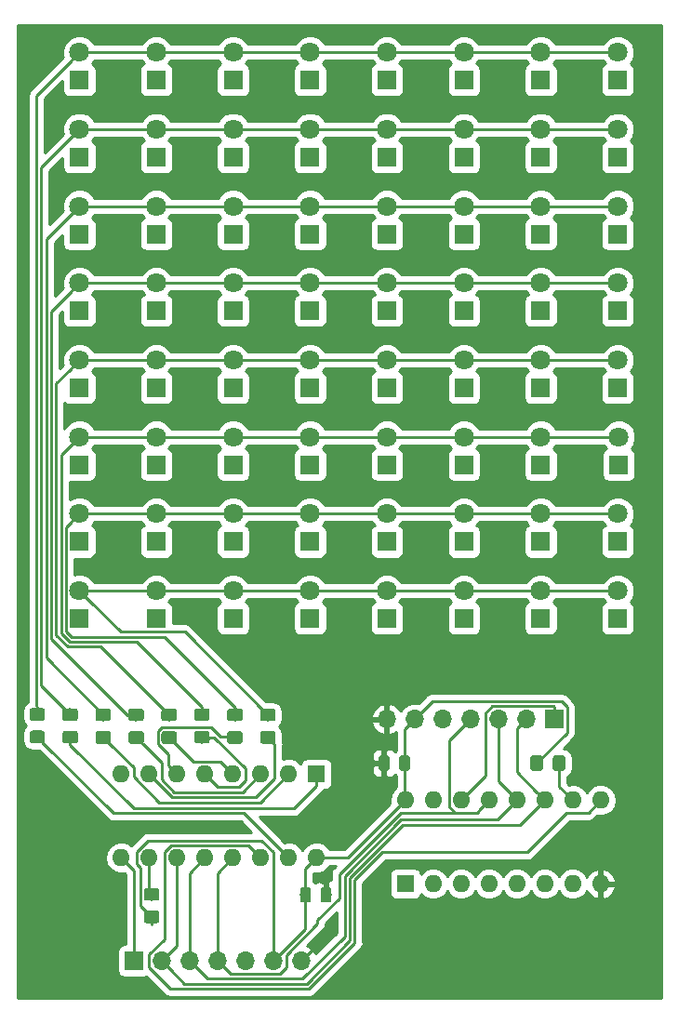
<source format=gbr>
G04 #@! TF.GenerationSoftware,KiCad,Pcbnew,(5.0.2)-1*
G04 #@! TF.CreationDate,2019-02-14T14:41:14+01:00*
G04 #@! TF.ProjectId,Embedded_matrix,456d6265-6464-4656-945f-6d6174726978,rev?*
G04 #@! TF.SameCoordinates,Original*
G04 #@! TF.FileFunction,Copper,L1,Top*
G04 #@! TF.FilePolarity,Positive*
%FSLAX46Y46*%
G04 Gerber Fmt 4.6, Leading zero omitted, Abs format (unit mm)*
G04 Created by KiCad (PCBNEW (5.0.2)-1) date 14/02/2019 14:41:14*
%MOMM*%
%LPD*%
G01*
G04 APERTURE LIST*
G04 #@! TA.AperFunction,ComponentPad*
%ADD10C,1.800000*%
G04 #@! TD*
G04 #@! TA.AperFunction,ComponentPad*
%ADD11R,1.800000X1.800000*%
G04 #@! TD*
G04 #@! TA.AperFunction,Conductor*
%ADD12C,0.100000*%
G04 #@! TD*
G04 #@! TA.AperFunction,SMDPad,CuDef*
%ADD13C,0.975000*%
G04 #@! TD*
G04 #@! TA.AperFunction,ComponentPad*
%ADD14O,1.700000X1.700000*%
G04 #@! TD*
G04 #@! TA.AperFunction,ComponentPad*
%ADD15R,1.700000X1.700000*%
G04 #@! TD*
G04 #@! TA.AperFunction,ComponentPad*
%ADD16O,1.600000X1.600000*%
G04 #@! TD*
G04 #@! TA.AperFunction,ComponentPad*
%ADD17R,1.600000X1.600000*%
G04 #@! TD*
G04 #@! TA.AperFunction,SMDPad,CuDef*
%ADD18C,1.150000*%
G04 #@! TD*
G04 #@! TA.AperFunction,ViaPad*
%ADD19C,0.800000*%
G04 #@! TD*
G04 #@! TA.AperFunction,Conductor*
%ADD20C,0.250000*%
G04 #@! TD*
G04 #@! TA.AperFunction,Conductor*
%ADD21C,0.254000*%
G04 #@! TD*
G04 APERTURE END LIST*
D10*
G04 #@! TO.P,D56,2*
G04 #@! TO.N,/R8*
X148341316Y-122177503D03*
D11*
G04 #@! TO.P,D56,1*
G04 #@! TO.N,/C7*
X148341316Y-124717503D03*
G04 #@! TD*
G04 #@! TO.P,D7,1*
G04 #@! TO.N,/C1*
X106341316Y-117717503D03*
D10*
G04 #@! TO.P,D7,2*
G04 #@! TO.N,/R7*
X106341316Y-115177503D03*
G04 #@! TD*
G04 #@! TO.P,D17,2*
G04 #@! TO.N,/R1*
X120341316Y-73177503D03*
D11*
G04 #@! TO.P,D17,1*
G04 #@! TO.N,/C3*
X120341316Y-75717503D03*
G04 #@! TD*
D12*
G04 #@! TO.N,GND*
G04 #@! TO.C,C1*
G36*
X129059896Y-149187342D02*
X129083557Y-149190852D01*
X129106761Y-149196664D01*
X129129283Y-149204722D01*
X129150907Y-149214950D01*
X129171424Y-149227247D01*
X129190637Y-149241497D01*
X129208361Y-149257561D01*
X129224425Y-149275285D01*
X129238675Y-149294498D01*
X129250972Y-149315015D01*
X129261200Y-149336639D01*
X129269258Y-149359161D01*
X129275070Y-149382365D01*
X129278580Y-149406026D01*
X129279754Y-149429918D01*
X129279754Y-150342418D01*
X129278580Y-150366310D01*
X129275070Y-150389971D01*
X129269258Y-150413175D01*
X129261200Y-150435697D01*
X129250972Y-150457321D01*
X129238675Y-150477838D01*
X129224425Y-150497051D01*
X129208361Y-150514775D01*
X129190637Y-150530839D01*
X129171424Y-150545089D01*
X129150907Y-150557386D01*
X129129283Y-150567614D01*
X129106761Y-150575672D01*
X129083557Y-150581484D01*
X129059896Y-150584994D01*
X129036004Y-150586168D01*
X128548504Y-150586168D01*
X128524612Y-150584994D01*
X128500951Y-150581484D01*
X128477747Y-150575672D01*
X128455225Y-150567614D01*
X128433601Y-150557386D01*
X128413084Y-150545089D01*
X128393871Y-150530839D01*
X128376147Y-150514775D01*
X128360083Y-150497051D01*
X128345833Y-150477838D01*
X128333536Y-150457321D01*
X128323308Y-150435697D01*
X128315250Y-150413175D01*
X128309438Y-150389971D01*
X128305928Y-150366310D01*
X128304754Y-150342418D01*
X128304754Y-149429918D01*
X128305928Y-149406026D01*
X128309438Y-149382365D01*
X128315250Y-149359161D01*
X128323308Y-149336639D01*
X128333536Y-149315015D01*
X128345833Y-149294498D01*
X128360083Y-149275285D01*
X128376147Y-149257561D01*
X128393871Y-149241497D01*
X128413084Y-149227247D01*
X128433601Y-149214950D01*
X128455225Y-149204722D01*
X128477747Y-149196664D01*
X128500951Y-149190852D01*
X128524612Y-149187342D01*
X128548504Y-149186168D01*
X129036004Y-149186168D01*
X129059896Y-149187342D01*
X129059896Y-149187342D01*
G37*
D13*
G04 #@! TD*
G04 #@! TO.P,C1,2*
G04 #@! TO.N,GND*
X128792254Y-149886168D03*
D12*
G04 #@! TO.N,+5V*
G04 #@! TO.C,C1*
G36*
X127184896Y-149187342D02*
X127208557Y-149190852D01*
X127231761Y-149196664D01*
X127254283Y-149204722D01*
X127275907Y-149214950D01*
X127296424Y-149227247D01*
X127315637Y-149241497D01*
X127333361Y-149257561D01*
X127349425Y-149275285D01*
X127363675Y-149294498D01*
X127375972Y-149315015D01*
X127386200Y-149336639D01*
X127394258Y-149359161D01*
X127400070Y-149382365D01*
X127403580Y-149406026D01*
X127404754Y-149429918D01*
X127404754Y-150342418D01*
X127403580Y-150366310D01*
X127400070Y-150389971D01*
X127394258Y-150413175D01*
X127386200Y-150435697D01*
X127375972Y-150457321D01*
X127363675Y-150477838D01*
X127349425Y-150497051D01*
X127333361Y-150514775D01*
X127315637Y-150530839D01*
X127296424Y-150545089D01*
X127275907Y-150557386D01*
X127254283Y-150567614D01*
X127231761Y-150575672D01*
X127208557Y-150581484D01*
X127184896Y-150584994D01*
X127161004Y-150586168D01*
X126673504Y-150586168D01*
X126649612Y-150584994D01*
X126625951Y-150581484D01*
X126602747Y-150575672D01*
X126580225Y-150567614D01*
X126558601Y-150557386D01*
X126538084Y-150545089D01*
X126518871Y-150530839D01*
X126501147Y-150514775D01*
X126485083Y-150497051D01*
X126470833Y-150477838D01*
X126458536Y-150457321D01*
X126448308Y-150435697D01*
X126440250Y-150413175D01*
X126434438Y-150389971D01*
X126430928Y-150366310D01*
X126429754Y-150342418D01*
X126429754Y-149429918D01*
X126430928Y-149406026D01*
X126434438Y-149382365D01*
X126440250Y-149359161D01*
X126448308Y-149336639D01*
X126458536Y-149315015D01*
X126470833Y-149294498D01*
X126485083Y-149275285D01*
X126501147Y-149257561D01*
X126518871Y-149241497D01*
X126538084Y-149227247D01*
X126558601Y-149214950D01*
X126580225Y-149204722D01*
X126602747Y-149196664D01*
X126625951Y-149190852D01*
X126649612Y-149187342D01*
X126673504Y-149186168D01*
X127161004Y-149186168D01*
X127184896Y-149187342D01*
X127184896Y-149187342D01*
G37*
D13*
G04 #@! TD*
G04 #@! TO.P,C1,1*
G04 #@! TO.N,+5V*
X126917254Y-149886168D03*
D12*
G04 #@! TO.N,+5V*
G04 #@! TO.C,C2*
G36*
X136218678Y-137182663D02*
X136242339Y-137186173D01*
X136265543Y-137191985D01*
X136288065Y-137200043D01*
X136309689Y-137210271D01*
X136330206Y-137222568D01*
X136349419Y-137236818D01*
X136367143Y-137252882D01*
X136383207Y-137270606D01*
X136397457Y-137289819D01*
X136409754Y-137310336D01*
X136419982Y-137331960D01*
X136428040Y-137354482D01*
X136433852Y-137377686D01*
X136437362Y-137401347D01*
X136438536Y-137425239D01*
X136438536Y-138337739D01*
X136437362Y-138361631D01*
X136433852Y-138385292D01*
X136428040Y-138408496D01*
X136419982Y-138431018D01*
X136409754Y-138452642D01*
X136397457Y-138473159D01*
X136383207Y-138492372D01*
X136367143Y-138510096D01*
X136349419Y-138526160D01*
X136330206Y-138540410D01*
X136309689Y-138552707D01*
X136288065Y-138562935D01*
X136265543Y-138570993D01*
X136242339Y-138576805D01*
X136218678Y-138580315D01*
X136194786Y-138581489D01*
X135707286Y-138581489D01*
X135683394Y-138580315D01*
X135659733Y-138576805D01*
X135636529Y-138570993D01*
X135614007Y-138562935D01*
X135592383Y-138552707D01*
X135571866Y-138540410D01*
X135552653Y-138526160D01*
X135534929Y-138510096D01*
X135518865Y-138492372D01*
X135504615Y-138473159D01*
X135492318Y-138452642D01*
X135482090Y-138431018D01*
X135474032Y-138408496D01*
X135468220Y-138385292D01*
X135464710Y-138361631D01*
X135463536Y-138337739D01*
X135463536Y-137425239D01*
X135464710Y-137401347D01*
X135468220Y-137377686D01*
X135474032Y-137354482D01*
X135482090Y-137331960D01*
X135492318Y-137310336D01*
X135504615Y-137289819D01*
X135518865Y-137270606D01*
X135534929Y-137252882D01*
X135552653Y-137236818D01*
X135571866Y-137222568D01*
X135592383Y-137210271D01*
X135614007Y-137200043D01*
X135636529Y-137191985D01*
X135659733Y-137186173D01*
X135683394Y-137182663D01*
X135707286Y-137181489D01*
X136194786Y-137181489D01*
X136218678Y-137182663D01*
X136218678Y-137182663D01*
G37*
D13*
G04 #@! TD*
G04 #@! TO.P,C2,1*
G04 #@! TO.N,+5V*
X135951036Y-137881489D03*
D12*
G04 #@! TO.N,GND*
G04 #@! TO.C,C2*
G36*
X134343678Y-137182663D02*
X134367339Y-137186173D01*
X134390543Y-137191985D01*
X134413065Y-137200043D01*
X134434689Y-137210271D01*
X134455206Y-137222568D01*
X134474419Y-137236818D01*
X134492143Y-137252882D01*
X134508207Y-137270606D01*
X134522457Y-137289819D01*
X134534754Y-137310336D01*
X134544982Y-137331960D01*
X134553040Y-137354482D01*
X134558852Y-137377686D01*
X134562362Y-137401347D01*
X134563536Y-137425239D01*
X134563536Y-138337739D01*
X134562362Y-138361631D01*
X134558852Y-138385292D01*
X134553040Y-138408496D01*
X134544982Y-138431018D01*
X134534754Y-138452642D01*
X134522457Y-138473159D01*
X134508207Y-138492372D01*
X134492143Y-138510096D01*
X134474419Y-138526160D01*
X134455206Y-138540410D01*
X134434689Y-138552707D01*
X134413065Y-138562935D01*
X134390543Y-138570993D01*
X134367339Y-138576805D01*
X134343678Y-138580315D01*
X134319786Y-138581489D01*
X133832286Y-138581489D01*
X133808394Y-138580315D01*
X133784733Y-138576805D01*
X133761529Y-138570993D01*
X133739007Y-138562935D01*
X133717383Y-138552707D01*
X133696866Y-138540410D01*
X133677653Y-138526160D01*
X133659929Y-138510096D01*
X133643865Y-138492372D01*
X133629615Y-138473159D01*
X133617318Y-138452642D01*
X133607090Y-138431018D01*
X133599032Y-138408496D01*
X133593220Y-138385292D01*
X133589710Y-138361631D01*
X133588536Y-138337739D01*
X133588536Y-137425239D01*
X133589710Y-137401347D01*
X133593220Y-137377686D01*
X133599032Y-137354482D01*
X133607090Y-137331960D01*
X133617318Y-137310336D01*
X133629615Y-137289819D01*
X133643865Y-137270606D01*
X133659929Y-137252882D01*
X133677653Y-137236818D01*
X133696866Y-137222568D01*
X133717383Y-137210271D01*
X133739007Y-137200043D01*
X133761529Y-137191985D01*
X133784733Y-137186173D01*
X133808394Y-137182663D01*
X133832286Y-137181489D01*
X134319786Y-137181489D01*
X134343678Y-137182663D01*
X134343678Y-137182663D01*
G37*
D13*
G04 #@! TD*
G04 #@! TO.P,C2,2*
G04 #@! TO.N,GND*
X134076036Y-137881489D03*
D14*
G04 #@! TO.P,J1,7*
G04 #@! TO.N,GND*
X134313536Y-133881489D03*
G04 #@! TO.P,J1,6*
G04 #@! TO.N,+5V*
X136853536Y-133881489D03*
G04 #@! TO.P,J1,5*
G04 #@! TO.N,Net-(J1-Pad5)*
X139393536Y-133881489D03*
G04 #@! TO.P,J1,4*
G04 #@! TO.N,/OutputEnable*
X141933536Y-133881489D03*
G04 #@! TO.P,J1,3*
G04 #@! TO.N,/STORE*
X144473536Y-133881489D03*
G04 #@! TO.P,J1,2*
G04 #@! TO.N,/CLOCK*
X147013536Y-133881489D03*
D15*
G04 #@! TO.P,J1,1*
G04 #@! TO.N,/DATAIN*
X149553536Y-133881489D03*
G04 #@! TD*
G04 #@! TO.P,J2,1*
G04 #@! TO.N,/OUTCHAIN*
X111297254Y-155886168D03*
D14*
G04 #@! TO.P,J2,2*
G04 #@! TO.N,/CLOCK*
X113837254Y-155886168D03*
G04 #@! TO.P,J2,3*
G04 #@! TO.N,/STORE*
X116377254Y-155886168D03*
G04 #@! TO.P,J2,4*
G04 #@! TO.N,/OutputEnable*
X118917254Y-155886168D03*
G04 #@! TO.P,J2,5*
G04 #@! TO.N,Net-(J2-Pad5)*
X121457254Y-155886168D03*
G04 #@! TO.P,J2,6*
G04 #@! TO.N,+5V*
X123997254Y-155886168D03*
G04 #@! TO.P,J2,7*
G04 #@! TO.N,GND*
X126537254Y-155886168D03*
G04 #@! TD*
D10*
G04 #@! TO.P,D19,2*
G04 #@! TO.N,/R3*
X120341316Y-87177503D03*
D11*
G04 #@! TO.P,D19,1*
G04 #@! TO.N,/C3*
X120341316Y-89717503D03*
G04 #@! TD*
G04 #@! TO.P,D35,1*
G04 #@! TO.N,/C5*
X134341316Y-89717503D03*
D10*
G04 #@! TO.P,D35,2*
G04 #@! TO.N,/R3*
X134341316Y-87177503D03*
G04 #@! TD*
G04 #@! TO.P,D34,2*
G04 #@! TO.N,/R2*
X134341316Y-80177503D03*
D11*
G04 #@! TO.P,D34,1*
G04 #@! TO.N,/C5*
X134341316Y-82717503D03*
G04 #@! TD*
G04 #@! TO.P,D33,1*
G04 #@! TO.N,/C5*
X134341316Y-75717503D03*
D10*
G04 #@! TO.P,D33,2*
G04 #@! TO.N,/R1*
X134341316Y-73177503D03*
G04 #@! TD*
G04 #@! TO.P,D32,2*
G04 #@! TO.N,/R8*
X127341316Y-122177503D03*
D11*
G04 #@! TO.P,D32,1*
G04 #@! TO.N,/C4*
X127341316Y-124717503D03*
G04 #@! TD*
G04 #@! TO.P,D31,1*
G04 #@! TO.N,/C4*
X127341316Y-117717503D03*
D10*
G04 #@! TO.P,D31,2*
G04 #@! TO.N,/R7*
X127341316Y-115177503D03*
G04 #@! TD*
G04 #@! TO.P,D30,2*
G04 #@! TO.N,/R6*
X127341316Y-108177503D03*
D11*
G04 #@! TO.P,D30,1*
G04 #@! TO.N,/C4*
X127341316Y-110717503D03*
G04 #@! TD*
G04 #@! TO.P,D29,1*
G04 #@! TO.N,/C4*
X127341316Y-103717503D03*
D10*
G04 #@! TO.P,D29,2*
G04 #@! TO.N,/R5*
X127341316Y-101177503D03*
G04 #@! TD*
G04 #@! TO.P,D28,2*
G04 #@! TO.N,/R4*
X127341316Y-94177503D03*
D11*
G04 #@! TO.P,D28,1*
G04 #@! TO.N,/C4*
X127341316Y-96717503D03*
G04 #@! TD*
G04 #@! TO.P,D20,1*
G04 #@! TO.N,/C3*
X120341316Y-96717503D03*
D10*
G04 #@! TO.P,D20,2*
G04 #@! TO.N,/R4*
X120341316Y-94177503D03*
G04 #@! TD*
G04 #@! TO.P,D26,2*
G04 #@! TO.N,/R2*
X127341316Y-80177503D03*
D11*
G04 #@! TO.P,D26,1*
G04 #@! TO.N,/C4*
X127341316Y-82717503D03*
G04 #@! TD*
G04 #@! TO.P,D25,1*
G04 #@! TO.N,/C4*
X127341316Y-75717503D03*
D10*
G04 #@! TO.P,D25,2*
G04 #@! TO.N,/R1*
X127341316Y-73177503D03*
G04 #@! TD*
G04 #@! TO.P,D23,2*
G04 #@! TO.N,/R7*
X120341316Y-115177503D03*
D11*
G04 #@! TO.P,D23,1*
G04 #@! TO.N,/C3*
X120341316Y-117717503D03*
G04 #@! TD*
G04 #@! TO.P,D22,1*
G04 #@! TO.N,/C3*
X120341316Y-110717503D03*
D10*
G04 #@! TO.P,D22,2*
G04 #@! TO.N,/R6*
X120341316Y-108177503D03*
G04 #@! TD*
G04 #@! TO.P,D15,2*
G04 #@! TO.N,/R7*
X113341316Y-115177503D03*
D11*
G04 #@! TO.P,D15,1*
G04 #@! TO.N,/C2*
X113341316Y-117717503D03*
G04 #@! TD*
G04 #@! TO.P,D36,1*
G04 #@! TO.N,/C5*
X134341316Y-96717503D03*
D10*
G04 #@! TO.P,D36,2*
G04 #@! TO.N,/R4*
X134341316Y-94177503D03*
G04 #@! TD*
G04 #@! TO.P,D12,2*
G04 #@! TO.N,/R4*
X113341316Y-94177503D03*
D11*
G04 #@! TO.P,D12,1*
G04 #@! TO.N,/C2*
X113341316Y-96717503D03*
G04 #@! TD*
G04 #@! TO.P,D11,1*
G04 #@! TO.N,/C2*
X113341316Y-89717503D03*
D10*
G04 #@! TO.P,D11,2*
G04 #@! TO.N,/R3*
X113341316Y-87177503D03*
G04 #@! TD*
G04 #@! TO.P,D10,2*
G04 #@! TO.N,/R2*
X113341316Y-80177503D03*
D11*
G04 #@! TO.P,D10,1*
G04 #@! TO.N,/C2*
X113341316Y-82717503D03*
G04 #@! TD*
G04 #@! TO.P,D18,1*
G04 #@! TO.N,/C3*
X120341316Y-82717503D03*
D10*
G04 #@! TO.P,D18,2*
G04 #@! TO.N,/R2*
X120341316Y-80177503D03*
G04 #@! TD*
G04 #@! TO.P,D8,2*
G04 #@! TO.N,/R8*
X106341316Y-122177503D03*
D11*
G04 #@! TO.P,D8,1*
G04 #@! TO.N,/C1*
X106341316Y-124717503D03*
G04 #@! TD*
D10*
G04 #@! TO.P,D6,2*
G04 #@! TO.N,/R6*
X106341316Y-108177503D03*
D11*
G04 #@! TO.P,D6,1*
G04 #@! TO.N,/C1*
X106341316Y-110717503D03*
G04 #@! TD*
G04 #@! TO.P,D5,1*
G04 #@! TO.N,/C1*
X106341316Y-103717503D03*
D10*
G04 #@! TO.P,D5,2*
G04 #@! TO.N,/R5*
X106341316Y-101177503D03*
G04 #@! TD*
G04 #@! TO.P,D4,2*
G04 #@! TO.N,/R4*
X106341316Y-94177503D03*
D11*
G04 #@! TO.P,D4,1*
G04 #@! TO.N,/C1*
X106341316Y-96717503D03*
G04 #@! TD*
G04 #@! TO.P,D3,1*
G04 #@! TO.N,/C1*
X106341316Y-89717503D03*
D10*
G04 #@! TO.P,D3,2*
G04 #@! TO.N,/R3*
X106341316Y-87177503D03*
G04 #@! TD*
G04 #@! TO.P,D2,2*
G04 #@! TO.N,/R2*
X106341316Y-80177503D03*
D11*
G04 #@! TO.P,D2,1*
G04 #@! TO.N,/C1*
X106341316Y-82717503D03*
G04 #@! TD*
G04 #@! TO.P,D37,1*
G04 #@! TO.N,/C5*
X134341316Y-103717503D03*
D10*
G04 #@! TO.P,D37,2*
G04 #@! TO.N,/R5*
X134341316Y-101177503D03*
G04 #@! TD*
G04 #@! TO.P,D1,2*
G04 #@! TO.N,/R1*
X106341316Y-73177503D03*
D11*
G04 #@! TO.P,D1,1*
G04 #@! TO.N,/C1*
X106341316Y-75717503D03*
G04 #@! TD*
G04 #@! TO.P,D27,1*
G04 #@! TO.N,/C4*
X127341316Y-89717503D03*
D10*
G04 #@! TO.P,D27,2*
G04 #@! TO.N,/R3*
X127341316Y-87177503D03*
G04 #@! TD*
G04 #@! TO.P,D13,2*
G04 #@! TO.N,/R5*
X113341316Y-101177503D03*
D11*
G04 #@! TO.P,D13,1*
G04 #@! TO.N,/C2*
X113341316Y-103717503D03*
G04 #@! TD*
G04 #@! TO.P,D21,1*
G04 #@! TO.N,/C3*
X120341316Y-103717503D03*
D10*
G04 #@! TO.P,D21,2*
G04 #@! TO.N,/R5*
X120341316Y-101177503D03*
G04 #@! TD*
G04 #@! TO.P,D53,2*
G04 #@! TO.N,/R5*
X148341316Y-101177503D03*
D11*
G04 #@! TO.P,D53,1*
G04 #@! TO.N,/C7*
X148341316Y-103717503D03*
G04 #@! TD*
G04 #@! TO.P,D55,1*
G04 #@! TO.N,/C7*
X148341316Y-117717503D03*
D10*
G04 #@! TO.P,D55,2*
G04 #@! TO.N,/R7*
X148341316Y-115177503D03*
G04 #@! TD*
D11*
G04 #@! TO.P,D57,1*
G04 #@! TO.N,/C8*
X155341316Y-75717503D03*
D10*
G04 #@! TO.P,D57,2*
G04 #@! TO.N,/R1*
X155341316Y-73177503D03*
G04 #@! TD*
G04 #@! TO.P,D58,2*
G04 #@! TO.N,/R2*
X155341316Y-80177503D03*
D11*
G04 #@! TO.P,D58,1*
G04 #@! TO.N,/C8*
X155341316Y-82717503D03*
G04 #@! TD*
G04 #@! TO.P,D59,1*
G04 #@! TO.N,/C8*
X155341316Y-89717503D03*
D10*
G04 #@! TO.P,D59,2*
G04 #@! TO.N,/R3*
X155341316Y-87177503D03*
G04 #@! TD*
G04 #@! TO.P,D60,2*
G04 #@! TO.N,/R4*
X155341316Y-94177503D03*
D11*
G04 #@! TO.P,D60,1*
G04 #@! TO.N,/C8*
X155341316Y-96717503D03*
G04 #@! TD*
G04 #@! TO.P,D61,1*
G04 #@! TO.N,/C8*
X155341316Y-103717503D03*
D10*
G04 #@! TO.P,D61,2*
G04 #@! TO.N,/R5*
X155341316Y-101177503D03*
G04 #@! TD*
G04 #@! TO.P,D62,2*
G04 #@! TO.N,/R6*
X155433695Y-108177503D03*
D11*
G04 #@! TO.P,D62,1*
G04 #@! TO.N,/C8*
X155433695Y-110717503D03*
G04 #@! TD*
G04 #@! TO.P,D63,1*
G04 #@! TO.N,/C8*
X155341316Y-117717503D03*
D10*
G04 #@! TO.P,D63,2*
G04 #@! TO.N,/R7*
X155341316Y-115177503D03*
G04 #@! TD*
G04 #@! TO.P,D64,2*
G04 #@! TO.N,/R8*
X155341316Y-122177503D03*
D11*
G04 #@! TO.P,D64,1*
G04 #@! TO.N,/C8*
X155341316Y-124717503D03*
G04 #@! TD*
G04 #@! TO.P,D9,1*
G04 #@! TO.N,/C2*
X113341316Y-75717503D03*
D10*
G04 #@! TO.P,D9,2*
G04 #@! TO.N,/R1*
X113341316Y-73177503D03*
G04 #@! TD*
D11*
G04 #@! TO.P,D16,1*
G04 #@! TO.N,/C2*
X113341316Y-124717503D03*
D10*
G04 #@! TO.P,D16,2*
G04 #@! TO.N,/R8*
X113341316Y-122177503D03*
G04 #@! TD*
G04 #@! TO.P,D14,2*
G04 #@! TO.N,/R6*
X113341316Y-108177503D03*
D11*
G04 #@! TO.P,D14,1*
G04 #@! TO.N,/C2*
X113341316Y-110717503D03*
G04 #@! TD*
G04 #@! TO.P,D54,1*
G04 #@! TO.N,/C7*
X148341316Y-110717503D03*
D10*
G04 #@! TO.P,D54,2*
G04 #@! TO.N,/R6*
X148341316Y-108177503D03*
G04 #@! TD*
G04 #@! TO.P,D24,2*
G04 #@! TO.N,/R8*
X120341316Y-122177503D03*
D11*
G04 #@! TO.P,D24,1*
G04 #@! TO.N,/C3*
X120341316Y-124717503D03*
G04 #@! TD*
G04 #@! TO.P,D38,1*
G04 #@! TO.N,/C5*
X134341316Y-110717503D03*
D10*
G04 #@! TO.P,D38,2*
G04 #@! TO.N,/R6*
X134341316Y-108177503D03*
G04 #@! TD*
G04 #@! TO.P,D50,2*
G04 #@! TO.N,/R2*
X148341316Y-80177503D03*
D11*
G04 #@! TO.P,D50,1*
G04 #@! TO.N,/C7*
X148341316Y-82717503D03*
G04 #@! TD*
G04 #@! TO.P,D49,1*
G04 #@! TO.N,/C7*
X148341316Y-75717503D03*
D10*
G04 #@! TO.P,D49,2*
G04 #@! TO.N,/R1*
X148341316Y-73177503D03*
G04 #@! TD*
G04 #@! TO.P,D48,2*
G04 #@! TO.N,/R8*
X141341316Y-122177503D03*
D11*
G04 #@! TO.P,D48,1*
G04 #@! TO.N,/C6*
X141341316Y-124717503D03*
G04 #@! TD*
G04 #@! TO.P,D47,1*
G04 #@! TO.N,/C6*
X141341316Y-117717503D03*
D10*
G04 #@! TO.P,D47,2*
G04 #@! TO.N,/R7*
X141341316Y-115177503D03*
G04 #@! TD*
G04 #@! TO.P,D46,2*
G04 #@! TO.N,/R6*
X141341316Y-108177503D03*
D11*
G04 #@! TO.P,D46,1*
G04 #@! TO.N,/C6*
X141341316Y-110717503D03*
G04 #@! TD*
G04 #@! TO.P,D45,1*
G04 #@! TO.N,/C6*
X141341316Y-103717503D03*
D10*
G04 #@! TO.P,D45,2*
G04 #@! TO.N,/R5*
X141341316Y-101177503D03*
G04 #@! TD*
G04 #@! TO.P,D44,2*
G04 #@! TO.N,/R4*
X141341316Y-94177503D03*
D11*
G04 #@! TO.P,D44,1*
G04 #@! TO.N,/C6*
X141341316Y-96717503D03*
G04 #@! TD*
G04 #@! TO.P,D43,1*
G04 #@! TO.N,/C6*
X141341316Y-89717503D03*
D10*
G04 #@! TO.P,D43,2*
G04 #@! TO.N,/R3*
X141341316Y-87177503D03*
G04 #@! TD*
G04 #@! TO.P,D42,2*
G04 #@! TO.N,/R2*
X141341316Y-80177503D03*
D11*
G04 #@! TO.P,D42,1*
G04 #@! TO.N,/C6*
X141341316Y-82717503D03*
G04 #@! TD*
G04 #@! TO.P,D41,1*
G04 #@! TO.N,/C6*
X141341316Y-75717503D03*
D10*
G04 #@! TO.P,D41,2*
G04 #@! TO.N,/R1*
X141341316Y-73177503D03*
G04 #@! TD*
G04 #@! TO.P,D52,2*
G04 #@! TO.N,/R4*
X148341316Y-94177503D03*
D11*
G04 #@! TO.P,D52,1*
G04 #@! TO.N,/C7*
X148341316Y-96717503D03*
G04 #@! TD*
G04 #@! TO.P,D40,1*
G04 #@! TO.N,/C5*
X134341316Y-124717503D03*
D10*
G04 #@! TO.P,D40,2*
G04 #@! TO.N,/R8*
X134341316Y-122177503D03*
G04 #@! TD*
G04 #@! TO.P,D39,2*
G04 #@! TO.N,/R7*
X134341316Y-115177503D03*
D11*
G04 #@! TO.P,D39,1*
G04 #@! TO.N,/C5*
X134341316Y-117717503D03*
G04 #@! TD*
G04 #@! TO.P,D51,1*
G04 #@! TO.N,/C7*
X148341316Y-89717503D03*
D10*
G04 #@! TO.P,D51,2*
G04 #@! TO.N,/R3*
X148341316Y-87177503D03*
G04 #@! TD*
D16*
G04 #@! TO.P,U1,16*
G04 #@! TO.N,+5V*
X127917254Y-146506168D03*
G04 #@! TO.P,U1,8*
G04 #@! TO.N,GND*
X110137254Y-138886168D03*
G04 #@! TO.P,U1,15*
G04 #@! TO.N,Net-(R3-Pad2)*
X125377254Y-146506168D03*
G04 #@! TO.P,U1,7*
G04 #@! TO.N,Net-(R10-Pad2)*
X112677254Y-138886168D03*
G04 #@! TO.P,U1,14*
G04 #@! TO.N,/CHAIN*
X122837254Y-146506168D03*
G04 #@! TO.P,U1,6*
G04 #@! TO.N,Net-(R9-Pad2)*
X115217254Y-138886168D03*
G04 #@! TO.P,U1,13*
G04 #@! TO.N,/OutputEnable*
X120297254Y-146506168D03*
G04 #@! TO.P,U1,5*
G04 #@! TO.N,Net-(R8-Pad2)*
X117757254Y-138886168D03*
G04 #@! TO.P,U1,12*
G04 #@! TO.N,/STORE*
X117757254Y-146506168D03*
G04 #@! TO.P,U1,4*
G04 #@! TO.N,Net-(R7-Pad2)*
X120297254Y-138886168D03*
G04 #@! TO.P,U1,11*
G04 #@! TO.N,/CLOCK*
X115217254Y-146506168D03*
G04 #@! TO.P,U1,3*
G04 #@! TO.N,Net-(R6-Pad2)*
X122837254Y-138886168D03*
G04 #@! TO.P,U1,10*
G04 #@! TO.N,Net-(R1-Pad2)*
X112677254Y-146506168D03*
G04 #@! TO.P,U1,2*
G04 #@! TO.N,Net-(R5-Pad2)*
X125377254Y-138886168D03*
G04 #@! TO.P,U1,9*
G04 #@! TO.N,/OUTCHAIN*
X110137254Y-146506168D03*
D17*
G04 #@! TO.P,U1,1*
G04 #@! TO.N,Net-(R4-Pad2)*
X127917254Y-138886168D03*
G04 #@! TD*
G04 #@! TO.P,U2,1*
G04 #@! TO.N,/C2*
X136013536Y-148881489D03*
D16*
G04 #@! TO.P,U2,9*
G04 #@! TO.N,/CHAIN*
X153793536Y-141261489D03*
G04 #@! TO.P,U2,2*
G04 #@! TO.N,/C3*
X138553536Y-148881489D03*
G04 #@! TO.P,U2,10*
G04 #@! TO.N,Net-(R2-Pad2)*
X151253536Y-141261489D03*
G04 #@! TO.P,U2,3*
G04 #@! TO.N,/C4*
X141093536Y-148881489D03*
G04 #@! TO.P,U2,11*
G04 #@! TO.N,/CLOCK*
X148713536Y-141261489D03*
G04 #@! TO.P,U2,4*
G04 #@! TO.N,/C5*
X143633536Y-148881489D03*
G04 #@! TO.P,U2,12*
G04 #@! TO.N,/STORE*
X146173536Y-141261489D03*
G04 #@! TO.P,U2,5*
G04 #@! TO.N,/C6*
X146173536Y-148881489D03*
G04 #@! TO.P,U2,13*
G04 #@! TO.N,/OutputEnable*
X143633536Y-141261489D03*
G04 #@! TO.P,U2,6*
G04 #@! TO.N,/C7*
X148713536Y-148881489D03*
G04 #@! TO.P,U2,14*
G04 #@! TO.N,/DATAIN*
X141093536Y-141261489D03*
G04 #@! TO.P,U2,7*
G04 #@! TO.N,/C8*
X151253536Y-148881489D03*
G04 #@! TO.P,U2,15*
G04 #@! TO.N,/C1*
X138553536Y-141261489D03*
G04 #@! TO.P,U2,8*
G04 #@! TO.N,GND*
X153793536Y-148881489D03*
G04 #@! TO.P,U2,16*
G04 #@! TO.N,+5V*
X136013536Y-141261489D03*
G04 #@! TD*
D12*
G04 #@! TO.N,Net-(R2-Pad2)*
G04 #@! TO.C,R2*
G36*
X150363041Y-137182693D02*
X150387309Y-137186293D01*
X150411108Y-137192254D01*
X150434207Y-137200519D01*
X150456386Y-137211009D01*
X150477429Y-137223621D01*
X150497135Y-137238236D01*
X150515313Y-137254712D01*
X150531789Y-137272890D01*
X150546404Y-137292596D01*
X150559016Y-137313639D01*
X150569506Y-137335818D01*
X150577771Y-137358917D01*
X150583732Y-137382716D01*
X150587332Y-137406984D01*
X150588536Y-137431488D01*
X150588536Y-138331490D01*
X150587332Y-138355994D01*
X150583732Y-138380262D01*
X150577771Y-138404061D01*
X150569506Y-138427160D01*
X150559016Y-138449339D01*
X150546404Y-138470382D01*
X150531789Y-138490088D01*
X150515313Y-138508266D01*
X150497135Y-138524742D01*
X150477429Y-138539357D01*
X150456386Y-138551969D01*
X150434207Y-138562459D01*
X150411108Y-138570724D01*
X150387309Y-138576685D01*
X150363041Y-138580285D01*
X150338537Y-138581489D01*
X149688535Y-138581489D01*
X149664031Y-138580285D01*
X149639763Y-138576685D01*
X149615964Y-138570724D01*
X149592865Y-138562459D01*
X149570686Y-138551969D01*
X149549643Y-138539357D01*
X149529937Y-138524742D01*
X149511759Y-138508266D01*
X149495283Y-138490088D01*
X149480668Y-138470382D01*
X149468056Y-138449339D01*
X149457566Y-138427160D01*
X149449301Y-138404061D01*
X149443340Y-138380262D01*
X149439740Y-138355994D01*
X149438536Y-138331490D01*
X149438536Y-137431488D01*
X149439740Y-137406984D01*
X149443340Y-137382716D01*
X149449301Y-137358917D01*
X149457566Y-137335818D01*
X149468056Y-137313639D01*
X149480668Y-137292596D01*
X149495283Y-137272890D01*
X149511759Y-137254712D01*
X149529937Y-137238236D01*
X149549643Y-137223621D01*
X149570686Y-137211009D01*
X149592865Y-137200519D01*
X149615964Y-137192254D01*
X149639763Y-137186293D01*
X149664031Y-137182693D01*
X149688535Y-137181489D01*
X150338537Y-137181489D01*
X150363041Y-137182693D01*
X150363041Y-137182693D01*
G37*
D18*
G04 #@! TD*
G04 #@! TO.P,R2,2*
G04 #@! TO.N,Net-(R2-Pad2)*
X150013536Y-137881489D03*
D12*
G04 #@! TO.N,+5V*
G04 #@! TO.C,R2*
G36*
X148313041Y-137182693D02*
X148337309Y-137186293D01*
X148361108Y-137192254D01*
X148384207Y-137200519D01*
X148406386Y-137211009D01*
X148427429Y-137223621D01*
X148447135Y-137238236D01*
X148465313Y-137254712D01*
X148481789Y-137272890D01*
X148496404Y-137292596D01*
X148509016Y-137313639D01*
X148519506Y-137335818D01*
X148527771Y-137358917D01*
X148533732Y-137382716D01*
X148537332Y-137406984D01*
X148538536Y-137431488D01*
X148538536Y-138331490D01*
X148537332Y-138355994D01*
X148533732Y-138380262D01*
X148527771Y-138404061D01*
X148519506Y-138427160D01*
X148509016Y-138449339D01*
X148496404Y-138470382D01*
X148481789Y-138490088D01*
X148465313Y-138508266D01*
X148447135Y-138524742D01*
X148427429Y-138539357D01*
X148406386Y-138551969D01*
X148384207Y-138562459D01*
X148361108Y-138570724D01*
X148337309Y-138576685D01*
X148313041Y-138580285D01*
X148288537Y-138581489D01*
X147638535Y-138581489D01*
X147614031Y-138580285D01*
X147589763Y-138576685D01*
X147565964Y-138570724D01*
X147542865Y-138562459D01*
X147520686Y-138551969D01*
X147499643Y-138539357D01*
X147479937Y-138524742D01*
X147461759Y-138508266D01*
X147445283Y-138490088D01*
X147430668Y-138470382D01*
X147418056Y-138449339D01*
X147407566Y-138427160D01*
X147399301Y-138404061D01*
X147393340Y-138380262D01*
X147389740Y-138355994D01*
X147388536Y-138331490D01*
X147388536Y-137431488D01*
X147389740Y-137406984D01*
X147393340Y-137382716D01*
X147399301Y-137358917D01*
X147407566Y-137335818D01*
X147418056Y-137313639D01*
X147430668Y-137292596D01*
X147445283Y-137272890D01*
X147461759Y-137254712D01*
X147479937Y-137238236D01*
X147499643Y-137223621D01*
X147520686Y-137211009D01*
X147542865Y-137200519D01*
X147565964Y-137192254D01*
X147589763Y-137186293D01*
X147614031Y-137182693D01*
X147638535Y-137181489D01*
X148288537Y-137181489D01*
X148313041Y-137182693D01*
X148313041Y-137182693D01*
G37*
D18*
G04 #@! TD*
G04 #@! TO.P,R2,1*
G04 #@! TO.N,+5V*
X147963536Y-137881489D03*
D12*
G04 #@! TO.N,+5V*
G04 #@! TO.C,R1*
G36*
X113391759Y-151312372D02*
X113416027Y-151315972D01*
X113439826Y-151321933D01*
X113462925Y-151330198D01*
X113485104Y-151340688D01*
X113506147Y-151353300D01*
X113525853Y-151367915D01*
X113544031Y-151384391D01*
X113560507Y-151402569D01*
X113575122Y-151422275D01*
X113587734Y-151443318D01*
X113598224Y-151465497D01*
X113606489Y-151488596D01*
X113612450Y-151512395D01*
X113616050Y-151536663D01*
X113617254Y-151561167D01*
X113617254Y-152211169D01*
X113616050Y-152235673D01*
X113612450Y-152259941D01*
X113606489Y-152283740D01*
X113598224Y-152306839D01*
X113587734Y-152329018D01*
X113575122Y-152350061D01*
X113560507Y-152369767D01*
X113544031Y-152387945D01*
X113525853Y-152404421D01*
X113506147Y-152419036D01*
X113485104Y-152431648D01*
X113462925Y-152442138D01*
X113439826Y-152450403D01*
X113416027Y-152456364D01*
X113391759Y-152459964D01*
X113367255Y-152461168D01*
X112467253Y-152461168D01*
X112442749Y-152459964D01*
X112418481Y-152456364D01*
X112394682Y-152450403D01*
X112371583Y-152442138D01*
X112349404Y-152431648D01*
X112328361Y-152419036D01*
X112308655Y-152404421D01*
X112290477Y-152387945D01*
X112274001Y-152369767D01*
X112259386Y-152350061D01*
X112246774Y-152329018D01*
X112236284Y-152306839D01*
X112228019Y-152283740D01*
X112222058Y-152259941D01*
X112218458Y-152235673D01*
X112217254Y-152211169D01*
X112217254Y-151561167D01*
X112218458Y-151536663D01*
X112222058Y-151512395D01*
X112228019Y-151488596D01*
X112236284Y-151465497D01*
X112246774Y-151443318D01*
X112259386Y-151422275D01*
X112274001Y-151402569D01*
X112290477Y-151384391D01*
X112308655Y-151367915D01*
X112328361Y-151353300D01*
X112349404Y-151340688D01*
X112371583Y-151330198D01*
X112394682Y-151321933D01*
X112418481Y-151315972D01*
X112442749Y-151312372D01*
X112467253Y-151311168D01*
X113367255Y-151311168D01*
X113391759Y-151312372D01*
X113391759Y-151312372D01*
G37*
D18*
G04 #@! TD*
G04 #@! TO.P,R1,1*
G04 #@! TO.N,+5V*
X112917254Y-151886168D03*
D12*
G04 #@! TO.N,Net-(R1-Pad2)*
G04 #@! TO.C,R1*
G36*
X113391759Y-149262372D02*
X113416027Y-149265972D01*
X113439826Y-149271933D01*
X113462925Y-149280198D01*
X113485104Y-149290688D01*
X113506147Y-149303300D01*
X113525853Y-149317915D01*
X113544031Y-149334391D01*
X113560507Y-149352569D01*
X113575122Y-149372275D01*
X113587734Y-149393318D01*
X113598224Y-149415497D01*
X113606489Y-149438596D01*
X113612450Y-149462395D01*
X113616050Y-149486663D01*
X113617254Y-149511167D01*
X113617254Y-150161169D01*
X113616050Y-150185673D01*
X113612450Y-150209941D01*
X113606489Y-150233740D01*
X113598224Y-150256839D01*
X113587734Y-150279018D01*
X113575122Y-150300061D01*
X113560507Y-150319767D01*
X113544031Y-150337945D01*
X113525853Y-150354421D01*
X113506147Y-150369036D01*
X113485104Y-150381648D01*
X113462925Y-150392138D01*
X113439826Y-150400403D01*
X113416027Y-150406364D01*
X113391759Y-150409964D01*
X113367255Y-150411168D01*
X112467253Y-150411168D01*
X112442749Y-150409964D01*
X112418481Y-150406364D01*
X112394682Y-150400403D01*
X112371583Y-150392138D01*
X112349404Y-150381648D01*
X112328361Y-150369036D01*
X112308655Y-150354421D01*
X112290477Y-150337945D01*
X112274001Y-150319767D01*
X112259386Y-150300061D01*
X112246774Y-150279018D01*
X112236284Y-150256839D01*
X112228019Y-150233740D01*
X112222058Y-150209941D01*
X112218458Y-150185673D01*
X112217254Y-150161169D01*
X112217254Y-149511167D01*
X112218458Y-149486663D01*
X112222058Y-149462395D01*
X112228019Y-149438596D01*
X112236284Y-149415497D01*
X112246774Y-149393318D01*
X112259386Y-149372275D01*
X112274001Y-149352569D01*
X112290477Y-149334391D01*
X112308655Y-149317915D01*
X112328361Y-149303300D01*
X112349404Y-149290688D01*
X112371583Y-149280198D01*
X112394682Y-149271933D01*
X112418481Y-149265972D01*
X112442749Y-149262372D01*
X112467253Y-149261168D01*
X113367255Y-149261168D01*
X113391759Y-149262372D01*
X113391759Y-149262372D01*
G37*
D18*
G04 #@! TD*
G04 #@! TO.P,R1,2*
G04 #@! TO.N,Net-(R1-Pad2)*
X112917254Y-149836168D03*
D12*
G04 #@! TO.N,Net-(R3-Pad2)*
G04 #@! TO.C,R3*
G36*
X102974505Y-134926204D02*
X102998773Y-134929804D01*
X103022572Y-134935765D01*
X103045671Y-134944030D01*
X103067850Y-134954520D01*
X103088893Y-134967132D01*
X103108599Y-134981747D01*
X103126777Y-134998223D01*
X103143253Y-135016401D01*
X103157868Y-135036107D01*
X103170480Y-135057150D01*
X103180970Y-135079329D01*
X103189235Y-135102428D01*
X103195196Y-135126227D01*
X103198796Y-135150495D01*
X103200000Y-135174999D01*
X103200000Y-135825001D01*
X103198796Y-135849505D01*
X103195196Y-135873773D01*
X103189235Y-135897572D01*
X103180970Y-135920671D01*
X103170480Y-135942850D01*
X103157868Y-135963893D01*
X103143253Y-135983599D01*
X103126777Y-136001777D01*
X103108599Y-136018253D01*
X103088893Y-136032868D01*
X103067850Y-136045480D01*
X103045671Y-136055970D01*
X103022572Y-136064235D01*
X102998773Y-136070196D01*
X102974505Y-136073796D01*
X102950001Y-136075000D01*
X102049999Y-136075000D01*
X102025495Y-136073796D01*
X102001227Y-136070196D01*
X101977428Y-136064235D01*
X101954329Y-136055970D01*
X101932150Y-136045480D01*
X101911107Y-136032868D01*
X101891401Y-136018253D01*
X101873223Y-136001777D01*
X101856747Y-135983599D01*
X101842132Y-135963893D01*
X101829520Y-135942850D01*
X101819030Y-135920671D01*
X101810765Y-135897572D01*
X101804804Y-135873773D01*
X101801204Y-135849505D01*
X101800000Y-135825001D01*
X101800000Y-135174999D01*
X101801204Y-135150495D01*
X101804804Y-135126227D01*
X101810765Y-135102428D01*
X101819030Y-135079329D01*
X101829520Y-135057150D01*
X101842132Y-135036107D01*
X101856747Y-135016401D01*
X101873223Y-134998223D01*
X101891401Y-134981747D01*
X101911107Y-134967132D01*
X101932150Y-134954520D01*
X101954329Y-134944030D01*
X101977428Y-134935765D01*
X102001227Y-134929804D01*
X102025495Y-134926204D01*
X102049999Y-134925000D01*
X102950001Y-134925000D01*
X102974505Y-134926204D01*
X102974505Y-134926204D01*
G37*
D18*
G04 #@! TD*
G04 #@! TO.P,R3,2*
G04 #@! TO.N,Net-(R3-Pad2)*
X102500000Y-135500000D03*
D12*
G04 #@! TO.N,/R1*
G04 #@! TO.C,R3*
G36*
X102974505Y-132876204D02*
X102998773Y-132879804D01*
X103022572Y-132885765D01*
X103045671Y-132894030D01*
X103067850Y-132904520D01*
X103088893Y-132917132D01*
X103108599Y-132931747D01*
X103126777Y-132948223D01*
X103143253Y-132966401D01*
X103157868Y-132986107D01*
X103170480Y-133007150D01*
X103180970Y-133029329D01*
X103189235Y-133052428D01*
X103195196Y-133076227D01*
X103198796Y-133100495D01*
X103200000Y-133124999D01*
X103200000Y-133775001D01*
X103198796Y-133799505D01*
X103195196Y-133823773D01*
X103189235Y-133847572D01*
X103180970Y-133870671D01*
X103170480Y-133892850D01*
X103157868Y-133913893D01*
X103143253Y-133933599D01*
X103126777Y-133951777D01*
X103108599Y-133968253D01*
X103088893Y-133982868D01*
X103067850Y-133995480D01*
X103045671Y-134005970D01*
X103022572Y-134014235D01*
X102998773Y-134020196D01*
X102974505Y-134023796D01*
X102950001Y-134025000D01*
X102049999Y-134025000D01*
X102025495Y-134023796D01*
X102001227Y-134020196D01*
X101977428Y-134014235D01*
X101954329Y-134005970D01*
X101932150Y-133995480D01*
X101911107Y-133982868D01*
X101891401Y-133968253D01*
X101873223Y-133951777D01*
X101856747Y-133933599D01*
X101842132Y-133913893D01*
X101829520Y-133892850D01*
X101819030Y-133870671D01*
X101810765Y-133847572D01*
X101804804Y-133823773D01*
X101801204Y-133799505D01*
X101800000Y-133775001D01*
X101800000Y-133124999D01*
X101801204Y-133100495D01*
X101804804Y-133076227D01*
X101810765Y-133052428D01*
X101819030Y-133029329D01*
X101829520Y-133007150D01*
X101842132Y-132986107D01*
X101856747Y-132966401D01*
X101873223Y-132948223D01*
X101891401Y-132931747D01*
X101911107Y-132917132D01*
X101932150Y-132904520D01*
X101954329Y-132894030D01*
X101977428Y-132885765D01*
X102001227Y-132879804D01*
X102025495Y-132876204D01*
X102049999Y-132875000D01*
X102950001Y-132875000D01*
X102974505Y-132876204D01*
X102974505Y-132876204D01*
G37*
D18*
G04 #@! TD*
G04 #@! TO.P,R3,1*
G04 #@! TO.N,/R1*
X102500000Y-133450000D03*
D12*
G04 #@! TO.N,Net-(R4-Pad2)*
G04 #@! TO.C,R4*
G36*
X105974505Y-134951204D02*
X105998773Y-134954804D01*
X106022572Y-134960765D01*
X106045671Y-134969030D01*
X106067850Y-134979520D01*
X106088893Y-134992132D01*
X106108599Y-135006747D01*
X106126777Y-135023223D01*
X106143253Y-135041401D01*
X106157868Y-135061107D01*
X106170480Y-135082150D01*
X106180970Y-135104329D01*
X106189235Y-135127428D01*
X106195196Y-135151227D01*
X106198796Y-135175495D01*
X106200000Y-135199999D01*
X106200000Y-135850001D01*
X106198796Y-135874505D01*
X106195196Y-135898773D01*
X106189235Y-135922572D01*
X106180970Y-135945671D01*
X106170480Y-135967850D01*
X106157868Y-135988893D01*
X106143253Y-136008599D01*
X106126777Y-136026777D01*
X106108599Y-136043253D01*
X106088893Y-136057868D01*
X106067850Y-136070480D01*
X106045671Y-136080970D01*
X106022572Y-136089235D01*
X105998773Y-136095196D01*
X105974505Y-136098796D01*
X105950001Y-136100000D01*
X105049999Y-136100000D01*
X105025495Y-136098796D01*
X105001227Y-136095196D01*
X104977428Y-136089235D01*
X104954329Y-136080970D01*
X104932150Y-136070480D01*
X104911107Y-136057868D01*
X104891401Y-136043253D01*
X104873223Y-136026777D01*
X104856747Y-136008599D01*
X104842132Y-135988893D01*
X104829520Y-135967850D01*
X104819030Y-135945671D01*
X104810765Y-135922572D01*
X104804804Y-135898773D01*
X104801204Y-135874505D01*
X104800000Y-135850001D01*
X104800000Y-135199999D01*
X104801204Y-135175495D01*
X104804804Y-135151227D01*
X104810765Y-135127428D01*
X104819030Y-135104329D01*
X104829520Y-135082150D01*
X104842132Y-135061107D01*
X104856747Y-135041401D01*
X104873223Y-135023223D01*
X104891401Y-135006747D01*
X104911107Y-134992132D01*
X104932150Y-134979520D01*
X104954329Y-134969030D01*
X104977428Y-134960765D01*
X105001227Y-134954804D01*
X105025495Y-134951204D01*
X105049999Y-134950000D01*
X105950001Y-134950000D01*
X105974505Y-134951204D01*
X105974505Y-134951204D01*
G37*
D18*
G04 #@! TD*
G04 #@! TO.P,R4,2*
G04 #@! TO.N,Net-(R4-Pad2)*
X105500000Y-135525000D03*
D12*
G04 #@! TO.N,/R2*
G04 #@! TO.C,R4*
G36*
X105974505Y-132901204D02*
X105998773Y-132904804D01*
X106022572Y-132910765D01*
X106045671Y-132919030D01*
X106067850Y-132929520D01*
X106088893Y-132942132D01*
X106108599Y-132956747D01*
X106126777Y-132973223D01*
X106143253Y-132991401D01*
X106157868Y-133011107D01*
X106170480Y-133032150D01*
X106180970Y-133054329D01*
X106189235Y-133077428D01*
X106195196Y-133101227D01*
X106198796Y-133125495D01*
X106200000Y-133149999D01*
X106200000Y-133800001D01*
X106198796Y-133824505D01*
X106195196Y-133848773D01*
X106189235Y-133872572D01*
X106180970Y-133895671D01*
X106170480Y-133917850D01*
X106157868Y-133938893D01*
X106143253Y-133958599D01*
X106126777Y-133976777D01*
X106108599Y-133993253D01*
X106088893Y-134007868D01*
X106067850Y-134020480D01*
X106045671Y-134030970D01*
X106022572Y-134039235D01*
X105998773Y-134045196D01*
X105974505Y-134048796D01*
X105950001Y-134050000D01*
X105049999Y-134050000D01*
X105025495Y-134048796D01*
X105001227Y-134045196D01*
X104977428Y-134039235D01*
X104954329Y-134030970D01*
X104932150Y-134020480D01*
X104911107Y-134007868D01*
X104891401Y-133993253D01*
X104873223Y-133976777D01*
X104856747Y-133958599D01*
X104842132Y-133938893D01*
X104829520Y-133917850D01*
X104819030Y-133895671D01*
X104810765Y-133872572D01*
X104804804Y-133848773D01*
X104801204Y-133824505D01*
X104800000Y-133800001D01*
X104800000Y-133149999D01*
X104801204Y-133125495D01*
X104804804Y-133101227D01*
X104810765Y-133077428D01*
X104819030Y-133054329D01*
X104829520Y-133032150D01*
X104842132Y-133011107D01*
X104856747Y-132991401D01*
X104873223Y-132973223D01*
X104891401Y-132956747D01*
X104911107Y-132942132D01*
X104932150Y-132929520D01*
X104954329Y-132919030D01*
X104977428Y-132910765D01*
X105001227Y-132904804D01*
X105025495Y-132901204D01*
X105049999Y-132900000D01*
X105950001Y-132900000D01*
X105974505Y-132901204D01*
X105974505Y-132901204D01*
G37*
D18*
G04 #@! TD*
G04 #@! TO.P,R4,1*
G04 #@! TO.N,/R2*
X105500000Y-133475000D03*
D12*
G04 #@! TO.N,/R3*
G04 #@! TO.C,R5*
G36*
X108974505Y-132926204D02*
X108998773Y-132929804D01*
X109022572Y-132935765D01*
X109045671Y-132944030D01*
X109067850Y-132954520D01*
X109088893Y-132967132D01*
X109108599Y-132981747D01*
X109126777Y-132998223D01*
X109143253Y-133016401D01*
X109157868Y-133036107D01*
X109170480Y-133057150D01*
X109180970Y-133079329D01*
X109189235Y-133102428D01*
X109195196Y-133126227D01*
X109198796Y-133150495D01*
X109200000Y-133174999D01*
X109200000Y-133825001D01*
X109198796Y-133849505D01*
X109195196Y-133873773D01*
X109189235Y-133897572D01*
X109180970Y-133920671D01*
X109170480Y-133942850D01*
X109157868Y-133963893D01*
X109143253Y-133983599D01*
X109126777Y-134001777D01*
X109108599Y-134018253D01*
X109088893Y-134032868D01*
X109067850Y-134045480D01*
X109045671Y-134055970D01*
X109022572Y-134064235D01*
X108998773Y-134070196D01*
X108974505Y-134073796D01*
X108950001Y-134075000D01*
X108049999Y-134075000D01*
X108025495Y-134073796D01*
X108001227Y-134070196D01*
X107977428Y-134064235D01*
X107954329Y-134055970D01*
X107932150Y-134045480D01*
X107911107Y-134032868D01*
X107891401Y-134018253D01*
X107873223Y-134001777D01*
X107856747Y-133983599D01*
X107842132Y-133963893D01*
X107829520Y-133942850D01*
X107819030Y-133920671D01*
X107810765Y-133897572D01*
X107804804Y-133873773D01*
X107801204Y-133849505D01*
X107800000Y-133825001D01*
X107800000Y-133174999D01*
X107801204Y-133150495D01*
X107804804Y-133126227D01*
X107810765Y-133102428D01*
X107819030Y-133079329D01*
X107829520Y-133057150D01*
X107842132Y-133036107D01*
X107856747Y-133016401D01*
X107873223Y-132998223D01*
X107891401Y-132981747D01*
X107911107Y-132967132D01*
X107932150Y-132954520D01*
X107954329Y-132944030D01*
X107977428Y-132935765D01*
X108001227Y-132929804D01*
X108025495Y-132926204D01*
X108049999Y-132925000D01*
X108950001Y-132925000D01*
X108974505Y-132926204D01*
X108974505Y-132926204D01*
G37*
D18*
G04 #@! TD*
G04 #@! TO.P,R5,1*
G04 #@! TO.N,/R3*
X108500000Y-133500000D03*
D12*
G04 #@! TO.N,Net-(R5-Pad2)*
G04 #@! TO.C,R5*
G36*
X108974505Y-134976204D02*
X108998773Y-134979804D01*
X109022572Y-134985765D01*
X109045671Y-134994030D01*
X109067850Y-135004520D01*
X109088893Y-135017132D01*
X109108599Y-135031747D01*
X109126777Y-135048223D01*
X109143253Y-135066401D01*
X109157868Y-135086107D01*
X109170480Y-135107150D01*
X109180970Y-135129329D01*
X109189235Y-135152428D01*
X109195196Y-135176227D01*
X109198796Y-135200495D01*
X109200000Y-135224999D01*
X109200000Y-135875001D01*
X109198796Y-135899505D01*
X109195196Y-135923773D01*
X109189235Y-135947572D01*
X109180970Y-135970671D01*
X109170480Y-135992850D01*
X109157868Y-136013893D01*
X109143253Y-136033599D01*
X109126777Y-136051777D01*
X109108599Y-136068253D01*
X109088893Y-136082868D01*
X109067850Y-136095480D01*
X109045671Y-136105970D01*
X109022572Y-136114235D01*
X108998773Y-136120196D01*
X108974505Y-136123796D01*
X108950001Y-136125000D01*
X108049999Y-136125000D01*
X108025495Y-136123796D01*
X108001227Y-136120196D01*
X107977428Y-136114235D01*
X107954329Y-136105970D01*
X107932150Y-136095480D01*
X107911107Y-136082868D01*
X107891401Y-136068253D01*
X107873223Y-136051777D01*
X107856747Y-136033599D01*
X107842132Y-136013893D01*
X107829520Y-135992850D01*
X107819030Y-135970671D01*
X107810765Y-135947572D01*
X107804804Y-135923773D01*
X107801204Y-135899505D01*
X107800000Y-135875001D01*
X107800000Y-135224999D01*
X107801204Y-135200495D01*
X107804804Y-135176227D01*
X107810765Y-135152428D01*
X107819030Y-135129329D01*
X107829520Y-135107150D01*
X107842132Y-135086107D01*
X107856747Y-135066401D01*
X107873223Y-135048223D01*
X107891401Y-135031747D01*
X107911107Y-135017132D01*
X107932150Y-135004520D01*
X107954329Y-134994030D01*
X107977428Y-134985765D01*
X108001227Y-134979804D01*
X108025495Y-134976204D01*
X108049999Y-134975000D01*
X108950001Y-134975000D01*
X108974505Y-134976204D01*
X108974505Y-134976204D01*
G37*
D18*
G04 #@! TD*
G04 #@! TO.P,R5,2*
G04 #@! TO.N,Net-(R5-Pad2)*
X108500000Y-135550000D03*
D12*
G04 #@! TO.N,Net-(R6-Pad2)*
G04 #@! TO.C,R6*
G36*
X111974505Y-134976204D02*
X111998773Y-134979804D01*
X112022572Y-134985765D01*
X112045671Y-134994030D01*
X112067850Y-135004520D01*
X112088893Y-135017132D01*
X112108599Y-135031747D01*
X112126777Y-135048223D01*
X112143253Y-135066401D01*
X112157868Y-135086107D01*
X112170480Y-135107150D01*
X112180970Y-135129329D01*
X112189235Y-135152428D01*
X112195196Y-135176227D01*
X112198796Y-135200495D01*
X112200000Y-135224999D01*
X112200000Y-135875001D01*
X112198796Y-135899505D01*
X112195196Y-135923773D01*
X112189235Y-135947572D01*
X112180970Y-135970671D01*
X112170480Y-135992850D01*
X112157868Y-136013893D01*
X112143253Y-136033599D01*
X112126777Y-136051777D01*
X112108599Y-136068253D01*
X112088893Y-136082868D01*
X112067850Y-136095480D01*
X112045671Y-136105970D01*
X112022572Y-136114235D01*
X111998773Y-136120196D01*
X111974505Y-136123796D01*
X111950001Y-136125000D01*
X111049999Y-136125000D01*
X111025495Y-136123796D01*
X111001227Y-136120196D01*
X110977428Y-136114235D01*
X110954329Y-136105970D01*
X110932150Y-136095480D01*
X110911107Y-136082868D01*
X110891401Y-136068253D01*
X110873223Y-136051777D01*
X110856747Y-136033599D01*
X110842132Y-136013893D01*
X110829520Y-135992850D01*
X110819030Y-135970671D01*
X110810765Y-135947572D01*
X110804804Y-135923773D01*
X110801204Y-135899505D01*
X110800000Y-135875001D01*
X110800000Y-135224999D01*
X110801204Y-135200495D01*
X110804804Y-135176227D01*
X110810765Y-135152428D01*
X110819030Y-135129329D01*
X110829520Y-135107150D01*
X110842132Y-135086107D01*
X110856747Y-135066401D01*
X110873223Y-135048223D01*
X110891401Y-135031747D01*
X110911107Y-135017132D01*
X110932150Y-135004520D01*
X110954329Y-134994030D01*
X110977428Y-134985765D01*
X111001227Y-134979804D01*
X111025495Y-134976204D01*
X111049999Y-134975000D01*
X111950001Y-134975000D01*
X111974505Y-134976204D01*
X111974505Y-134976204D01*
G37*
D18*
G04 #@! TD*
G04 #@! TO.P,R6,2*
G04 #@! TO.N,Net-(R6-Pad2)*
X111500000Y-135550000D03*
D12*
G04 #@! TO.N,/R4*
G04 #@! TO.C,R6*
G36*
X111974505Y-132926204D02*
X111998773Y-132929804D01*
X112022572Y-132935765D01*
X112045671Y-132944030D01*
X112067850Y-132954520D01*
X112088893Y-132967132D01*
X112108599Y-132981747D01*
X112126777Y-132998223D01*
X112143253Y-133016401D01*
X112157868Y-133036107D01*
X112170480Y-133057150D01*
X112180970Y-133079329D01*
X112189235Y-133102428D01*
X112195196Y-133126227D01*
X112198796Y-133150495D01*
X112200000Y-133174999D01*
X112200000Y-133825001D01*
X112198796Y-133849505D01*
X112195196Y-133873773D01*
X112189235Y-133897572D01*
X112180970Y-133920671D01*
X112170480Y-133942850D01*
X112157868Y-133963893D01*
X112143253Y-133983599D01*
X112126777Y-134001777D01*
X112108599Y-134018253D01*
X112088893Y-134032868D01*
X112067850Y-134045480D01*
X112045671Y-134055970D01*
X112022572Y-134064235D01*
X111998773Y-134070196D01*
X111974505Y-134073796D01*
X111950001Y-134075000D01*
X111049999Y-134075000D01*
X111025495Y-134073796D01*
X111001227Y-134070196D01*
X110977428Y-134064235D01*
X110954329Y-134055970D01*
X110932150Y-134045480D01*
X110911107Y-134032868D01*
X110891401Y-134018253D01*
X110873223Y-134001777D01*
X110856747Y-133983599D01*
X110842132Y-133963893D01*
X110829520Y-133942850D01*
X110819030Y-133920671D01*
X110810765Y-133897572D01*
X110804804Y-133873773D01*
X110801204Y-133849505D01*
X110800000Y-133825001D01*
X110800000Y-133174999D01*
X110801204Y-133150495D01*
X110804804Y-133126227D01*
X110810765Y-133102428D01*
X110819030Y-133079329D01*
X110829520Y-133057150D01*
X110842132Y-133036107D01*
X110856747Y-133016401D01*
X110873223Y-132998223D01*
X110891401Y-132981747D01*
X110911107Y-132967132D01*
X110932150Y-132954520D01*
X110954329Y-132944030D01*
X110977428Y-132935765D01*
X111001227Y-132929804D01*
X111025495Y-132926204D01*
X111049999Y-132925000D01*
X111950001Y-132925000D01*
X111974505Y-132926204D01*
X111974505Y-132926204D01*
G37*
D18*
G04 #@! TD*
G04 #@! TO.P,R6,1*
G04 #@! TO.N,/R4*
X111500000Y-133500000D03*
D12*
G04 #@! TO.N,/R5*
G04 #@! TO.C,R7*
G36*
X114974505Y-132926204D02*
X114998773Y-132929804D01*
X115022572Y-132935765D01*
X115045671Y-132944030D01*
X115067850Y-132954520D01*
X115088893Y-132967132D01*
X115108599Y-132981747D01*
X115126777Y-132998223D01*
X115143253Y-133016401D01*
X115157868Y-133036107D01*
X115170480Y-133057150D01*
X115180970Y-133079329D01*
X115189235Y-133102428D01*
X115195196Y-133126227D01*
X115198796Y-133150495D01*
X115200000Y-133174999D01*
X115200000Y-133825001D01*
X115198796Y-133849505D01*
X115195196Y-133873773D01*
X115189235Y-133897572D01*
X115180970Y-133920671D01*
X115170480Y-133942850D01*
X115157868Y-133963893D01*
X115143253Y-133983599D01*
X115126777Y-134001777D01*
X115108599Y-134018253D01*
X115088893Y-134032868D01*
X115067850Y-134045480D01*
X115045671Y-134055970D01*
X115022572Y-134064235D01*
X114998773Y-134070196D01*
X114974505Y-134073796D01*
X114950001Y-134075000D01*
X114049999Y-134075000D01*
X114025495Y-134073796D01*
X114001227Y-134070196D01*
X113977428Y-134064235D01*
X113954329Y-134055970D01*
X113932150Y-134045480D01*
X113911107Y-134032868D01*
X113891401Y-134018253D01*
X113873223Y-134001777D01*
X113856747Y-133983599D01*
X113842132Y-133963893D01*
X113829520Y-133942850D01*
X113819030Y-133920671D01*
X113810765Y-133897572D01*
X113804804Y-133873773D01*
X113801204Y-133849505D01*
X113800000Y-133825001D01*
X113800000Y-133174999D01*
X113801204Y-133150495D01*
X113804804Y-133126227D01*
X113810765Y-133102428D01*
X113819030Y-133079329D01*
X113829520Y-133057150D01*
X113842132Y-133036107D01*
X113856747Y-133016401D01*
X113873223Y-132998223D01*
X113891401Y-132981747D01*
X113911107Y-132967132D01*
X113932150Y-132954520D01*
X113954329Y-132944030D01*
X113977428Y-132935765D01*
X114001227Y-132929804D01*
X114025495Y-132926204D01*
X114049999Y-132925000D01*
X114950001Y-132925000D01*
X114974505Y-132926204D01*
X114974505Y-132926204D01*
G37*
D18*
G04 #@! TD*
G04 #@! TO.P,R7,1*
G04 #@! TO.N,/R5*
X114500000Y-133500000D03*
D12*
G04 #@! TO.N,Net-(R7-Pad2)*
G04 #@! TO.C,R7*
G36*
X114974505Y-134976204D02*
X114998773Y-134979804D01*
X115022572Y-134985765D01*
X115045671Y-134994030D01*
X115067850Y-135004520D01*
X115088893Y-135017132D01*
X115108599Y-135031747D01*
X115126777Y-135048223D01*
X115143253Y-135066401D01*
X115157868Y-135086107D01*
X115170480Y-135107150D01*
X115180970Y-135129329D01*
X115189235Y-135152428D01*
X115195196Y-135176227D01*
X115198796Y-135200495D01*
X115200000Y-135224999D01*
X115200000Y-135875001D01*
X115198796Y-135899505D01*
X115195196Y-135923773D01*
X115189235Y-135947572D01*
X115180970Y-135970671D01*
X115170480Y-135992850D01*
X115157868Y-136013893D01*
X115143253Y-136033599D01*
X115126777Y-136051777D01*
X115108599Y-136068253D01*
X115088893Y-136082868D01*
X115067850Y-136095480D01*
X115045671Y-136105970D01*
X115022572Y-136114235D01*
X114998773Y-136120196D01*
X114974505Y-136123796D01*
X114950001Y-136125000D01*
X114049999Y-136125000D01*
X114025495Y-136123796D01*
X114001227Y-136120196D01*
X113977428Y-136114235D01*
X113954329Y-136105970D01*
X113932150Y-136095480D01*
X113911107Y-136082868D01*
X113891401Y-136068253D01*
X113873223Y-136051777D01*
X113856747Y-136033599D01*
X113842132Y-136013893D01*
X113829520Y-135992850D01*
X113819030Y-135970671D01*
X113810765Y-135947572D01*
X113804804Y-135923773D01*
X113801204Y-135899505D01*
X113800000Y-135875001D01*
X113800000Y-135224999D01*
X113801204Y-135200495D01*
X113804804Y-135176227D01*
X113810765Y-135152428D01*
X113819030Y-135129329D01*
X113829520Y-135107150D01*
X113842132Y-135086107D01*
X113856747Y-135066401D01*
X113873223Y-135048223D01*
X113891401Y-135031747D01*
X113911107Y-135017132D01*
X113932150Y-135004520D01*
X113954329Y-134994030D01*
X113977428Y-134985765D01*
X114001227Y-134979804D01*
X114025495Y-134976204D01*
X114049999Y-134975000D01*
X114950001Y-134975000D01*
X114974505Y-134976204D01*
X114974505Y-134976204D01*
G37*
D18*
G04 #@! TD*
G04 #@! TO.P,R7,2*
G04 #@! TO.N,Net-(R7-Pad2)*
X114500000Y-135550000D03*
D12*
G04 #@! TO.N,Net-(R8-Pad2)*
G04 #@! TO.C,R8*
G36*
X117974505Y-134951204D02*
X117998773Y-134954804D01*
X118022572Y-134960765D01*
X118045671Y-134969030D01*
X118067850Y-134979520D01*
X118088893Y-134992132D01*
X118108599Y-135006747D01*
X118126777Y-135023223D01*
X118143253Y-135041401D01*
X118157868Y-135061107D01*
X118170480Y-135082150D01*
X118180970Y-135104329D01*
X118189235Y-135127428D01*
X118195196Y-135151227D01*
X118198796Y-135175495D01*
X118200000Y-135199999D01*
X118200000Y-135850001D01*
X118198796Y-135874505D01*
X118195196Y-135898773D01*
X118189235Y-135922572D01*
X118180970Y-135945671D01*
X118170480Y-135967850D01*
X118157868Y-135988893D01*
X118143253Y-136008599D01*
X118126777Y-136026777D01*
X118108599Y-136043253D01*
X118088893Y-136057868D01*
X118067850Y-136070480D01*
X118045671Y-136080970D01*
X118022572Y-136089235D01*
X117998773Y-136095196D01*
X117974505Y-136098796D01*
X117950001Y-136100000D01*
X117049999Y-136100000D01*
X117025495Y-136098796D01*
X117001227Y-136095196D01*
X116977428Y-136089235D01*
X116954329Y-136080970D01*
X116932150Y-136070480D01*
X116911107Y-136057868D01*
X116891401Y-136043253D01*
X116873223Y-136026777D01*
X116856747Y-136008599D01*
X116842132Y-135988893D01*
X116829520Y-135967850D01*
X116819030Y-135945671D01*
X116810765Y-135922572D01*
X116804804Y-135898773D01*
X116801204Y-135874505D01*
X116800000Y-135850001D01*
X116800000Y-135199999D01*
X116801204Y-135175495D01*
X116804804Y-135151227D01*
X116810765Y-135127428D01*
X116819030Y-135104329D01*
X116829520Y-135082150D01*
X116842132Y-135061107D01*
X116856747Y-135041401D01*
X116873223Y-135023223D01*
X116891401Y-135006747D01*
X116911107Y-134992132D01*
X116932150Y-134979520D01*
X116954329Y-134969030D01*
X116977428Y-134960765D01*
X117001227Y-134954804D01*
X117025495Y-134951204D01*
X117049999Y-134950000D01*
X117950001Y-134950000D01*
X117974505Y-134951204D01*
X117974505Y-134951204D01*
G37*
D18*
G04 #@! TD*
G04 #@! TO.P,R8,2*
G04 #@! TO.N,Net-(R8-Pad2)*
X117500000Y-135525000D03*
D12*
G04 #@! TO.N,/R6*
G04 #@! TO.C,R8*
G36*
X117974505Y-132901204D02*
X117998773Y-132904804D01*
X118022572Y-132910765D01*
X118045671Y-132919030D01*
X118067850Y-132929520D01*
X118088893Y-132942132D01*
X118108599Y-132956747D01*
X118126777Y-132973223D01*
X118143253Y-132991401D01*
X118157868Y-133011107D01*
X118170480Y-133032150D01*
X118180970Y-133054329D01*
X118189235Y-133077428D01*
X118195196Y-133101227D01*
X118198796Y-133125495D01*
X118200000Y-133149999D01*
X118200000Y-133800001D01*
X118198796Y-133824505D01*
X118195196Y-133848773D01*
X118189235Y-133872572D01*
X118180970Y-133895671D01*
X118170480Y-133917850D01*
X118157868Y-133938893D01*
X118143253Y-133958599D01*
X118126777Y-133976777D01*
X118108599Y-133993253D01*
X118088893Y-134007868D01*
X118067850Y-134020480D01*
X118045671Y-134030970D01*
X118022572Y-134039235D01*
X117998773Y-134045196D01*
X117974505Y-134048796D01*
X117950001Y-134050000D01*
X117049999Y-134050000D01*
X117025495Y-134048796D01*
X117001227Y-134045196D01*
X116977428Y-134039235D01*
X116954329Y-134030970D01*
X116932150Y-134020480D01*
X116911107Y-134007868D01*
X116891401Y-133993253D01*
X116873223Y-133976777D01*
X116856747Y-133958599D01*
X116842132Y-133938893D01*
X116829520Y-133917850D01*
X116819030Y-133895671D01*
X116810765Y-133872572D01*
X116804804Y-133848773D01*
X116801204Y-133824505D01*
X116800000Y-133800001D01*
X116800000Y-133149999D01*
X116801204Y-133125495D01*
X116804804Y-133101227D01*
X116810765Y-133077428D01*
X116819030Y-133054329D01*
X116829520Y-133032150D01*
X116842132Y-133011107D01*
X116856747Y-132991401D01*
X116873223Y-132973223D01*
X116891401Y-132956747D01*
X116911107Y-132942132D01*
X116932150Y-132929520D01*
X116954329Y-132919030D01*
X116977428Y-132910765D01*
X117001227Y-132904804D01*
X117025495Y-132901204D01*
X117049999Y-132900000D01*
X117950001Y-132900000D01*
X117974505Y-132901204D01*
X117974505Y-132901204D01*
G37*
D18*
G04 #@! TD*
G04 #@! TO.P,R8,1*
G04 #@! TO.N,/R6*
X117500000Y-133475000D03*
D12*
G04 #@! TO.N,/R7*
G04 #@! TO.C,R9*
G36*
X120974505Y-132926204D02*
X120998773Y-132929804D01*
X121022572Y-132935765D01*
X121045671Y-132944030D01*
X121067850Y-132954520D01*
X121088893Y-132967132D01*
X121108599Y-132981747D01*
X121126777Y-132998223D01*
X121143253Y-133016401D01*
X121157868Y-133036107D01*
X121170480Y-133057150D01*
X121180970Y-133079329D01*
X121189235Y-133102428D01*
X121195196Y-133126227D01*
X121198796Y-133150495D01*
X121200000Y-133174999D01*
X121200000Y-133825001D01*
X121198796Y-133849505D01*
X121195196Y-133873773D01*
X121189235Y-133897572D01*
X121180970Y-133920671D01*
X121170480Y-133942850D01*
X121157868Y-133963893D01*
X121143253Y-133983599D01*
X121126777Y-134001777D01*
X121108599Y-134018253D01*
X121088893Y-134032868D01*
X121067850Y-134045480D01*
X121045671Y-134055970D01*
X121022572Y-134064235D01*
X120998773Y-134070196D01*
X120974505Y-134073796D01*
X120950001Y-134075000D01*
X120049999Y-134075000D01*
X120025495Y-134073796D01*
X120001227Y-134070196D01*
X119977428Y-134064235D01*
X119954329Y-134055970D01*
X119932150Y-134045480D01*
X119911107Y-134032868D01*
X119891401Y-134018253D01*
X119873223Y-134001777D01*
X119856747Y-133983599D01*
X119842132Y-133963893D01*
X119829520Y-133942850D01*
X119819030Y-133920671D01*
X119810765Y-133897572D01*
X119804804Y-133873773D01*
X119801204Y-133849505D01*
X119800000Y-133825001D01*
X119800000Y-133174999D01*
X119801204Y-133150495D01*
X119804804Y-133126227D01*
X119810765Y-133102428D01*
X119819030Y-133079329D01*
X119829520Y-133057150D01*
X119842132Y-133036107D01*
X119856747Y-133016401D01*
X119873223Y-132998223D01*
X119891401Y-132981747D01*
X119911107Y-132967132D01*
X119932150Y-132954520D01*
X119954329Y-132944030D01*
X119977428Y-132935765D01*
X120001227Y-132929804D01*
X120025495Y-132926204D01*
X120049999Y-132925000D01*
X120950001Y-132925000D01*
X120974505Y-132926204D01*
X120974505Y-132926204D01*
G37*
D18*
G04 #@! TD*
G04 #@! TO.P,R9,1*
G04 #@! TO.N,/R7*
X120500000Y-133500000D03*
D12*
G04 #@! TO.N,Net-(R9-Pad2)*
G04 #@! TO.C,R9*
G36*
X120974505Y-134976204D02*
X120998773Y-134979804D01*
X121022572Y-134985765D01*
X121045671Y-134994030D01*
X121067850Y-135004520D01*
X121088893Y-135017132D01*
X121108599Y-135031747D01*
X121126777Y-135048223D01*
X121143253Y-135066401D01*
X121157868Y-135086107D01*
X121170480Y-135107150D01*
X121180970Y-135129329D01*
X121189235Y-135152428D01*
X121195196Y-135176227D01*
X121198796Y-135200495D01*
X121200000Y-135224999D01*
X121200000Y-135875001D01*
X121198796Y-135899505D01*
X121195196Y-135923773D01*
X121189235Y-135947572D01*
X121180970Y-135970671D01*
X121170480Y-135992850D01*
X121157868Y-136013893D01*
X121143253Y-136033599D01*
X121126777Y-136051777D01*
X121108599Y-136068253D01*
X121088893Y-136082868D01*
X121067850Y-136095480D01*
X121045671Y-136105970D01*
X121022572Y-136114235D01*
X120998773Y-136120196D01*
X120974505Y-136123796D01*
X120950001Y-136125000D01*
X120049999Y-136125000D01*
X120025495Y-136123796D01*
X120001227Y-136120196D01*
X119977428Y-136114235D01*
X119954329Y-136105970D01*
X119932150Y-136095480D01*
X119911107Y-136082868D01*
X119891401Y-136068253D01*
X119873223Y-136051777D01*
X119856747Y-136033599D01*
X119842132Y-136013893D01*
X119829520Y-135992850D01*
X119819030Y-135970671D01*
X119810765Y-135947572D01*
X119804804Y-135923773D01*
X119801204Y-135899505D01*
X119800000Y-135875001D01*
X119800000Y-135224999D01*
X119801204Y-135200495D01*
X119804804Y-135176227D01*
X119810765Y-135152428D01*
X119819030Y-135129329D01*
X119829520Y-135107150D01*
X119842132Y-135086107D01*
X119856747Y-135066401D01*
X119873223Y-135048223D01*
X119891401Y-135031747D01*
X119911107Y-135017132D01*
X119932150Y-135004520D01*
X119954329Y-134994030D01*
X119977428Y-134985765D01*
X120001227Y-134979804D01*
X120025495Y-134976204D01*
X120049999Y-134975000D01*
X120950001Y-134975000D01*
X120974505Y-134976204D01*
X120974505Y-134976204D01*
G37*
D18*
G04 #@! TD*
G04 #@! TO.P,R9,2*
G04 #@! TO.N,Net-(R9-Pad2)*
X120500000Y-135550000D03*
D12*
G04 #@! TO.N,Net-(R10-Pad2)*
G04 #@! TO.C,R10*
G36*
X123974505Y-134976204D02*
X123998773Y-134979804D01*
X124022572Y-134985765D01*
X124045671Y-134994030D01*
X124067850Y-135004520D01*
X124088893Y-135017132D01*
X124108599Y-135031747D01*
X124126777Y-135048223D01*
X124143253Y-135066401D01*
X124157868Y-135086107D01*
X124170480Y-135107150D01*
X124180970Y-135129329D01*
X124189235Y-135152428D01*
X124195196Y-135176227D01*
X124198796Y-135200495D01*
X124200000Y-135224999D01*
X124200000Y-135875001D01*
X124198796Y-135899505D01*
X124195196Y-135923773D01*
X124189235Y-135947572D01*
X124180970Y-135970671D01*
X124170480Y-135992850D01*
X124157868Y-136013893D01*
X124143253Y-136033599D01*
X124126777Y-136051777D01*
X124108599Y-136068253D01*
X124088893Y-136082868D01*
X124067850Y-136095480D01*
X124045671Y-136105970D01*
X124022572Y-136114235D01*
X123998773Y-136120196D01*
X123974505Y-136123796D01*
X123950001Y-136125000D01*
X123049999Y-136125000D01*
X123025495Y-136123796D01*
X123001227Y-136120196D01*
X122977428Y-136114235D01*
X122954329Y-136105970D01*
X122932150Y-136095480D01*
X122911107Y-136082868D01*
X122891401Y-136068253D01*
X122873223Y-136051777D01*
X122856747Y-136033599D01*
X122842132Y-136013893D01*
X122829520Y-135992850D01*
X122819030Y-135970671D01*
X122810765Y-135947572D01*
X122804804Y-135923773D01*
X122801204Y-135899505D01*
X122800000Y-135875001D01*
X122800000Y-135224999D01*
X122801204Y-135200495D01*
X122804804Y-135176227D01*
X122810765Y-135152428D01*
X122819030Y-135129329D01*
X122829520Y-135107150D01*
X122842132Y-135086107D01*
X122856747Y-135066401D01*
X122873223Y-135048223D01*
X122891401Y-135031747D01*
X122911107Y-135017132D01*
X122932150Y-135004520D01*
X122954329Y-134994030D01*
X122977428Y-134985765D01*
X123001227Y-134979804D01*
X123025495Y-134976204D01*
X123049999Y-134975000D01*
X123950001Y-134975000D01*
X123974505Y-134976204D01*
X123974505Y-134976204D01*
G37*
D18*
G04 #@! TD*
G04 #@! TO.P,R10,2*
G04 #@! TO.N,Net-(R10-Pad2)*
X123500000Y-135550000D03*
D12*
G04 #@! TO.N,/R8*
G04 #@! TO.C,R10*
G36*
X123974505Y-132926204D02*
X123998773Y-132929804D01*
X124022572Y-132935765D01*
X124045671Y-132944030D01*
X124067850Y-132954520D01*
X124088893Y-132967132D01*
X124108599Y-132981747D01*
X124126777Y-132998223D01*
X124143253Y-133016401D01*
X124157868Y-133036107D01*
X124170480Y-133057150D01*
X124180970Y-133079329D01*
X124189235Y-133102428D01*
X124195196Y-133126227D01*
X124198796Y-133150495D01*
X124200000Y-133174999D01*
X124200000Y-133825001D01*
X124198796Y-133849505D01*
X124195196Y-133873773D01*
X124189235Y-133897572D01*
X124180970Y-133920671D01*
X124170480Y-133942850D01*
X124157868Y-133963893D01*
X124143253Y-133983599D01*
X124126777Y-134001777D01*
X124108599Y-134018253D01*
X124088893Y-134032868D01*
X124067850Y-134045480D01*
X124045671Y-134055970D01*
X124022572Y-134064235D01*
X123998773Y-134070196D01*
X123974505Y-134073796D01*
X123950001Y-134075000D01*
X123049999Y-134075000D01*
X123025495Y-134073796D01*
X123001227Y-134070196D01*
X122977428Y-134064235D01*
X122954329Y-134055970D01*
X122932150Y-134045480D01*
X122911107Y-134032868D01*
X122891401Y-134018253D01*
X122873223Y-134001777D01*
X122856747Y-133983599D01*
X122842132Y-133963893D01*
X122829520Y-133942850D01*
X122819030Y-133920671D01*
X122810765Y-133897572D01*
X122804804Y-133873773D01*
X122801204Y-133849505D01*
X122800000Y-133825001D01*
X122800000Y-133174999D01*
X122801204Y-133150495D01*
X122804804Y-133126227D01*
X122810765Y-133102428D01*
X122819030Y-133079329D01*
X122829520Y-133057150D01*
X122842132Y-133036107D01*
X122856747Y-133016401D01*
X122873223Y-132998223D01*
X122891401Y-132981747D01*
X122911107Y-132967132D01*
X122932150Y-132954520D01*
X122954329Y-132944030D01*
X122977428Y-132935765D01*
X123001227Y-132929804D01*
X123025495Y-132926204D01*
X123049999Y-132925000D01*
X123950001Y-132925000D01*
X123974505Y-132926204D01*
X123974505Y-132926204D01*
G37*
D18*
G04 #@! TD*
G04 #@! TO.P,R10,1*
G04 #@! TO.N,/R8*
X123500000Y-133500000D03*
D19*
G04 #@! TO.N,GND*
X129000000Y-153000000D03*
X128500000Y-148500000D03*
G04 #@! TD*
D20*
G04 #@! TO.N,/R8*
X155341316Y-122177503D02*
X148341316Y-122177503D01*
X147068524Y-122177503D02*
X141341316Y-122177503D01*
X148341316Y-122177503D02*
X147068524Y-122177503D01*
X141341316Y-122177503D02*
X134341316Y-122177503D01*
X133068524Y-122177503D02*
X127341316Y-122177503D01*
X134341316Y-122177503D02*
X133068524Y-122177503D01*
X126068524Y-122177503D02*
X120341316Y-122177503D01*
X127341316Y-122177503D02*
X126068524Y-122177503D01*
X120341316Y-122177503D02*
X113341316Y-122177503D01*
X112068524Y-122177503D02*
X106341316Y-122177503D01*
X113341316Y-122177503D02*
X112068524Y-122177503D01*
X107241315Y-123077502D02*
X106341316Y-122177503D01*
X110106317Y-125942504D02*
X107241315Y-123077502D01*
X115942504Y-125942504D02*
X110106317Y-125942504D01*
X123500000Y-133500000D02*
X115942504Y-125942504D01*
G04 #@! TO.N,Net-(R10-Pad2)*
X124123372Y-136173372D02*
X123500000Y-135550000D01*
X124123372Y-139265052D02*
X124123372Y-136173372D01*
X122388424Y-141000000D02*
X124123372Y-139265052D01*
X114791086Y-141000000D02*
X122388424Y-141000000D01*
X112677254Y-138886168D02*
X114791086Y-141000000D01*
G04 #@! TO.N,Net-(R9-Pad2)*
X120450000Y-135500000D02*
X120500000Y-135550000D01*
X119212498Y-135500000D02*
X120450000Y-135500000D01*
X118337488Y-134624990D02*
X119212498Y-135500000D01*
X113836820Y-134624990D02*
X118337488Y-134624990D01*
X113474990Y-134986820D02*
X113836820Y-134624990D01*
X113474990Y-136113180D02*
X113474990Y-134986820D01*
X114417255Y-137055445D02*
X113474990Y-136113180D01*
X114417255Y-138086169D02*
X114417255Y-137055445D01*
X115217254Y-138886168D02*
X114417255Y-138086169D01*
G04 #@! TO.N,/R7*
X106341316Y-115177503D02*
X113341316Y-115177503D01*
X113341316Y-115177503D02*
X120341316Y-115177503D01*
X120341316Y-115177503D02*
X127341316Y-115177503D01*
X127341316Y-115177503D02*
X134341316Y-115177503D01*
X134341316Y-115177503D02*
X141341316Y-115177503D01*
X141341316Y-115177503D02*
X148341316Y-115177503D01*
X148341316Y-115177503D02*
X155341316Y-115177503D01*
X105441317Y-116077502D02*
X106341316Y-115177503D01*
X105116315Y-116402504D02*
X105441317Y-116077502D01*
X105116315Y-125877504D02*
X105116315Y-116402504D01*
X105631325Y-126392514D02*
X105116315Y-125877504D01*
X114067514Y-126392514D02*
X105631325Y-126392514D01*
X120500000Y-132825000D02*
X114067514Y-126392514D01*
X120500000Y-133500000D02*
X120500000Y-132825000D01*
G04 #@! TO.N,/R6*
X154160903Y-108177503D02*
X148341316Y-108177503D01*
X155433695Y-108177503D02*
X154160903Y-108177503D01*
X147068524Y-108177503D02*
X141341316Y-108177503D01*
X148341316Y-108177503D02*
X147068524Y-108177503D01*
X140068524Y-108177503D02*
X134341316Y-108177503D01*
X141341316Y-108177503D02*
X140068524Y-108177503D01*
X127341316Y-108177503D02*
X134341316Y-108177503D01*
X126068524Y-108177503D02*
X120341316Y-108177503D01*
X127341316Y-108177503D02*
X126068524Y-108177503D01*
X120341316Y-108177503D02*
X113341316Y-108177503D01*
X112068524Y-108177503D02*
X106341316Y-108177503D01*
X113341316Y-108177503D02*
X112068524Y-108177503D01*
X105441317Y-109077502D02*
X106341316Y-108177503D01*
X104666305Y-109852514D02*
X105441317Y-109077502D01*
X104666305Y-126063904D02*
X104666305Y-109852514D01*
X105444924Y-126842523D02*
X104666305Y-126063904D01*
X111542524Y-126842524D02*
X105444924Y-126842523D01*
X117500000Y-132800000D02*
X111542524Y-126842524D01*
X117500000Y-133475000D02*
X117500000Y-132800000D01*
G04 #@! TO.N,Net-(R8-Pad2)*
X118066808Y-135645969D02*
X118146808Y-135565969D01*
X118300000Y-135525000D02*
X117500000Y-135525000D01*
X118601088Y-135525000D02*
X118300000Y-135525000D01*
X121422255Y-138346167D02*
X118601088Y-135525000D01*
X121422255Y-139426169D02*
X121422255Y-138346167D01*
X120837255Y-140011169D02*
X121422255Y-139426169D01*
X118882255Y-140011169D02*
X120837255Y-140011169D01*
X117757254Y-138886168D02*
X118882255Y-140011169D01*
G04 #@! TO.N,Net-(R7-Pad2)*
X115123372Y-136173372D02*
X114500000Y-135550000D01*
X116711167Y-137761167D02*
X115123372Y-136173372D01*
X119172253Y-137761167D02*
X116711167Y-137761167D01*
X120297254Y-138886168D02*
X119172253Y-137761167D01*
G04 #@! TO.N,/R5*
X106341316Y-101177503D02*
X113341316Y-101177503D01*
X119068524Y-101177503D02*
X113341316Y-101177503D01*
X120341316Y-101177503D02*
X119068524Y-101177503D01*
X120341316Y-101177503D02*
X127341316Y-101177503D01*
X127341316Y-101177503D02*
X134341316Y-101177503D01*
X134341316Y-101177503D02*
X141341316Y-101177503D01*
X141341316Y-101177503D02*
X148341316Y-101177503D01*
X148341316Y-101177503D02*
X155341316Y-101177503D01*
X105441317Y-102077502D02*
X106341316Y-101177503D01*
X104216295Y-103302524D02*
X105441317Y-102077502D01*
X104216295Y-126250304D02*
X104216295Y-103302524D01*
X105258523Y-127292532D02*
X104216295Y-126250304D01*
X108292533Y-127292533D02*
X105258523Y-127292532D01*
X114500000Y-133500000D02*
X108292533Y-127292533D01*
G04 #@! TO.N,/R4*
X155341316Y-94177503D02*
X148341316Y-94177503D01*
X141341316Y-94177503D02*
X148341316Y-94177503D01*
X140068524Y-94177503D02*
X134341316Y-94177503D01*
X141341316Y-94177503D02*
X140068524Y-94177503D01*
X133068524Y-94177503D02*
X127341316Y-94177503D01*
X134341316Y-94177503D02*
X133068524Y-94177503D01*
X126068524Y-94177503D02*
X120341316Y-94177503D01*
X127341316Y-94177503D02*
X126068524Y-94177503D01*
X119068524Y-94177503D02*
X113341316Y-94177503D01*
X120341316Y-94177503D02*
X119068524Y-94177503D01*
X112068524Y-94177503D02*
X106341316Y-94177503D01*
X113341316Y-94177503D02*
X112068524Y-94177503D01*
X105441317Y-95077502D02*
X106341316Y-94177503D01*
X103766285Y-96752534D02*
X105441317Y-95077502D01*
X103766285Y-126566285D02*
X103766285Y-96752534D01*
X110700000Y-133500000D02*
X103766285Y-126566285D01*
X111500000Y-133500000D02*
X110700000Y-133500000D01*
G04 #@! TO.N,Net-(R6-Pad2)*
X112123372Y-136173372D02*
X111500000Y-135550000D01*
X113802255Y-137852255D02*
X112123372Y-136173372D01*
X113802255Y-139374759D02*
X113802255Y-137852255D01*
X114977486Y-140549990D02*
X113802255Y-139374759D01*
X121173432Y-140549990D02*
X114977486Y-140549990D01*
X122837254Y-138886168D02*
X121173432Y-140549990D01*
G04 #@! TO.N,Net-(R5-Pad2)*
X109123372Y-136173372D02*
X108500000Y-135550000D01*
X111262255Y-138312255D02*
X109123372Y-136173372D01*
X111262255Y-139136171D02*
X111262255Y-138312255D01*
X113576093Y-141450009D02*
X111262255Y-139136171D01*
X122813413Y-141450009D02*
X113576093Y-141450009D01*
X125377254Y-138886168D02*
X122813413Y-141450009D01*
G04 #@! TO.N,/R3*
X106341316Y-87177503D02*
X113341316Y-87177503D01*
X113341316Y-87177503D02*
X120341316Y-87177503D01*
X120341316Y-87177503D02*
X127341316Y-87177503D01*
X127341316Y-87177503D02*
X134341316Y-87177503D01*
X134341316Y-87177503D02*
X141341316Y-87177503D01*
X141341316Y-87177503D02*
X148341316Y-87177503D01*
X148341316Y-87177503D02*
X155341316Y-87177503D01*
X103316275Y-90202544D02*
X106341316Y-87177503D01*
X103316275Y-128316275D02*
X103316275Y-90202544D01*
X108500000Y-133500000D02*
X103316275Y-128316275D01*
G04 #@! TO.N,/R2*
X154068524Y-80177503D02*
X148341316Y-80177503D01*
X155341316Y-80177503D02*
X154068524Y-80177503D01*
X147068524Y-80177503D02*
X141341316Y-80177503D01*
X148341316Y-80177503D02*
X147068524Y-80177503D01*
X140068524Y-80177503D02*
X134341316Y-80177503D01*
X141341316Y-80177503D02*
X140068524Y-80177503D01*
X133068524Y-80177503D02*
X127341316Y-80177503D01*
X134341316Y-80177503D02*
X133068524Y-80177503D01*
X127341316Y-80177503D02*
X120341316Y-80177503D01*
X119068524Y-80177503D02*
X113341316Y-80177503D01*
X120341316Y-80177503D02*
X119068524Y-80177503D01*
X113341316Y-80177503D02*
X106341316Y-80177503D01*
X105441317Y-81077502D02*
X106341316Y-80177503D01*
X102866265Y-83652554D02*
X105441317Y-81077502D01*
X102866265Y-130841265D02*
X102866265Y-83652554D01*
X105500000Y-133475000D02*
X102866265Y-130841265D01*
G04 #@! TO.N,Net-(R4-Pad2)*
X127917254Y-139936168D02*
X125853422Y-142000000D01*
X127917254Y-138886168D02*
X127917254Y-139936168D01*
X105500000Y-136200000D02*
X105500000Y-135525000D01*
X111300000Y-142000000D02*
X105500000Y-136200000D01*
X125853422Y-142000000D02*
X111300000Y-142000000D01*
G04 #@! TO.N,Net-(R3-Pad2)*
X124917254Y-146966168D02*
X125377254Y-146506168D01*
X103123372Y-136123372D02*
X102500000Y-135500000D01*
X109450009Y-142450009D02*
X103123372Y-136123372D01*
X121321095Y-142450009D02*
X109450009Y-142450009D01*
X125377254Y-146506168D02*
X121321095Y-142450009D01*
G04 #@! TO.N,/R1*
X106341316Y-73177503D02*
X113341316Y-73177503D01*
X113341316Y-73177503D02*
X120341316Y-73177503D01*
X120341316Y-73177503D02*
X127341316Y-73177503D01*
X127341316Y-73177503D02*
X134341316Y-73177503D01*
X134341316Y-73177503D02*
X141341316Y-73177503D01*
X141341316Y-73177503D02*
X148341316Y-73177503D01*
X148341316Y-73177503D02*
X155341316Y-73177503D01*
X105441317Y-74077502D02*
X106341316Y-73177503D01*
X102416255Y-77102564D02*
X105441317Y-74077502D01*
X102416255Y-132691255D02*
X102416255Y-77102564D01*
X102500000Y-132775000D02*
X102416255Y-132691255D01*
X102500000Y-133450000D02*
X102500000Y-132775000D01*
G04 #@! TO.N,+5V*
X126917254Y-147506168D02*
X126917254Y-149886168D01*
X127917254Y-146506168D02*
X126917254Y-147506168D01*
X112917254Y-151886168D02*
X112917254Y-152561168D01*
X126917254Y-152966168D02*
X123997254Y-155886168D01*
X126917254Y-149886168D02*
X126917254Y-152966168D01*
X135951036Y-134783989D02*
X135951036Y-137881489D01*
X136853536Y-133881489D02*
X135951036Y-134783989D01*
X135951036Y-141198989D02*
X136013536Y-141261489D01*
X135951036Y-137881489D02*
X135951036Y-141198989D01*
X137703535Y-133031490D02*
X136853536Y-133881489D01*
X138478547Y-132256478D02*
X137703535Y-133031490D01*
X150213527Y-132256478D02*
X138478547Y-132256478D01*
X150728537Y-132771488D02*
X150213527Y-132256478D01*
X150728537Y-135116488D02*
X150728537Y-132771488D01*
X147963536Y-137881489D02*
X150728537Y-135116488D01*
X130768857Y-146506168D02*
X127917254Y-146506168D01*
X136013536Y-141261489D02*
X130768857Y-146506168D01*
X123997254Y-154684087D02*
X123997254Y-155886168D01*
X123997254Y-146001166D02*
X123997254Y-154684087D01*
X122927245Y-144931157D02*
X123997254Y-146001166D01*
X112587263Y-144931157D02*
X122927245Y-144931157D01*
X111552253Y-145966167D02*
X112587263Y-144931157D01*
X111552253Y-147052253D02*
X111552253Y-145966167D01*
X111892244Y-147392244D02*
X111552253Y-147052253D01*
X111892244Y-150861158D02*
X111892244Y-147392244D01*
X112917254Y-151886168D02*
X111892244Y-150861158D01*
G04 #@! TO.N,Net-(R1-Pad2)*
X112677254Y-149596168D02*
X112917254Y-149836168D01*
X112677254Y-146506168D02*
X112677254Y-149596168D01*
G04 #@! TO.N,Net-(R2-Pad2)*
X150013536Y-140021489D02*
X151253536Y-141261489D01*
X150013536Y-137881489D02*
X150013536Y-140021489D01*
G04 #@! TO.N,/CHAIN*
X122037255Y-145706169D02*
X122837254Y-146506168D01*
X121712253Y-145381167D02*
X122037255Y-145706169D01*
X114677253Y-145381167D02*
X121712253Y-145381167D01*
X114092253Y-145966167D02*
X114677253Y-145381167D01*
X114092253Y-153892167D02*
X114092253Y-145966167D01*
X112662253Y-155322167D02*
X114092253Y-153892167D01*
X112662253Y-156450169D02*
X112662253Y-155322167D01*
X114623282Y-158411198D02*
X112662253Y-156450169D01*
X127225212Y-158411198D02*
X114623282Y-158411198D01*
X147100025Y-146000000D02*
X133909230Y-146000000D01*
X131400019Y-154236391D02*
X127225212Y-158411198D01*
X150713535Y-142386490D02*
X147100025Y-146000000D01*
X133909230Y-146000000D02*
X131400020Y-148509210D01*
X152668535Y-142386490D02*
X150713535Y-142386490D01*
X131400020Y-148509210D02*
X131400019Y-154236391D01*
X153793536Y-141261489D02*
X152668535Y-142386490D01*
G04 #@! TO.N,/CLOCK*
X115217254Y-154506168D02*
X115217254Y-146506168D01*
X113837254Y-155886168D02*
X115217254Y-154506168D01*
X147913537Y-140461490D02*
X148713536Y-141261489D01*
X146163537Y-138711490D02*
X147913537Y-140461490D01*
X146163537Y-134731488D02*
X146163537Y-138711490D01*
X147013536Y-133881489D02*
X146163537Y-134731488D01*
X148713536Y-141261489D02*
X146475025Y-143500000D01*
X146475025Y-143500000D02*
X135772820Y-143500000D01*
X130950010Y-148322810D02*
X130950010Y-154049990D01*
X135772820Y-143500000D02*
X130950010Y-148322810D01*
X114687253Y-156736167D02*
X113837254Y-155886168D01*
X115912274Y-157961188D02*
X114687253Y-156736167D01*
X127038812Y-157961188D02*
X115912274Y-157961188D01*
X130950010Y-154049990D02*
X127038812Y-157961188D01*
G04 #@! TO.N,/STORE*
X116377254Y-147886168D02*
X117757254Y-146506168D01*
X116377254Y-155886168D02*
X116377254Y-147886168D01*
X144473536Y-139561489D02*
X146173536Y-141261489D01*
X144473536Y-133881489D02*
X144473536Y-139561489D01*
X146173536Y-141261489D02*
X144435025Y-143000000D01*
X144435025Y-143000000D02*
X135636410Y-143000000D01*
X135636410Y-143000000D02*
X130500000Y-148136410D01*
X117227253Y-156736167D02*
X116377254Y-155886168D01*
X118002265Y-157511179D02*
X117227253Y-156736167D01*
X126651245Y-157511179D02*
X118002265Y-157511179D01*
X130500000Y-153662424D02*
X126651245Y-157511179D01*
X130500000Y-148136410D02*
X130500000Y-153662424D01*
G04 #@! TO.N,/OutputEnable*
X118917254Y-147886168D02*
X120297254Y-146506168D01*
X118917254Y-155886168D02*
X118917254Y-147886168D01*
X142833537Y-142061488D02*
X143633536Y-141261489D01*
X142508535Y-142386490D02*
X142833537Y-142061488D01*
X140553535Y-142386490D02*
X142508535Y-142386490D01*
X139968535Y-141801490D02*
X140553535Y-142386490D01*
X139968535Y-135846490D02*
X139968535Y-141801490D01*
X141933536Y-133881489D02*
X139968535Y-135846490D01*
X143633536Y-141261489D02*
X142508535Y-142386490D01*
X119767253Y-156736167D02*
X118917254Y-155886168D01*
X120092255Y-157061169D02*
X119767253Y-156736167D01*
X124561255Y-157061169D02*
X120092255Y-157061169D01*
X125172255Y-156450169D02*
X124561255Y-157061169D01*
X125172255Y-155347577D02*
X125172255Y-156450169D01*
X128000000Y-152519832D02*
X125172255Y-155347577D01*
X128000000Y-152182772D02*
X128000000Y-152519832D01*
X130000000Y-150182772D02*
X128000000Y-152182772D01*
X130000000Y-148000000D02*
X130000000Y-150182772D01*
X135613510Y-142386490D02*
X130000000Y-148000000D01*
X142508535Y-142386490D02*
X135613510Y-142386490D01*
G04 #@! TO.N,/DATAIN*
X141893535Y-140461490D02*
X141093536Y-141261489D01*
X143298535Y-139056490D02*
X141893535Y-140461490D01*
X143298535Y-133317488D02*
X143298535Y-139056490D01*
X143909535Y-132706488D02*
X143298535Y-133317488D01*
X149478535Y-132706488D02*
X143909535Y-132706488D01*
X149553536Y-132781489D02*
X149478535Y-132706488D01*
X149553536Y-133881489D02*
X149553536Y-132781489D01*
G04 #@! TO.N,GND*
X129000000Y-153423422D02*
X129000000Y-153000000D01*
X126537254Y-155886168D02*
X129000000Y-153423422D01*
X128792254Y-148792254D02*
X128500000Y-148500000D01*
X128792254Y-149886168D02*
X128792254Y-148792254D01*
G04 #@! TO.N,/OUTCHAIN*
X111297254Y-147666168D02*
X110137254Y-146506168D01*
X111297254Y-155886168D02*
X111297254Y-147666168D01*
G04 #@! TD*
D21*
G04 #@! TO.N,GND*
G36*
X159290000Y-159290000D02*
X100710000Y-159290000D01*
X100710000Y-133124999D01*
X101152560Y-133124999D01*
X101152560Y-133775001D01*
X101220873Y-134118436D01*
X101415414Y-134409586D01*
X101513313Y-134475000D01*
X101415414Y-134540414D01*
X101220873Y-134831564D01*
X101152560Y-135174999D01*
X101152560Y-135825001D01*
X101220873Y-136168436D01*
X101415414Y-136459586D01*
X101706564Y-136654127D01*
X102049999Y-136722440D01*
X102647639Y-136722440D01*
X108859679Y-142934481D01*
X108902080Y-142997938D01*
X108965536Y-143040338D01*
X109153471Y-143165913D01*
X109201614Y-143175489D01*
X109375157Y-143210009D01*
X109375161Y-143210009D01*
X109450009Y-143224897D01*
X109524857Y-143210009D01*
X121006294Y-143210009D01*
X121967442Y-144171157D01*
X112662109Y-144171157D01*
X112587262Y-144156269D01*
X112512415Y-144171157D01*
X112512411Y-144171157D01*
X112290726Y-144215253D01*
X112039334Y-144383228D01*
X111996934Y-144446684D01*
X111067781Y-145375838D01*
X111048154Y-145388953D01*
X110697163Y-145154428D01*
X110278587Y-145071168D01*
X109995921Y-145071168D01*
X109577345Y-145154428D01*
X109102677Y-145471591D01*
X108785514Y-145946259D01*
X108674141Y-146506168D01*
X108785514Y-147066077D01*
X109102677Y-147540745D01*
X109577345Y-147857908D01*
X109995921Y-147941168D01*
X110278587Y-147941168D01*
X110461140Y-147904856D01*
X110537255Y-147980971D01*
X110537254Y-154388728D01*
X110447254Y-154388728D01*
X110199489Y-154438011D01*
X109989445Y-154578359D01*
X109849097Y-154788403D01*
X109799814Y-155036168D01*
X109799814Y-156736168D01*
X109849097Y-156983933D01*
X109989445Y-157193977D01*
X110199489Y-157334325D01*
X110447254Y-157383608D01*
X112147254Y-157383608D01*
X112395019Y-157334325D01*
X112440931Y-157303648D01*
X114032953Y-158895671D01*
X114075353Y-158959127D01*
X114138809Y-159001527D01*
X114326744Y-159127102D01*
X114374887Y-159136678D01*
X114548430Y-159171198D01*
X114548434Y-159171198D01*
X114623282Y-159186086D01*
X114698130Y-159171198D01*
X127150365Y-159171198D01*
X127225212Y-159186086D01*
X127300059Y-159171198D01*
X127300064Y-159171198D01*
X127521749Y-159127102D01*
X127773141Y-158959127D01*
X127815543Y-158895668D01*
X131884494Y-154826718D01*
X131947947Y-154784320D01*
X131990345Y-154720867D01*
X131990348Y-154720864D01*
X132115923Y-154532929D01*
X132174907Y-154236391D01*
X132160018Y-154161538D01*
X132160020Y-148824011D01*
X132902542Y-148081489D01*
X134566096Y-148081489D01*
X134566096Y-149681489D01*
X134615379Y-149929254D01*
X134755727Y-150139298D01*
X134965771Y-150279646D01*
X135213536Y-150328929D01*
X136813536Y-150328929D01*
X137061301Y-150279646D01*
X137271345Y-150139298D01*
X137411693Y-149929254D01*
X137438321Y-149795383D01*
X137518959Y-149916066D01*
X137993627Y-150233229D01*
X138412203Y-150316489D01*
X138694869Y-150316489D01*
X139113445Y-150233229D01*
X139588113Y-149916066D01*
X139823536Y-149563731D01*
X140058959Y-149916066D01*
X140533627Y-150233229D01*
X140952203Y-150316489D01*
X141234869Y-150316489D01*
X141653445Y-150233229D01*
X142128113Y-149916066D01*
X142363536Y-149563731D01*
X142598959Y-149916066D01*
X143073627Y-150233229D01*
X143492203Y-150316489D01*
X143774869Y-150316489D01*
X144193445Y-150233229D01*
X144668113Y-149916066D01*
X144903536Y-149563731D01*
X145138959Y-149916066D01*
X145613627Y-150233229D01*
X146032203Y-150316489D01*
X146314869Y-150316489D01*
X146733445Y-150233229D01*
X147208113Y-149916066D01*
X147443536Y-149563731D01*
X147678959Y-149916066D01*
X148153627Y-150233229D01*
X148572203Y-150316489D01*
X148854869Y-150316489D01*
X149273445Y-150233229D01*
X149748113Y-149916066D01*
X149983536Y-149563731D01*
X150218959Y-149916066D01*
X150693627Y-150233229D01*
X151112203Y-150316489D01*
X151394869Y-150316489D01*
X151813445Y-150233229D01*
X152288113Y-149916066D01*
X152544483Y-149532381D01*
X152641147Y-149736623D01*
X153056113Y-150112530D01*
X153444497Y-150273393D01*
X153666536Y-150151404D01*
X153666536Y-149008489D01*
X153920536Y-149008489D01*
X153920536Y-150151404D01*
X154142575Y-150273393D01*
X154530959Y-150112530D01*
X154945925Y-149736623D01*
X155185450Y-149230530D01*
X155064165Y-149008489D01*
X153920536Y-149008489D01*
X153666536Y-149008489D01*
X153646536Y-149008489D01*
X153646536Y-148754489D01*
X153666536Y-148754489D01*
X153666536Y-147611574D01*
X153920536Y-147611574D01*
X153920536Y-148754489D01*
X155064165Y-148754489D01*
X155185450Y-148532448D01*
X154945925Y-148026355D01*
X154530959Y-147650448D01*
X154142575Y-147489585D01*
X153920536Y-147611574D01*
X153666536Y-147611574D01*
X153444497Y-147489585D01*
X153056113Y-147650448D01*
X152641147Y-148026355D01*
X152544483Y-148230597D01*
X152288113Y-147846912D01*
X151813445Y-147529749D01*
X151394869Y-147446489D01*
X151112203Y-147446489D01*
X150693627Y-147529749D01*
X150218959Y-147846912D01*
X149983536Y-148199247D01*
X149748113Y-147846912D01*
X149273445Y-147529749D01*
X148854869Y-147446489D01*
X148572203Y-147446489D01*
X148153627Y-147529749D01*
X147678959Y-147846912D01*
X147443536Y-148199247D01*
X147208113Y-147846912D01*
X146733445Y-147529749D01*
X146314869Y-147446489D01*
X146032203Y-147446489D01*
X145613627Y-147529749D01*
X145138959Y-147846912D01*
X144903536Y-148199247D01*
X144668113Y-147846912D01*
X144193445Y-147529749D01*
X143774869Y-147446489D01*
X143492203Y-147446489D01*
X143073627Y-147529749D01*
X142598959Y-147846912D01*
X142363536Y-148199247D01*
X142128113Y-147846912D01*
X141653445Y-147529749D01*
X141234869Y-147446489D01*
X140952203Y-147446489D01*
X140533627Y-147529749D01*
X140058959Y-147846912D01*
X139823536Y-148199247D01*
X139588113Y-147846912D01*
X139113445Y-147529749D01*
X138694869Y-147446489D01*
X138412203Y-147446489D01*
X137993627Y-147529749D01*
X137518959Y-147846912D01*
X137438321Y-147967595D01*
X137411693Y-147833724D01*
X137271345Y-147623680D01*
X137061301Y-147483332D01*
X136813536Y-147434049D01*
X135213536Y-147434049D01*
X134965771Y-147483332D01*
X134755727Y-147623680D01*
X134615379Y-147833724D01*
X134566096Y-148081489D01*
X132902542Y-148081489D01*
X134224032Y-146760000D01*
X147025178Y-146760000D01*
X147100025Y-146774888D01*
X147174872Y-146760000D01*
X147174877Y-146760000D01*
X147396562Y-146715904D01*
X147647954Y-146547929D01*
X147690356Y-146484470D01*
X151028337Y-143146490D01*
X152593688Y-143146490D01*
X152668535Y-143161378D01*
X152743382Y-143146490D01*
X152743387Y-143146490D01*
X152965072Y-143102394D01*
X153216464Y-142934419D01*
X153258866Y-142870960D01*
X153469649Y-142660177D01*
X153652203Y-142696489D01*
X153934869Y-142696489D01*
X154353445Y-142613229D01*
X154828113Y-142296066D01*
X155145276Y-141821398D01*
X155256649Y-141261489D01*
X155145276Y-140701580D01*
X154828113Y-140226912D01*
X154353445Y-139909749D01*
X153934869Y-139826489D01*
X153652203Y-139826489D01*
X153233627Y-139909749D01*
X152758959Y-140226912D01*
X152523536Y-140579247D01*
X152288113Y-140226912D01*
X151813445Y-139909749D01*
X151394869Y-139826489D01*
X151112203Y-139826489D01*
X150929649Y-139862801D01*
X150773536Y-139706688D01*
X150773536Y-139099435D01*
X150973122Y-138966075D01*
X151167663Y-138674925D01*
X151235976Y-138331490D01*
X151235976Y-137431488D01*
X151167663Y-137088053D01*
X150973122Y-136796903D01*
X150681972Y-136602362D01*
X150377940Y-136541887D01*
X151213010Y-135706817D01*
X151276466Y-135664417D01*
X151444441Y-135413025D01*
X151488537Y-135191340D01*
X151488537Y-135191335D01*
X151503425Y-135116488D01*
X151488537Y-135041641D01*
X151488537Y-132846334D01*
X151503425Y-132771487D01*
X151488537Y-132696640D01*
X151488537Y-132696636D01*
X151444441Y-132474951D01*
X151276466Y-132223559D01*
X151213009Y-132181159D01*
X150803858Y-131772008D01*
X150761456Y-131708549D01*
X150510064Y-131540574D01*
X150288379Y-131496478D01*
X150288374Y-131496478D01*
X150213527Y-131481590D01*
X150138680Y-131496478D01*
X138553393Y-131496478D01*
X138478546Y-131481590D01*
X138403699Y-131496478D01*
X138403695Y-131496478D01*
X138182010Y-131540574D01*
X138182008Y-131540575D01*
X138182009Y-131540575D01*
X137994073Y-131666149D01*
X137994071Y-131666151D01*
X137930618Y-131708549D01*
X137888220Y-131772003D01*
X137219944Y-132440280D01*
X136999792Y-132396489D01*
X136707280Y-132396489D01*
X136274118Y-132482650D01*
X135782911Y-132810864D01*
X135569693Y-133129967D01*
X135508719Y-133000131D01*
X135080460Y-132609844D01*
X134670426Y-132440013D01*
X134440536Y-132561334D01*
X134440536Y-133754489D01*
X134460536Y-133754489D01*
X134460536Y-134008489D01*
X134440536Y-134008489D01*
X134440536Y-135201644D01*
X134670426Y-135322965D01*
X135080460Y-135153134D01*
X135191036Y-135052362D01*
X135191037Y-136718956D01*
X135077120Y-136795073D01*
X135076329Y-136796256D01*
X134923234Y-136643162D01*
X134689845Y-136546489D01*
X134361786Y-136546489D01*
X134203036Y-136705239D01*
X134203036Y-137754489D01*
X134223036Y-137754489D01*
X134223036Y-138008489D01*
X134203036Y-138008489D01*
X134203036Y-139057739D01*
X134361786Y-139216489D01*
X134689845Y-139216489D01*
X134923234Y-139119816D01*
X135076329Y-138966722D01*
X135077120Y-138967905D01*
X135191036Y-139044022D01*
X135191037Y-140085206D01*
X134978959Y-140226912D01*
X134661796Y-140701580D01*
X134550423Y-141261489D01*
X134614848Y-141585375D01*
X130454056Y-145746168D01*
X129135297Y-145746168D01*
X128951831Y-145471591D01*
X128477163Y-145154428D01*
X128058587Y-145071168D01*
X127775921Y-145071168D01*
X127357345Y-145154428D01*
X126882677Y-145471591D01*
X126647254Y-145823926D01*
X126411831Y-145471591D01*
X125937163Y-145154428D01*
X125518587Y-145071168D01*
X125235921Y-145071168D01*
X125053368Y-145107480D01*
X122705887Y-142760000D01*
X125778575Y-142760000D01*
X125853422Y-142774888D01*
X125928269Y-142760000D01*
X125928274Y-142760000D01*
X126149959Y-142715904D01*
X126401351Y-142547929D01*
X126443753Y-142484470D01*
X128401727Y-140526497D01*
X128465183Y-140484097D01*
X128565737Y-140333608D01*
X128717254Y-140333608D01*
X128965019Y-140284325D01*
X129175063Y-140143977D01*
X129315411Y-139933933D01*
X129364694Y-139686168D01*
X129364694Y-138167239D01*
X132953536Y-138167239D01*
X132953536Y-138707799D01*
X133050209Y-138941188D01*
X133228838Y-139119816D01*
X133462227Y-139216489D01*
X133790286Y-139216489D01*
X133949036Y-139057739D01*
X133949036Y-138008489D01*
X133112286Y-138008489D01*
X132953536Y-138167239D01*
X129364694Y-138167239D01*
X129364694Y-138086168D01*
X129315411Y-137838403D01*
X129175063Y-137628359D01*
X128965019Y-137488011D01*
X128717254Y-137438728D01*
X127117254Y-137438728D01*
X126869489Y-137488011D01*
X126659445Y-137628359D01*
X126519097Y-137838403D01*
X126492469Y-137972274D01*
X126411831Y-137851591D01*
X125937163Y-137534428D01*
X125518587Y-137451168D01*
X125235921Y-137451168D01*
X124883372Y-137521294D01*
X124883372Y-137055179D01*
X132953536Y-137055179D01*
X132953536Y-137595739D01*
X133112286Y-137754489D01*
X133949036Y-137754489D01*
X133949036Y-136705239D01*
X133790286Y-136546489D01*
X133462227Y-136546489D01*
X133228838Y-136643162D01*
X133050209Y-136821790D01*
X132953536Y-137055179D01*
X124883372Y-137055179D01*
X124883372Y-136248218D01*
X124898260Y-136173371D01*
X124883372Y-136098524D01*
X124883372Y-136098520D01*
X124843176Y-135896440D01*
X124847440Y-135875001D01*
X124847440Y-135224999D01*
X124779127Y-134881564D01*
X124584586Y-134590414D01*
X124486687Y-134525000D01*
X124584586Y-134459586D01*
X124732391Y-134238381D01*
X132872050Y-134238381D01*
X133118353Y-134762847D01*
X133546612Y-135153134D01*
X133956646Y-135322965D01*
X134186536Y-135201644D01*
X134186536Y-134008489D01*
X132992717Y-134008489D01*
X132872050Y-134238381D01*
X124732391Y-134238381D01*
X124779127Y-134168436D01*
X124847440Y-133825001D01*
X124847440Y-133524597D01*
X132872050Y-133524597D01*
X132992717Y-133754489D01*
X134186536Y-133754489D01*
X134186536Y-132561334D01*
X133956646Y-132440013D01*
X133546612Y-132609844D01*
X133118353Y-133000131D01*
X132872050Y-133524597D01*
X124847440Y-133524597D01*
X124847440Y-133174999D01*
X124779127Y-132831564D01*
X124584586Y-132540414D01*
X124293436Y-132345873D01*
X123950001Y-132277560D01*
X123352363Y-132277560D01*
X116532835Y-125458034D01*
X116490433Y-125394575D01*
X116239041Y-125226600D01*
X116017356Y-125182504D01*
X116017351Y-125182504D01*
X115942504Y-125167616D01*
X115867657Y-125182504D01*
X114888756Y-125182504D01*
X114888756Y-123817503D01*
X114839473Y-123569738D01*
X114699125Y-123359694D01*
X114489081Y-123219346D01*
X114473408Y-123216228D01*
X114642626Y-123047010D01*
X114687985Y-122937503D01*
X118994647Y-122937503D01*
X119040006Y-123047010D01*
X119209224Y-123216228D01*
X119193551Y-123219346D01*
X118983507Y-123359694D01*
X118843159Y-123569738D01*
X118793876Y-123817503D01*
X118793876Y-125617503D01*
X118843159Y-125865268D01*
X118983507Y-126075312D01*
X119193551Y-126215660D01*
X119441316Y-126264943D01*
X121241316Y-126264943D01*
X121489081Y-126215660D01*
X121699125Y-126075312D01*
X121839473Y-125865268D01*
X121888756Y-125617503D01*
X121888756Y-123817503D01*
X121839473Y-123569738D01*
X121699125Y-123359694D01*
X121489081Y-123219346D01*
X121473408Y-123216228D01*
X121642626Y-123047010D01*
X121687985Y-122937503D01*
X125994647Y-122937503D01*
X126040006Y-123047010D01*
X126209224Y-123216228D01*
X126193551Y-123219346D01*
X125983507Y-123359694D01*
X125843159Y-123569738D01*
X125793876Y-123817503D01*
X125793876Y-125617503D01*
X125843159Y-125865268D01*
X125983507Y-126075312D01*
X126193551Y-126215660D01*
X126441316Y-126264943D01*
X128241316Y-126264943D01*
X128489081Y-126215660D01*
X128699125Y-126075312D01*
X128839473Y-125865268D01*
X128888756Y-125617503D01*
X128888756Y-123817503D01*
X128839473Y-123569738D01*
X128699125Y-123359694D01*
X128489081Y-123219346D01*
X128473408Y-123216228D01*
X128642626Y-123047010D01*
X128687985Y-122937503D01*
X132994647Y-122937503D01*
X133040006Y-123047010D01*
X133209224Y-123216228D01*
X133193551Y-123219346D01*
X132983507Y-123359694D01*
X132843159Y-123569738D01*
X132793876Y-123817503D01*
X132793876Y-125617503D01*
X132843159Y-125865268D01*
X132983507Y-126075312D01*
X133193551Y-126215660D01*
X133441316Y-126264943D01*
X135241316Y-126264943D01*
X135489081Y-126215660D01*
X135699125Y-126075312D01*
X135839473Y-125865268D01*
X135888756Y-125617503D01*
X135888756Y-123817503D01*
X135839473Y-123569738D01*
X135699125Y-123359694D01*
X135489081Y-123219346D01*
X135473408Y-123216228D01*
X135642626Y-123047010D01*
X135687985Y-122937503D01*
X139994647Y-122937503D01*
X140040006Y-123047010D01*
X140209224Y-123216228D01*
X140193551Y-123219346D01*
X139983507Y-123359694D01*
X139843159Y-123569738D01*
X139793876Y-123817503D01*
X139793876Y-125617503D01*
X139843159Y-125865268D01*
X139983507Y-126075312D01*
X140193551Y-126215660D01*
X140441316Y-126264943D01*
X142241316Y-126264943D01*
X142489081Y-126215660D01*
X142699125Y-126075312D01*
X142839473Y-125865268D01*
X142888756Y-125617503D01*
X142888756Y-123817503D01*
X142839473Y-123569738D01*
X142699125Y-123359694D01*
X142489081Y-123219346D01*
X142473408Y-123216228D01*
X142642626Y-123047010D01*
X142687985Y-122937503D01*
X146994647Y-122937503D01*
X147040006Y-123047010D01*
X147209224Y-123216228D01*
X147193551Y-123219346D01*
X146983507Y-123359694D01*
X146843159Y-123569738D01*
X146793876Y-123817503D01*
X146793876Y-125617503D01*
X146843159Y-125865268D01*
X146983507Y-126075312D01*
X147193551Y-126215660D01*
X147441316Y-126264943D01*
X149241316Y-126264943D01*
X149489081Y-126215660D01*
X149699125Y-126075312D01*
X149839473Y-125865268D01*
X149888756Y-125617503D01*
X149888756Y-123817503D01*
X149839473Y-123569738D01*
X149699125Y-123359694D01*
X149489081Y-123219346D01*
X149473408Y-123216228D01*
X149642626Y-123047010D01*
X149687985Y-122937503D01*
X153994647Y-122937503D01*
X154040006Y-123047010D01*
X154209224Y-123216228D01*
X154193551Y-123219346D01*
X153983507Y-123359694D01*
X153843159Y-123569738D01*
X153793876Y-123817503D01*
X153793876Y-125617503D01*
X153843159Y-125865268D01*
X153983507Y-126075312D01*
X154193551Y-126215660D01*
X154441316Y-126264943D01*
X156241316Y-126264943D01*
X156489081Y-126215660D01*
X156699125Y-126075312D01*
X156839473Y-125865268D01*
X156888756Y-125617503D01*
X156888756Y-123817503D01*
X156839473Y-123569738D01*
X156699125Y-123359694D01*
X156489081Y-123219346D01*
X156473408Y-123216228D01*
X156642626Y-123047010D01*
X156876316Y-122482833D01*
X156876316Y-121872173D01*
X156642626Y-121307996D01*
X156210823Y-120876193D01*
X155646646Y-120642503D01*
X155035986Y-120642503D01*
X154471809Y-120876193D01*
X154040006Y-121307996D01*
X153994647Y-121417503D01*
X149687985Y-121417503D01*
X149642626Y-121307996D01*
X149210823Y-120876193D01*
X148646646Y-120642503D01*
X148035986Y-120642503D01*
X147471809Y-120876193D01*
X147040006Y-121307996D01*
X146994647Y-121417503D01*
X142687985Y-121417503D01*
X142642626Y-121307996D01*
X142210823Y-120876193D01*
X141646646Y-120642503D01*
X141035986Y-120642503D01*
X140471809Y-120876193D01*
X140040006Y-121307996D01*
X139994647Y-121417503D01*
X135687985Y-121417503D01*
X135642626Y-121307996D01*
X135210823Y-120876193D01*
X134646646Y-120642503D01*
X134035986Y-120642503D01*
X133471809Y-120876193D01*
X133040006Y-121307996D01*
X132994647Y-121417503D01*
X128687985Y-121417503D01*
X128642626Y-121307996D01*
X128210823Y-120876193D01*
X127646646Y-120642503D01*
X127035986Y-120642503D01*
X126471809Y-120876193D01*
X126040006Y-121307996D01*
X125994647Y-121417503D01*
X121687985Y-121417503D01*
X121642626Y-121307996D01*
X121210823Y-120876193D01*
X120646646Y-120642503D01*
X120035986Y-120642503D01*
X119471809Y-120876193D01*
X119040006Y-121307996D01*
X118994647Y-121417503D01*
X114687985Y-121417503D01*
X114642626Y-121307996D01*
X114210823Y-120876193D01*
X113646646Y-120642503D01*
X113035986Y-120642503D01*
X112471809Y-120876193D01*
X112040006Y-121307996D01*
X111994647Y-121417503D01*
X107687985Y-121417503D01*
X107642626Y-121307996D01*
X107210823Y-120876193D01*
X106646646Y-120642503D01*
X106035986Y-120642503D01*
X105876315Y-120708641D01*
X105876315Y-119264943D01*
X107241316Y-119264943D01*
X107489081Y-119215660D01*
X107699125Y-119075312D01*
X107839473Y-118865268D01*
X107888756Y-118617503D01*
X107888756Y-116817503D01*
X107839473Y-116569738D01*
X107699125Y-116359694D01*
X107489081Y-116219346D01*
X107473408Y-116216228D01*
X107642626Y-116047010D01*
X107687985Y-115937503D01*
X111994647Y-115937503D01*
X112040006Y-116047010D01*
X112209224Y-116216228D01*
X112193551Y-116219346D01*
X111983507Y-116359694D01*
X111843159Y-116569738D01*
X111793876Y-116817503D01*
X111793876Y-118617503D01*
X111843159Y-118865268D01*
X111983507Y-119075312D01*
X112193551Y-119215660D01*
X112441316Y-119264943D01*
X114241316Y-119264943D01*
X114489081Y-119215660D01*
X114699125Y-119075312D01*
X114839473Y-118865268D01*
X114888756Y-118617503D01*
X114888756Y-116817503D01*
X114839473Y-116569738D01*
X114699125Y-116359694D01*
X114489081Y-116219346D01*
X114473408Y-116216228D01*
X114642626Y-116047010D01*
X114687985Y-115937503D01*
X118994647Y-115937503D01*
X119040006Y-116047010D01*
X119209224Y-116216228D01*
X119193551Y-116219346D01*
X118983507Y-116359694D01*
X118843159Y-116569738D01*
X118793876Y-116817503D01*
X118793876Y-118617503D01*
X118843159Y-118865268D01*
X118983507Y-119075312D01*
X119193551Y-119215660D01*
X119441316Y-119264943D01*
X121241316Y-119264943D01*
X121489081Y-119215660D01*
X121699125Y-119075312D01*
X121839473Y-118865268D01*
X121888756Y-118617503D01*
X121888756Y-116817503D01*
X121839473Y-116569738D01*
X121699125Y-116359694D01*
X121489081Y-116219346D01*
X121473408Y-116216228D01*
X121642626Y-116047010D01*
X121687985Y-115937503D01*
X125994647Y-115937503D01*
X126040006Y-116047010D01*
X126209224Y-116216228D01*
X126193551Y-116219346D01*
X125983507Y-116359694D01*
X125843159Y-116569738D01*
X125793876Y-116817503D01*
X125793876Y-118617503D01*
X125843159Y-118865268D01*
X125983507Y-119075312D01*
X126193551Y-119215660D01*
X126441316Y-119264943D01*
X128241316Y-119264943D01*
X128489081Y-119215660D01*
X128699125Y-119075312D01*
X128839473Y-118865268D01*
X128888756Y-118617503D01*
X128888756Y-116817503D01*
X128839473Y-116569738D01*
X128699125Y-116359694D01*
X128489081Y-116219346D01*
X128473408Y-116216228D01*
X128642626Y-116047010D01*
X128687985Y-115937503D01*
X132994647Y-115937503D01*
X133040006Y-116047010D01*
X133209224Y-116216228D01*
X133193551Y-116219346D01*
X132983507Y-116359694D01*
X132843159Y-116569738D01*
X132793876Y-116817503D01*
X132793876Y-118617503D01*
X132843159Y-118865268D01*
X132983507Y-119075312D01*
X133193551Y-119215660D01*
X133441316Y-119264943D01*
X135241316Y-119264943D01*
X135489081Y-119215660D01*
X135699125Y-119075312D01*
X135839473Y-118865268D01*
X135888756Y-118617503D01*
X135888756Y-116817503D01*
X135839473Y-116569738D01*
X135699125Y-116359694D01*
X135489081Y-116219346D01*
X135473408Y-116216228D01*
X135642626Y-116047010D01*
X135687985Y-115937503D01*
X139994647Y-115937503D01*
X140040006Y-116047010D01*
X140209224Y-116216228D01*
X140193551Y-116219346D01*
X139983507Y-116359694D01*
X139843159Y-116569738D01*
X139793876Y-116817503D01*
X139793876Y-118617503D01*
X139843159Y-118865268D01*
X139983507Y-119075312D01*
X140193551Y-119215660D01*
X140441316Y-119264943D01*
X142241316Y-119264943D01*
X142489081Y-119215660D01*
X142699125Y-119075312D01*
X142839473Y-118865268D01*
X142888756Y-118617503D01*
X142888756Y-116817503D01*
X142839473Y-116569738D01*
X142699125Y-116359694D01*
X142489081Y-116219346D01*
X142473408Y-116216228D01*
X142642626Y-116047010D01*
X142687985Y-115937503D01*
X146994647Y-115937503D01*
X147040006Y-116047010D01*
X147209224Y-116216228D01*
X147193551Y-116219346D01*
X146983507Y-116359694D01*
X146843159Y-116569738D01*
X146793876Y-116817503D01*
X146793876Y-118617503D01*
X146843159Y-118865268D01*
X146983507Y-119075312D01*
X147193551Y-119215660D01*
X147441316Y-119264943D01*
X149241316Y-119264943D01*
X149489081Y-119215660D01*
X149699125Y-119075312D01*
X149839473Y-118865268D01*
X149888756Y-118617503D01*
X149888756Y-116817503D01*
X149839473Y-116569738D01*
X149699125Y-116359694D01*
X149489081Y-116219346D01*
X149473408Y-116216228D01*
X149642626Y-116047010D01*
X149687985Y-115937503D01*
X153994647Y-115937503D01*
X154040006Y-116047010D01*
X154209224Y-116216228D01*
X154193551Y-116219346D01*
X153983507Y-116359694D01*
X153843159Y-116569738D01*
X153793876Y-116817503D01*
X153793876Y-118617503D01*
X153843159Y-118865268D01*
X153983507Y-119075312D01*
X154193551Y-119215660D01*
X154441316Y-119264943D01*
X156241316Y-119264943D01*
X156489081Y-119215660D01*
X156699125Y-119075312D01*
X156839473Y-118865268D01*
X156888756Y-118617503D01*
X156888756Y-116817503D01*
X156839473Y-116569738D01*
X156699125Y-116359694D01*
X156489081Y-116219346D01*
X156473408Y-116216228D01*
X156642626Y-116047010D01*
X156876316Y-115482833D01*
X156876316Y-114872173D01*
X156642626Y-114307996D01*
X156210823Y-113876193D01*
X155646646Y-113642503D01*
X155035986Y-113642503D01*
X154471809Y-113876193D01*
X154040006Y-114307996D01*
X153994647Y-114417503D01*
X149687985Y-114417503D01*
X149642626Y-114307996D01*
X149210823Y-113876193D01*
X148646646Y-113642503D01*
X148035986Y-113642503D01*
X147471809Y-113876193D01*
X147040006Y-114307996D01*
X146994647Y-114417503D01*
X142687985Y-114417503D01*
X142642626Y-114307996D01*
X142210823Y-113876193D01*
X141646646Y-113642503D01*
X141035986Y-113642503D01*
X140471809Y-113876193D01*
X140040006Y-114307996D01*
X139994647Y-114417503D01*
X135687985Y-114417503D01*
X135642626Y-114307996D01*
X135210823Y-113876193D01*
X134646646Y-113642503D01*
X134035986Y-113642503D01*
X133471809Y-113876193D01*
X133040006Y-114307996D01*
X132994647Y-114417503D01*
X128687985Y-114417503D01*
X128642626Y-114307996D01*
X128210823Y-113876193D01*
X127646646Y-113642503D01*
X127035986Y-113642503D01*
X126471809Y-113876193D01*
X126040006Y-114307996D01*
X125994647Y-114417503D01*
X121687985Y-114417503D01*
X121642626Y-114307996D01*
X121210823Y-113876193D01*
X120646646Y-113642503D01*
X120035986Y-113642503D01*
X119471809Y-113876193D01*
X119040006Y-114307996D01*
X118994647Y-114417503D01*
X114687985Y-114417503D01*
X114642626Y-114307996D01*
X114210823Y-113876193D01*
X113646646Y-113642503D01*
X113035986Y-113642503D01*
X112471809Y-113876193D01*
X112040006Y-114307996D01*
X111994647Y-114417503D01*
X107687985Y-114417503D01*
X107642626Y-114307996D01*
X107210823Y-113876193D01*
X106646646Y-113642503D01*
X106035986Y-113642503D01*
X105471809Y-113876193D01*
X105426305Y-113921697D01*
X105426305Y-112261957D01*
X105441316Y-112264943D01*
X107241316Y-112264943D01*
X107489081Y-112215660D01*
X107699125Y-112075312D01*
X107839473Y-111865268D01*
X107888756Y-111617503D01*
X107888756Y-109817503D01*
X107839473Y-109569738D01*
X107699125Y-109359694D01*
X107489081Y-109219346D01*
X107473408Y-109216228D01*
X107642626Y-109047010D01*
X107687985Y-108937503D01*
X111994647Y-108937503D01*
X112040006Y-109047010D01*
X112209224Y-109216228D01*
X112193551Y-109219346D01*
X111983507Y-109359694D01*
X111843159Y-109569738D01*
X111793876Y-109817503D01*
X111793876Y-111617503D01*
X111843159Y-111865268D01*
X111983507Y-112075312D01*
X112193551Y-112215660D01*
X112441316Y-112264943D01*
X114241316Y-112264943D01*
X114489081Y-112215660D01*
X114699125Y-112075312D01*
X114839473Y-111865268D01*
X114888756Y-111617503D01*
X114888756Y-109817503D01*
X114839473Y-109569738D01*
X114699125Y-109359694D01*
X114489081Y-109219346D01*
X114473408Y-109216228D01*
X114642626Y-109047010D01*
X114687985Y-108937503D01*
X118994647Y-108937503D01*
X119040006Y-109047010D01*
X119209224Y-109216228D01*
X119193551Y-109219346D01*
X118983507Y-109359694D01*
X118843159Y-109569738D01*
X118793876Y-109817503D01*
X118793876Y-111617503D01*
X118843159Y-111865268D01*
X118983507Y-112075312D01*
X119193551Y-112215660D01*
X119441316Y-112264943D01*
X121241316Y-112264943D01*
X121489081Y-112215660D01*
X121699125Y-112075312D01*
X121839473Y-111865268D01*
X121888756Y-111617503D01*
X121888756Y-109817503D01*
X121839473Y-109569738D01*
X121699125Y-109359694D01*
X121489081Y-109219346D01*
X121473408Y-109216228D01*
X121642626Y-109047010D01*
X121687985Y-108937503D01*
X125994647Y-108937503D01*
X126040006Y-109047010D01*
X126209224Y-109216228D01*
X126193551Y-109219346D01*
X125983507Y-109359694D01*
X125843159Y-109569738D01*
X125793876Y-109817503D01*
X125793876Y-111617503D01*
X125843159Y-111865268D01*
X125983507Y-112075312D01*
X126193551Y-112215660D01*
X126441316Y-112264943D01*
X128241316Y-112264943D01*
X128489081Y-112215660D01*
X128699125Y-112075312D01*
X128839473Y-111865268D01*
X128888756Y-111617503D01*
X128888756Y-109817503D01*
X128839473Y-109569738D01*
X128699125Y-109359694D01*
X128489081Y-109219346D01*
X128473408Y-109216228D01*
X128642626Y-109047010D01*
X128687985Y-108937503D01*
X132994647Y-108937503D01*
X133040006Y-109047010D01*
X133209224Y-109216228D01*
X133193551Y-109219346D01*
X132983507Y-109359694D01*
X132843159Y-109569738D01*
X132793876Y-109817503D01*
X132793876Y-111617503D01*
X132843159Y-111865268D01*
X132983507Y-112075312D01*
X133193551Y-112215660D01*
X133441316Y-112264943D01*
X135241316Y-112264943D01*
X135489081Y-112215660D01*
X135699125Y-112075312D01*
X135839473Y-111865268D01*
X135888756Y-111617503D01*
X135888756Y-109817503D01*
X135839473Y-109569738D01*
X135699125Y-109359694D01*
X135489081Y-109219346D01*
X135473408Y-109216228D01*
X135642626Y-109047010D01*
X135687985Y-108937503D01*
X139994647Y-108937503D01*
X140040006Y-109047010D01*
X140209224Y-109216228D01*
X140193551Y-109219346D01*
X139983507Y-109359694D01*
X139843159Y-109569738D01*
X139793876Y-109817503D01*
X139793876Y-111617503D01*
X139843159Y-111865268D01*
X139983507Y-112075312D01*
X140193551Y-112215660D01*
X140441316Y-112264943D01*
X142241316Y-112264943D01*
X142489081Y-112215660D01*
X142699125Y-112075312D01*
X142839473Y-111865268D01*
X142888756Y-111617503D01*
X142888756Y-109817503D01*
X142839473Y-109569738D01*
X142699125Y-109359694D01*
X142489081Y-109219346D01*
X142473408Y-109216228D01*
X142642626Y-109047010D01*
X142687985Y-108937503D01*
X146994647Y-108937503D01*
X147040006Y-109047010D01*
X147209224Y-109216228D01*
X147193551Y-109219346D01*
X146983507Y-109359694D01*
X146843159Y-109569738D01*
X146793876Y-109817503D01*
X146793876Y-111617503D01*
X146843159Y-111865268D01*
X146983507Y-112075312D01*
X147193551Y-112215660D01*
X147441316Y-112264943D01*
X149241316Y-112264943D01*
X149489081Y-112215660D01*
X149699125Y-112075312D01*
X149839473Y-111865268D01*
X149888756Y-111617503D01*
X149888756Y-109817503D01*
X149839473Y-109569738D01*
X149699125Y-109359694D01*
X149489081Y-109219346D01*
X149473408Y-109216228D01*
X149642626Y-109047010D01*
X149687985Y-108937503D01*
X154087026Y-108937503D01*
X154132385Y-109047010D01*
X154301603Y-109216228D01*
X154285930Y-109219346D01*
X154075886Y-109359694D01*
X153935538Y-109569738D01*
X153886255Y-109817503D01*
X153886255Y-111617503D01*
X153935538Y-111865268D01*
X154075886Y-112075312D01*
X154285930Y-112215660D01*
X154533695Y-112264943D01*
X156333695Y-112264943D01*
X156581460Y-112215660D01*
X156791504Y-112075312D01*
X156931852Y-111865268D01*
X156981135Y-111617503D01*
X156981135Y-109817503D01*
X156931852Y-109569738D01*
X156791504Y-109359694D01*
X156581460Y-109219346D01*
X156565787Y-109216228D01*
X156735005Y-109047010D01*
X156968695Y-108482833D01*
X156968695Y-107872173D01*
X156735005Y-107307996D01*
X156303202Y-106876193D01*
X155739025Y-106642503D01*
X155128365Y-106642503D01*
X154564188Y-106876193D01*
X154132385Y-107307996D01*
X154087026Y-107417503D01*
X149687985Y-107417503D01*
X149642626Y-107307996D01*
X149210823Y-106876193D01*
X148646646Y-106642503D01*
X148035986Y-106642503D01*
X147471809Y-106876193D01*
X147040006Y-107307996D01*
X146994647Y-107417503D01*
X142687985Y-107417503D01*
X142642626Y-107307996D01*
X142210823Y-106876193D01*
X141646646Y-106642503D01*
X141035986Y-106642503D01*
X140471809Y-106876193D01*
X140040006Y-107307996D01*
X139994647Y-107417503D01*
X135687985Y-107417503D01*
X135642626Y-107307996D01*
X135210823Y-106876193D01*
X134646646Y-106642503D01*
X134035986Y-106642503D01*
X133471809Y-106876193D01*
X133040006Y-107307996D01*
X132994647Y-107417503D01*
X128687985Y-107417503D01*
X128642626Y-107307996D01*
X128210823Y-106876193D01*
X127646646Y-106642503D01*
X127035986Y-106642503D01*
X126471809Y-106876193D01*
X126040006Y-107307996D01*
X125994647Y-107417503D01*
X121687985Y-107417503D01*
X121642626Y-107307996D01*
X121210823Y-106876193D01*
X120646646Y-106642503D01*
X120035986Y-106642503D01*
X119471809Y-106876193D01*
X119040006Y-107307996D01*
X118994647Y-107417503D01*
X114687985Y-107417503D01*
X114642626Y-107307996D01*
X114210823Y-106876193D01*
X113646646Y-106642503D01*
X113035986Y-106642503D01*
X112471809Y-106876193D01*
X112040006Y-107307996D01*
X111994647Y-107417503D01*
X107687985Y-107417503D01*
X107642626Y-107307996D01*
X107210823Y-106876193D01*
X106646646Y-106642503D01*
X106035986Y-106642503D01*
X105471809Y-106876193D01*
X105040006Y-107307996D01*
X104976295Y-107461808D01*
X104976295Y-105064519D01*
X104983507Y-105075312D01*
X105193551Y-105215660D01*
X105441316Y-105264943D01*
X107241316Y-105264943D01*
X107489081Y-105215660D01*
X107699125Y-105075312D01*
X107839473Y-104865268D01*
X107888756Y-104617503D01*
X107888756Y-102817503D01*
X107839473Y-102569738D01*
X107699125Y-102359694D01*
X107489081Y-102219346D01*
X107473408Y-102216228D01*
X107642626Y-102047010D01*
X107687985Y-101937503D01*
X111994647Y-101937503D01*
X112040006Y-102047010D01*
X112209224Y-102216228D01*
X112193551Y-102219346D01*
X111983507Y-102359694D01*
X111843159Y-102569738D01*
X111793876Y-102817503D01*
X111793876Y-104617503D01*
X111843159Y-104865268D01*
X111983507Y-105075312D01*
X112193551Y-105215660D01*
X112441316Y-105264943D01*
X114241316Y-105264943D01*
X114489081Y-105215660D01*
X114699125Y-105075312D01*
X114839473Y-104865268D01*
X114888756Y-104617503D01*
X114888756Y-102817503D01*
X114839473Y-102569738D01*
X114699125Y-102359694D01*
X114489081Y-102219346D01*
X114473408Y-102216228D01*
X114642626Y-102047010D01*
X114687985Y-101937503D01*
X118994647Y-101937503D01*
X119040006Y-102047010D01*
X119209224Y-102216228D01*
X119193551Y-102219346D01*
X118983507Y-102359694D01*
X118843159Y-102569738D01*
X118793876Y-102817503D01*
X118793876Y-104617503D01*
X118843159Y-104865268D01*
X118983507Y-105075312D01*
X119193551Y-105215660D01*
X119441316Y-105264943D01*
X121241316Y-105264943D01*
X121489081Y-105215660D01*
X121699125Y-105075312D01*
X121839473Y-104865268D01*
X121888756Y-104617503D01*
X121888756Y-102817503D01*
X121839473Y-102569738D01*
X121699125Y-102359694D01*
X121489081Y-102219346D01*
X121473408Y-102216228D01*
X121642626Y-102047010D01*
X121687985Y-101937503D01*
X125994647Y-101937503D01*
X126040006Y-102047010D01*
X126209224Y-102216228D01*
X126193551Y-102219346D01*
X125983507Y-102359694D01*
X125843159Y-102569738D01*
X125793876Y-102817503D01*
X125793876Y-104617503D01*
X125843159Y-104865268D01*
X125983507Y-105075312D01*
X126193551Y-105215660D01*
X126441316Y-105264943D01*
X128241316Y-105264943D01*
X128489081Y-105215660D01*
X128699125Y-105075312D01*
X128839473Y-104865268D01*
X128888756Y-104617503D01*
X128888756Y-102817503D01*
X128839473Y-102569738D01*
X128699125Y-102359694D01*
X128489081Y-102219346D01*
X128473408Y-102216228D01*
X128642626Y-102047010D01*
X128687985Y-101937503D01*
X132994647Y-101937503D01*
X133040006Y-102047010D01*
X133209224Y-102216228D01*
X133193551Y-102219346D01*
X132983507Y-102359694D01*
X132843159Y-102569738D01*
X132793876Y-102817503D01*
X132793876Y-104617503D01*
X132843159Y-104865268D01*
X132983507Y-105075312D01*
X133193551Y-105215660D01*
X133441316Y-105264943D01*
X135241316Y-105264943D01*
X135489081Y-105215660D01*
X135699125Y-105075312D01*
X135839473Y-104865268D01*
X135888756Y-104617503D01*
X135888756Y-102817503D01*
X135839473Y-102569738D01*
X135699125Y-102359694D01*
X135489081Y-102219346D01*
X135473408Y-102216228D01*
X135642626Y-102047010D01*
X135687985Y-101937503D01*
X139994647Y-101937503D01*
X140040006Y-102047010D01*
X140209224Y-102216228D01*
X140193551Y-102219346D01*
X139983507Y-102359694D01*
X139843159Y-102569738D01*
X139793876Y-102817503D01*
X139793876Y-104617503D01*
X139843159Y-104865268D01*
X139983507Y-105075312D01*
X140193551Y-105215660D01*
X140441316Y-105264943D01*
X142241316Y-105264943D01*
X142489081Y-105215660D01*
X142699125Y-105075312D01*
X142839473Y-104865268D01*
X142888756Y-104617503D01*
X142888756Y-102817503D01*
X142839473Y-102569738D01*
X142699125Y-102359694D01*
X142489081Y-102219346D01*
X142473408Y-102216228D01*
X142642626Y-102047010D01*
X142687985Y-101937503D01*
X146994647Y-101937503D01*
X147040006Y-102047010D01*
X147209224Y-102216228D01*
X147193551Y-102219346D01*
X146983507Y-102359694D01*
X146843159Y-102569738D01*
X146793876Y-102817503D01*
X146793876Y-104617503D01*
X146843159Y-104865268D01*
X146983507Y-105075312D01*
X147193551Y-105215660D01*
X147441316Y-105264943D01*
X149241316Y-105264943D01*
X149489081Y-105215660D01*
X149699125Y-105075312D01*
X149839473Y-104865268D01*
X149888756Y-104617503D01*
X149888756Y-102817503D01*
X149839473Y-102569738D01*
X149699125Y-102359694D01*
X149489081Y-102219346D01*
X149473408Y-102216228D01*
X149642626Y-102047010D01*
X149687985Y-101937503D01*
X153994647Y-101937503D01*
X154040006Y-102047010D01*
X154209224Y-102216228D01*
X154193551Y-102219346D01*
X153983507Y-102359694D01*
X153843159Y-102569738D01*
X153793876Y-102817503D01*
X153793876Y-104617503D01*
X153843159Y-104865268D01*
X153983507Y-105075312D01*
X154193551Y-105215660D01*
X154441316Y-105264943D01*
X156241316Y-105264943D01*
X156489081Y-105215660D01*
X156699125Y-105075312D01*
X156839473Y-104865268D01*
X156888756Y-104617503D01*
X156888756Y-102817503D01*
X156839473Y-102569738D01*
X156699125Y-102359694D01*
X156489081Y-102219346D01*
X156473408Y-102216228D01*
X156642626Y-102047010D01*
X156876316Y-101482833D01*
X156876316Y-100872173D01*
X156642626Y-100307996D01*
X156210823Y-99876193D01*
X155646646Y-99642503D01*
X155035986Y-99642503D01*
X154471809Y-99876193D01*
X154040006Y-100307996D01*
X153994647Y-100417503D01*
X149687985Y-100417503D01*
X149642626Y-100307996D01*
X149210823Y-99876193D01*
X148646646Y-99642503D01*
X148035986Y-99642503D01*
X147471809Y-99876193D01*
X147040006Y-100307996D01*
X146994647Y-100417503D01*
X142687985Y-100417503D01*
X142642626Y-100307996D01*
X142210823Y-99876193D01*
X141646646Y-99642503D01*
X141035986Y-99642503D01*
X140471809Y-99876193D01*
X140040006Y-100307996D01*
X139994647Y-100417503D01*
X135687985Y-100417503D01*
X135642626Y-100307996D01*
X135210823Y-99876193D01*
X134646646Y-99642503D01*
X134035986Y-99642503D01*
X133471809Y-99876193D01*
X133040006Y-100307996D01*
X132994647Y-100417503D01*
X128687985Y-100417503D01*
X128642626Y-100307996D01*
X128210823Y-99876193D01*
X127646646Y-99642503D01*
X127035986Y-99642503D01*
X126471809Y-99876193D01*
X126040006Y-100307996D01*
X125994647Y-100417503D01*
X121687985Y-100417503D01*
X121642626Y-100307996D01*
X121210823Y-99876193D01*
X120646646Y-99642503D01*
X120035986Y-99642503D01*
X119471809Y-99876193D01*
X119040006Y-100307996D01*
X118994647Y-100417503D01*
X114687985Y-100417503D01*
X114642626Y-100307996D01*
X114210823Y-99876193D01*
X113646646Y-99642503D01*
X113035986Y-99642503D01*
X112471809Y-99876193D01*
X112040006Y-100307996D01*
X111994647Y-100417503D01*
X107687985Y-100417503D01*
X107642626Y-100307996D01*
X107210823Y-99876193D01*
X106646646Y-99642503D01*
X106035986Y-99642503D01*
X105471809Y-99876193D01*
X105040006Y-100307996D01*
X104806316Y-100872173D01*
X104806316Y-101482833D01*
X104851676Y-101592341D01*
X104526285Y-101917732D01*
X104526285Y-97067335D01*
X104793876Y-96799744D01*
X104793876Y-97617503D01*
X104843159Y-97865268D01*
X104983507Y-98075312D01*
X105193551Y-98215660D01*
X105441316Y-98264943D01*
X107241316Y-98264943D01*
X107489081Y-98215660D01*
X107699125Y-98075312D01*
X107839473Y-97865268D01*
X107888756Y-97617503D01*
X107888756Y-95817503D01*
X107839473Y-95569738D01*
X107699125Y-95359694D01*
X107489081Y-95219346D01*
X107473408Y-95216228D01*
X107642626Y-95047010D01*
X107687985Y-94937503D01*
X111994647Y-94937503D01*
X112040006Y-95047010D01*
X112209224Y-95216228D01*
X112193551Y-95219346D01*
X111983507Y-95359694D01*
X111843159Y-95569738D01*
X111793876Y-95817503D01*
X111793876Y-97617503D01*
X111843159Y-97865268D01*
X111983507Y-98075312D01*
X112193551Y-98215660D01*
X112441316Y-98264943D01*
X114241316Y-98264943D01*
X114489081Y-98215660D01*
X114699125Y-98075312D01*
X114839473Y-97865268D01*
X114888756Y-97617503D01*
X114888756Y-95817503D01*
X114839473Y-95569738D01*
X114699125Y-95359694D01*
X114489081Y-95219346D01*
X114473408Y-95216228D01*
X114642626Y-95047010D01*
X114687985Y-94937503D01*
X118994647Y-94937503D01*
X119040006Y-95047010D01*
X119209224Y-95216228D01*
X119193551Y-95219346D01*
X118983507Y-95359694D01*
X118843159Y-95569738D01*
X118793876Y-95817503D01*
X118793876Y-97617503D01*
X118843159Y-97865268D01*
X118983507Y-98075312D01*
X119193551Y-98215660D01*
X119441316Y-98264943D01*
X121241316Y-98264943D01*
X121489081Y-98215660D01*
X121699125Y-98075312D01*
X121839473Y-97865268D01*
X121888756Y-97617503D01*
X121888756Y-95817503D01*
X121839473Y-95569738D01*
X121699125Y-95359694D01*
X121489081Y-95219346D01*
X121473408Y-95216228D01*
X121642626Y-95047010D01*
X121687985Y-94937503D01*
X125994647Y-94937503D01*
X126040006Y-95047010D01*
X126209224Y-95216228D01*
X126193551Y-95219346D01*
X125983507Y-95359694D01*
X125843159Y-95569738D01*
X125793876Y-95817503D01*
X125793876Y-97617503D01*
X125843159Y-97865268D01*
X125983507Y-98075312D01*
X126193551Y-98215660D01*
X126441316Y-98264943D01*
X128241316Y-98264943D01*
X128489081Y-98215660D01*
X128699125Y-98075312D01*
X128839473Y-97865268D01*
X128888756Y-97617503D01*
X128888756Y-95817503D01*
X128839473Y-95569738D01*
X128699125Y-95359694D01*
X128489081Y-95219346D01*
X128473408Y-95216228D01*
X128642626Y-95047010D01*
X128687985Y-94937503D01*
X132994647Y-94937503D01*
X133040006Y-95047010D01*
X133209224Y-95216228D01*
X133193551Y-95219346D01*
X132983507Y-95359694D01*
X132843159Y-95569738D01*
X132793876Y-95817503D01*
X132793876Y-97617503D01*
X132843159Y-97865268D01*
X132983507Y-98075312D01*
X133193551Y-98215660D01*
X133441316Y-98264943D01*
X135241316Y-98264943D01*
X135489081Y-98215660D01*
X135699125Y-98075312D01*
X135839473Y-97865268D01*
X135888756Y-97617503D01*
X135888756Y-95817503D01*
X135839473Y-95569738D01*
X135699125Y-95359694D01*
X135489081Y-95219346D01*
X135473408Y-95216228D01*
X135642626Y-95047010D01*
X135687985Y-94937503D01*
X139994647Y-94937503D01*
X140040006Y-95047010D01*
X140209224Y-95216228D01*
X140193551Y-95219346D01*
X139983507Y-95359694D01*
X139843159Y-95569738D01*
X139793876Y-95817503D01*
X139793876Y-97617503D01*
X139843159Y-97865268D01*
X139983507Y-98075312D01*
X140193551Y-98215660D01*
X140441316Y-98264943D01*
X142241316Y-98264943D01*
X142489081Y-98215660D01*
X142699125Y-98075312D01*
X142839473Y-97865268D01*
X142888756Y-97617503D01*
X142888756Y-95817503D01*
X142839473Y-95569738D01*
X142699125Y-95359694D01*
X142489081Y-95219346D01*
X142473408Y-95216228D01*
X142642626Y-95047010D01*
X142687985Y-94937503D01*
X146994647Y-94937503D01*
X147040006Y-95047010D01*
X147209224Y-95216228D01*
X147193551Y-95219346D01*
X146983507Y-95359694D01*
X146843159Y-95569738D01*
X146793876Y-95817503D01*
X146793876Y-97617503D01*
X146843159Y-97865268D01*
X146983507Y-98075312D01*
X147193551Y-98215660D01*
X147441316Y-98264943D01*
X149241316Y-98264943D01*
X149489081Y-98215660D01*
X149699125Y-98075312D01*
X149839473Y-97865268D01*
X149888756Y-97617503D01*
X149888756Y-95817503D01*
X149839473Y-95569738D01*
X149699125Y-95359694D01*
X149489081Y-95219346D01*
X149473408Y-95216228D01*
X149642626Y-95047010D01*
X149687985Y-94937503D01*
X153994647Y-94937503D01*
X154040006Y-95047010D01*
X154209224Y-95216228D01*
X154193551Y-95219346D01*
X153983507Y-95359694D01*
X153843159Y-95569738D01*
X153793876Y-95817503D01*
X153793876Y-97617503D01*
X153843159Y-97865268D01*
X153983507Y-98075312D01*
X154193551Y-98215660D01*
X154441316Y-98264943D01*
X156241316Y-98264943D01*
X156489081Y-98215660D01*
X156699125Y-98075312D01*
X156839473Y-97865268D01*
X156888756Y-97617503D01*
X156888756Y-95817503D01*
X156839473Y-95569738D01*
X156699125Y-95359694D01*
X156489081Y-95219346D01*
X156473408Y-95216228D01*
X156642626Y-95047010D01*
X156876316Y-94482833D01*
X156876316Y-93872173D01*
X156642626Y-93307996D01*
X156210823Y-92876193D01*
X155646646Y-92642503D01*
X155035986Y-92642503D01*
X154471809Y-92876193D01*
X154040006Y-93307996D01*
X153994647Y-93417503D01*
X149687985Y-93417503D01*
X149642626Y-93307996D01*
X149210823Y-92876193D01*
X148646646Y-92642503D01*
X148035986Y-92642503D01*
X147471809Y-92876193D01*
X147040006Y-93307996D01*
X146994647Y-93417503D01*
X142687985Y-93417503D01*
X142642626Y-93307996D01*
X142210823Y-92876193D01*
X141646646Y-92642503D01*
X141035986Y-92642503D01*
X140471809Y-92876193D01*
X140040006Y-93307996D01*
X139994647Y-93417503D01*
X135687985Y-93417503D01*
X135642626Y-93307996D01*
X135210823Y-92876193D01*
X134646646Y-92642503D01*
X134035986Y-92642503D01*
X133471809Y-92876193D01*
X133040006Y-93307996D01*
X132994647Y-93417503D01*
X128687985Y-93417503D01*
X128642626Y-93307996D01*
X128210823Y-92876193D01*
X127646646Y-92642503D01*
X127035986Y-92642503D01*
X126471809Y-92876193D01*
X126040006Y-93307996D01*
X125994647Y-93417503D01*
X121687985Y-93417503D01*
X121642626Y-93307996D01*
X121210823Y-92876193D01*
X120646646Y-92642503D01*
X120035986Y-92642503D01*
X119471809Y-92876193D01*
X119040006Y-93307996D01*
X118994647Y-93417503D01*
X114687985Y-93417503D01*
X114642626Y-93307996D01*
X114210823Y-92876193D01*
X113646646Y-92642503D01*
X113035986Y-92642503D01*
X112471809Y-92876193D01*
X112040006Y-93307996D01*
X111994647Y-93417503D01*
X107687985Y-93417503D01*
X107642626Y-93307996D01*
X107210823Y-92876193D01*
X106646646Y-92642503D01*
X106035986Y-92642503D01*
X105471809Y-92876193D01*
X105040006Y-93307996D01*
X104806316Y-93872173D01*
X104806316Y-94482833D01*
X104851676Y-94592341D01*
X104076275Y-95367742D01*
X104076275Y-90517345D01*
X104793876Y-89799744D01*
X104793876Y-90617503D01*
X104843159Y-90865268D01*
X104983507Y-91075312D01*
X105193551Y-91215660D01*
X105441316Y-91264943D01*
X107241316Y-91264943D01*
X107489081Y-91215660D01*
X107699125Y-91075312D01*
X107839473Y-90865268D01*
X107888756Y-90617503D01*
X107888756Y-88817503D01*
X107839473Y-88569738D01*
X107699125Y-88359694D01*
X107489081Y-88219346D01*
X107473408Y-88216228D01*
X107642626Y-88047010D01*
X107687985Y-87937503D01*
X111994647Y-87937503D01*
X112040006Y-88047010D01*
X112209224Y-88216228D01*
X112193551Y-88219346D01*
X111983507Y-88359694D01*
X111843159Y-88569738D01*
X111793876Y-88817503D01*
X111793876Y-90617503D01*
X111843159Y-90865268D01*
X111983507Y-91075312D01*
X112193551Y-91215660D01*
X112441316Y-91264943D01*
X114241316Y-91264943D01*
X114489081Y-91215660D01*
X114699125Y-91075312D01*
X114839473Y-90865268D01*
X114888756Y-90617503D01*
X114888756Y-88817503D01*
X114839473Y-88569738D01*
X114699125Y-88359694D01*
X114489081Y-88219346D01*
X114473408Y-88216228D01*
X114642626Y-88047010D01*
X114687985Y-87937503D01*
X118994647Y-87937503D01*
X119040006Y-88047010D01*
X119209224Y-88216228D01*
X119193551Y-88219346D01*
X118983507Y-88359694D01*
X118843159Y-88569738D01*
X118793876Y-88817503D01*
X118793876Y-90617503D01*
X118843159Y-90865268D01*
X118983507Y-91075312D01*
X119193551Y-91215660D01*
X119441316Y-91264943D01*
X121241316Y-91264943D01*
X121489081Y-91215660D01*
X121699125Y-91075312D01*
X121839473Y-90865268D01*
X121888756Y-90617503D01*
X121888756Y-88817503D01*
X121839473Y-88569738D01*
X121699125Y-88359694D01*
X121489081Y-88219346D01*
X121473408Y-88216228D01*
X121642626Y-88047010D01*
X121687985Y-87937503D01*
X125994647Y-87937503D01*
X126040006Y-88047010D01*
X126209224Y-88216228D01*
X126193551Y-88219346D01*
X125983507Y-88359694D01*
X125843159Y-88569738D01*
X125793876Y-88817503D01*
X125793876Y-90617503D01*
X125843159Y-90865268D01*
X125983507Y-91075312D01*
X126193551Y-91215660D01*
X126441316Y-91264943D01*
X128241316Y-91264943D01*
X128489081Y-91215660D01*
X128699125Y-91075312D01*
X128839473Y-90865268D01*
X128888756Y-90617503D01*
X128888756Y-88817503D01*
X128839473Y-88569738D01*
X128699125Y-88359694D01*
X128489081Y-88219346D01*
X128473408Y-88216228D01*
X128642626Y-88047010D01*
X128687985Y-87937503D01*
X132994647Y-87937503D01*
X133040006Y-88047010D01*
X133209224Y-88216228D01*
X133193551Y-88219346D01*
X132983507Y-88359694D01*
X132843159Y-88569738D01*
X132793876Y-88817503D01*
X132793876Y-90617503D01*
X132843159Y-90865268D01*
X132983507Y-91075312D01*
X133193551Y-91215660D01*
X133441316Y-91264943D01*
X135241316Y-91264943D01*
X135489081Y-91215660D01*
X135699125Y-91075312D01*
X135839473Y-90865268D01*
X135888756Y-90617503D01*
X135888756Y-88817503D01*
X135839473Y-88569738D01*
X135699125Y-88359694D01*
X135489081Y-88219346D01*
X135473408Y-88216228D01*
X135642626Y-88047010D01*
X135687985Y-87937503D01*
X139994647Y-87937503D01*
X140040006Y-88047010D01*
X140209224Y-88216228D01*
X140193551Y-88219346D01*
X139983507Y-88359694D01*
X139843159Y-88569738D01*
X139793876Y-88817503D01*
X139793876Y-90617503D01*
X139843159Y-90865268D01*
X139983507Y-91075312D01*
X140193551Y-91215660D01*
X140441316Y-91264943D01*
X142241316Y-91264943D01*
X142489081Y-91215660D01*
X142699125Y-91075312D01*
X142839473Y-90865268D01*
X142888756Y-90617503D01*
X142888756Y-88817503D01*
X142839473Y-88569738D01*
X142699125Y-88359694D01*
X142489081Y-88219346D01*
X142473408Y-88216228D01*
X142642626Y-88047010D01*
X142687985Y-87937503D01*
X146994647Y-87937503D01*
X147040006Y-88047010D01*
X147209224Y-88216228D01*
X147193551Y-88219346D01*
X146983507Y-88359694D01*
X146843159Y-88569738D01*
X146793876Y-88817503D01*
X146793876Y-90617503D01*
X146843159Y-90865268D01*
X146983507Y-91075312D01*
X147193551Y-91215660D01*
X147441316Y-91264943D01*
X149241316Y-91264943D01*
X149489081Y-91215660D01*
X149699125Y-91075312D01*
X149839473Y-90865268D01*
X149888756Y-90617503D01*
X149888756Y-88817503D01*
X149839473Y-88569738D01*
X149699125Y-88359694D01*
X149489081Y-88219346D01*
X149473408Y-88216228D01*
X149642626Y-88047010D01*
X149687985Y-87937503D01*
X153994647Y-87937503D01*
X154040006Y-88047010D01*
X154209224Y-88216228D01*
X154193551Y-88219346D01*
X153983507Y-88359694D01*
X153843159Y-88569738D01*
X153793876Y-88817503D01*
X153793876Y-90617503D01*
X153843159Y-90865268D01*
X153983507Y-91075312D01*
X154193551Y-91215660D01*
X154441316Y-91264943D01*
X156241316Y-91264943D01*
X156489081Y-91215660D01*
X156699125Y-91075312D01*
X156839473Y-90865268D01*
X156888756Y-90617503D01*
X156888756Y-88817503D01*
X156839473Y-88569738D01*
X156699125Y-88359694D01*
X156489081Y-88219346D01*
X156473408Y-88216228D01*
X156642626Y-88047010D01*
X156876316Y-87482833D01*
X156876316Y-86872173D01*
X156642626Y-86307996D01*
X156210823Y-85876193D01*
X155646646Y-85642503D01*
X155035986Y-85642503D01*
X154471809Y-85876193D01*
X154040006Y-86307996D01*
X153994647Y-86417503D01*
X149687985Y-86417503D01*
X149642626Y-86307996D01*
X149210823Y-85876193D01*
X148646646Y-85642503D01*
X148035986Y-85642503D01*
X147471809Y-85876193D01*
X147040006Y-86307996D01*
X146994647Y-86417503D01*
X142687985Y-86417503D01*
X142642626Y-86307996D01*
X142210823Y-85876193D01*
X141646646Y-85642503D01*
X141035986Y-85642503D01*
X140471809Y-85876193D01*
X140040006Y-86307996D01*
X139994647Y-86417503D01*
X135687985Y-86417503D01*
X135642626Y-86307996D01*
X135210823Y-85876193D01*
X134646646Y-85642503D01*
X134035986Y-85642503D01*
X133471809Y-85876193D01*
X133040006Y-86307996D01*
X132994647Y-86417503D01*
X128687985Y-86417503D01*
X128642626Y-86307996D01*
X128210823Y-85876193D01*
X127646646Y-85642503D01*
X127035986Y-85642503D01*
X126471809Y-85876193D01*
X126040006Y-86307996D01*
X125994647Y-86417503D01*
X121687985Y-86417503D01*
X121642626Y-86307996D01*
X121210823Y-85876193D01*
X120646646Y-85642503D01*
X120035986Y-85642503D01*
X119471809Y-85876193D01*
X119040006Y-86307996D01*
X118994647Y-86417503D01*
X114687985Y-86417503D01*
X114642626Y-86307996D01*
X114210823Y-85876193D01*
X113646646Y-85642503D01*
X113035986Y-85642503D01*
X112471809Y-85876193D01*
X112040006Y-86307996D01*
X111994647Y-86417503D01*
X107687985Y-86417503D01*
X107642626Y-86307996D01*
X107210823Y-85876193D01*
X106646646Y-85642503D01*
X106035986Y-85642503D01*
X105471809Y-85876193D01*
X105040006Y-86307996D01*
X104806316Y-86872173D01*
X104806316Y-87482833D01*
X104851676Y-87592341D01*
X103626265Y-88817753D01*
X103626265Y-83967355D01*
X104793876Y-82799745D01*
X104793876Y-83617503D01*
X104843159Y-83865268D01*
X104983507Y-84075312D01*
X105193551Y-84215660D01*
X105441316Y-84264943D01*
X107241316Y-84264943D01*
X107489081Y-84215660D01*
X107699125Y-84075312D01*
X107839473Y-83865268D01*
X107888756Y-83617503D01*
X107888756Y-81817503D01*
X107839473Y-81569738D01*
X107699125Y-81359694D01*
X107489081Y-81219346D01*
X107473408Y-81216228D01*
X107642626Y-81047010D01*
X107687985Y-80937503D01*
X111994647Y-80937503D01*
X112040006Y-81047010D01*
X112209224Y-81216228D01*
X112193551Y-81219346D01*
X111983507Y-81359694D01*
X111843159Y-81569738D01*
X111793876Y-81817503D01*
X111793876Y-83617503D01*
X111843159Y-83865268D01*
X111983507Y-84075312D01*
X112193551Y-84215660D01*
X112441316Y-84264943D01*
X114241316Y-84264943D01*
X114489081Y-84215660D01*
X114699125Y-84075312D01*
X114839473Y-83865268D01*
X114888756Y-83617503D01*
X114888756Y-81817503D01*
X114839473Y-81569738D01*
X114699125Y-81359694D01*
X114489081Y-81219346D01*
X114473408Y-81216228D01*
X114642626Y-81047010D01*
X114687985Y-80937503D01*
X118994647Y-80937503D01*
X119040006Y-81047010D01*
X119209224Y-81216228D01*
X119193551Y-81219346D01*
X118983507Y-81359694D01*
X118843159Y-81569738D01*
X118793876Y-81817503D01*
X118793876Y-83617503D01*
X118843159Y-83865268D01*
X118983507Y-84075312D01*
X119193551Y-84215660D01*
X119441316Y-84264943D01*
X121241316Y-84264943D01*
X121489081Y-84215660D01*
X121699125Y-84075312D01*
X121839473Y-83865268D01*
X121888756Y-83617503D01*
X121888756Y-81817503D01*
X121839473Y-81569738D01*
X121699125Y-81359694D01*
X121489081Y-81219346D01*
X121473408Y-81216228D01*
X121642626Y-81047010D01*
X121687985Y-80937503D01*
X125994647Y-80937503D01*
X126040006Y-81047010D01*
X126209224Y-81216228D01*
X126193551Y-81219346D01*
X125983507Y-81359694D01*
X125843159Y-81569738D01*
X125793876Y-81817503D01*
X125793876Y-83617503D01*
X125843159Y-83865268D01*
X125983507Y-84075312D01*
X126193551Y-84215660D01*
X126441316Y-84264943D01*
X128241316Y-84264943D01*
X128489081Y-84215660D01*
X128699125Y-84075312D01*
X128839473Y-83865268D01*
X128888756Y-83617503D01*
X128888756Y-81817503D01*
X128839473Y-81569738D01*
X128699125Y-81359694D01*
X128489081Y-81219346D01*
X128473408Y-81216228D01*
X128642626Y-81047010D01*
X128687985Y-80937503D01*
X132994647Y-80937503D01*
X133040006Y-81047010D01*
X133209224Y-81216228D01*
X133193551Y-81219346D01*
X132983507Y-81359694D01*
X132843159Y-81569738D01*
X132793876Y-81817503D01*
X132793876Y-83617503D01*
X132843159Y-83865268D01*
X132983507Y-84075312D01*
X133193551Y-84215660D01*
X133441316Y-84264943D01*
X135241316Y-84264943D01*
X135489081Y-84215660D01*
X135699125Y-84075312D01*
X135839473Y-83865268D01*
X135888756Y-83617503D01*
X135888756Y-81817503D01*
X135839473Y-81569738D01*
X135699125Y-81359694D01*
X135489081Y-81219346D01*
X135473408Y-81216228D01*
X135642626Y-81047010D01*
X135687985Y-80937503D01*
X139994647Y-80937503D01*
X140040006Y-81047010D01*
X140209224Y-81216228D01*
X140193551Y-81219346D01*
X139983507Y-81359694D01*
X139843159Y-81569738D01*
X139793876Y-81817503D01*
X139793876Y-83617503D01*
X139843159Y-83865268D01*
X139983507Y-84075312D01*
X140193551Y-84215660D01*
X140441316Y-84264943D01*
X142241316Y-84264943D01*
X142489081Y-84215660D01*
X142699125Y-84075312D01*
X142839473Y-83865268D01*
X142888756Y-83617503D01*
X142888756Y-81817503D01*
X142839473Y-81569738D01*
X142699125Y-81359694D01*
X142489081Y-81219346D01*
X142473408Y-81216228D01*
X142642626Y-81047010D01*
X142687985Y-80937503D01*
X146994647Y-80937503D01*
X147040006Y-81047010D01*
X147209224Y-81216228D01*
X147193551Y-81219346D01*
X146983507Y-81359694D01*
X146843159Y-81569738D01*
X146793876Y-81817503D01*
X146793876Y-83617503D01*
X146843159Y-83865268D01*
X146983507Y-84075312D01*
X147193551Y-84215660D01*
X147441316Y-84264943D01*
X149241316Y-84264943D01*
X149489081Y-84215660D01*
X149699125Y-84075312D01*
X149839473Y-83865268D01*
X149888756Y-83617503D01*
X149888756Y-81817503D01*
X149839473Y-81569738D01*
X149699125Y-81359694D01*
X149489081Y-81219346D01*
X149473408Y-81216228D01*
X149642626Y-81047010D01*
X149687985Y-80937503D01*
X153994647Y-80937503D01*
X154040006Y-81047010D01*
X154209224Y-81216228D01*
X154193551Y-81219346D01*
X153983507Y-81359694D01*
X153843159Y-81569738D01*
X153793876Y-81817503D01*
X153793876Y-83617503D01*
X153843159Y-83865268D01*
X153983507Y-84075312D01*
X154193551Y-84215660D01*
X154441316Y-84264943D01*
X156241316Y-84264943D01*
X156489081Y-84215660D01*
X156699125Y-84075312D01*
X156839473Y-83865268D01*
X156888756Y-83617503D01*
X156888756Y-81817503D01*
X156839473Y-81569738D01*
X156699125Y-81359694D01*
X156489081Y-81219346D01*
X156473408Y-81216228D01*
X156642626Y-81047010D01*
X156876316Y-80482833D01*
X156876316Y-79872173D01*
X156642626Y-79307996D01*
X156210823Y-78876193D01*
X155646646Y-78642503D01*
X155035986Y-78642503D01*
X154471809Y-78876193D01*
X154040006Y-79307996D01*
X153994647Y-79417503D01*
X149687985Y-79417503D01*
X149642626Y-79307996D01*
X149210823Y-78876193D01*
X148646646Y-78642503D01*
X148035986Y-78642503D01*
X147471809Y-78876193D01*
X147040006Y-79307996D01*
X146994647Y-79417503D01*
X142687985Y-79417503D01*
X142642626Y-79307996D01*
X142210823Y-78876193D01*
X141646646Y-78642503D01*
X141035986Y-78642503D01*
X140471809Y-78876193D01*
X140040006Y-79307996D01*
X139994647Y-79417503D01*
X135687985Y-79417503D01*
X135642626Y-79307996D01*
X135210823Y-78876193D01*
X134646646Y-78642503D01*
X134035986Y-78642503D01*
X133471809Y-78876193D01*
X133040006Y-79307996D01*
X132994647Y-79417503D01*
X128687985Y-79417503D01*
X128642626Y-79307996D01*
X128210823Y-78876193D01*
X127646646Y-78642503D01*
X127035986Y-78642503D01*
X126471809Y-78876193D01*
X126040006Y-79307996D01*
X125994647Y-79417503D01*
X121687985Y-79417503D01*
X121642626Y-79307996D01*
X121210823Y-78876193D01*
X120646646Y-78642503D01*
X120035986Y-78642503D01*
X119471809Y-78876193D01*
X119040006Y-79307996D01*
X118994647Y-79417503D01*
X114687985Y-79417503D01*
X114642626Y-79307996D01*
X114210823Y-78876193D01*
X113646646Y-78642503D01*
X113035986Y-78642503D01*
X112471809Y-78876193D01*
X112040006Y-79307996D01*
X111994647Y-79417503D01*
X107687985Y-79417503D01*
X107642626Y-79307996D01*
X107210823Y-78876193D01*
X106646646Y-78642503D01*
X106035986Y-78642503D01*
X105471809Y-78876193D01*
X105040006Y-79307996D01*
X104806316Y-79872173D01*
X104806316Y-80482833D01*
X104851676Y-80592341D01*
X103176255Y-82267762D01*
X103176255Y-77417365D01*
X104793876Y-75799745D01*
X104793876Y-76617503D01*
X104843159Y-76865268D01*
X104983507Y-77075312D01*
X105193551Y-77215660D01*
X105441316Y-77264943D01*
X107241316Y-77264943D01*
X107489081Y-77215660D01*
X107699125Y-77075312D01*
X107839473Y-76865268D01*
X107888756Y-76617503D01*
X107888756Y-74817503D01*
X107839473Y-74569738D01*
X107699125Y-74359694D01*
X107489081Y-74219346D01*
X107473408Y-74216228D01*
X107642626Y-74047010D01*
X107687985Y-73937503D01*
X111994647Y-73937503D01*
X112040006Y-74047010D01*
X112209224Y-74216228D01*
X112193551Y-74219346D01*
X111983507Y-74359694D01*
X111843159Y-74569738D01*
X111793876Y-74817503D01*
X111793876Y-76617503D01*
X111843159Y-76865268D01*
X111983507Y-77075312D01*
X112193551Y-77215660D01*
X112441316Y-77264943D01*
X114241316Y-77264943D01*
X114489081Y-77215660D01*
X114699125Y-77075312D01*
X114839473Y-76865268D01*
X114888756Y-76617503D01*
X114888756Y-74817503D01*
X114839473Y-74569738D01*
X114699125Y-74359694D01*
X114489081Y-74219346D01*
X114473408Y-74216228D01*
X114642626Y-74047010D01*
X114687985Y-73937503D01*
X118994647Y-73937503D01*
X119040006Y-74047010D01*
X119209224Y-74216228D01*
X119193551Y-74219346D01*
X118983507Y-74359694D01*
X118843159Y-74569738D01*
X118793876Y-74817503D01*
X118793876Y-76617503D01*
X118843159Y-76865268D01*
X118983507Y-77075312D01*
X119193551Y-77215660D01*
X119441316Y-77264943D01*
X121241316Y-77264943D01*
X121489081Y-77215660D01*
X121699125Y-77075312D01*
X121839473Y-76865268D01*
X121888756Y-76617503D01*
X121888756Y-74817503D01*
X121839473Y-74569738D01*
X121699125Y-74359694D01*
X121489081Y-74219346D01*
X121473408Y-74216228D01*
X121642626Y-74047010D01*
X121687985Y-73937503D01*
X125994647Y-73937503D01*
X126040006Y-74047010D01*
X126209224Y-74216228D01*
X126193551Y-74219346D01*
X125983507Y-74359694D01*
X125843159Y-74569738D01*
X125793876Y-74817503D01*
X125793876Y-76617503D01*
X125843159Y-76865268D01*
X125983507Y-77075312D01*
X126193551Y-77215660D01*
X126441316Y-77264943D01*
X128241316Y-77264943D01*
X128489081Y-77215660D01*
X128699125Y-77075312D01*
X128839473Y-76865268D01*
X128888756Y-76617503D01*
X128888756Y-74817503D01*
X128839473Y-74569738D01*
X128699125Y-74359694D01*
X128489081Y-74219346D01*
X128473408Y-74216228D01*
X128642626Y-74047010D01*
X128687985Y-73937503D01*
X132994647Y-73937503D01*
X133040006Y-74047010D01*
X133209224Y-74216228D01*
X133193551Y-74219346D01*
X132983507Y-74359694D01*
X132843159Y-74569738D01*
X132793876Y-74817503D01*
X132793876Y-76617503D01*
X132843159Y-76865268D01*
X132983507Y-77075312D01*
X133193551Y-77215660D01*
X133441316Y-77264943D01*
X135241316Y-77264943D01*
X135489081Y-77215660D01*
X135699125Y-77075312D01*
X135839473Y-76865268D01*
X135888756Y-76617503D01*
X135888756Y-74817503D01*
X135839473Y-74569738D01*
X135699125Y-74359694D01*
X135489081Y-74219346D01*
X135473408Y-74216228D01*
X135642626Y-74047010D01*
X135687985Y-73937503D01*
X139994647Y-73937503D01*
X140040006Y-74047010D01*
X140209224Y-74216228D01*
X140193551Y-74219346D01*
X139983507Y-74359694D01*
X139843159Y-74569738D01*
X139793876Y-74817503D01*
X139793876Y-76617503D01*
X139843159Y-76865268D01*
X139983507Y-77075312D01*
X140193551Y-77215660D01*
X140441316Y-77264943D01*
X142241316Y-77264943D01*
X142489081Y-77215660D01*
X142699125Y-77075312D01*
X142839473Y-76865268D01*
X142888756Y-76617503D01*
X142888756Y-74817503D01*
X142839473Y-74569738D01*
X142699125Y-74359694D01*
X142489081Y-74219346D01*
X142473408Y-74216228D01*
X142642626Y-74047010D01*
X142687985Y-73937503D01*
X146994647Y-73937503D01*
X147040006Y-74047010D01*
X147209224Y-74216228D01*
X147193551Y-74219346D01*
X146983507Y-74359694D01*
X146843159Y-74569738D01*
X146793876Y-74817503D01*
X146793876Y-76617503D01*
X146843159Y-76865268D01*
X146983507Y-77075312D01*
X147193551Y-77215660D01*
X147441316Y-77264943D01*
X149241316Y-77264943D01*
X149489081Y-77215660D01*
X149699125Y-77075312D01*
X149839473Y-76865268D01*
X149888756Y-76617503D01*
X149888756Y-74817503D01*
X149839473Y-74569738D01*
X149699125Y-74359694D01*
X149489081Y-74219346D01*
X149473408Y-74216228D01*
X149642626Y-74047010D01*
X149687985Y-73937503D01*
X153994647Y-73937503D01*
X154040006Y-74047010D01*
X154209224Y-74216228D01*
X154193551Y-74219346D01*
X153983507Y-74359694D01*
X153843159Y-74569738D01*
X153793876Y-74817503D01*
X153793876Y-76617503D01*
X153843159Y-76865268D01*
X153983507Y-77075312D01*
X154193551Y-77215660D01*
X154441316Y-77264943D01*
X156241316Y-77264943D01*
X156489081Y-77215660D01*
X156699125Y-77075312D01*
X156839473Y-76865268D01*
X156888756Y-76617503D01*
X156888756Y-74817503D01*
X156839473Y-74569738D01*
X156699125Y-74359694D01*
X156489081Y-74219346D01*
X156473408Y-74216228D01*
X156642626Y-74047010D01*
X156876316Y-73482833D01*
X156876316Y-72872173D01*
X156642626Y-72307996D01*
X156210823Y-71876193D01*
X155646646Y-71642503D01*
X155035986Y-71642503D01*
X154471809Y-71876193D01*
X154040006Y-72307996D01*
X153994647Y-72417503D01*
X149687985Y-72417503D01*
X149642626Y-72307996D01*
X149210823Y-71876193D01*
X148646646Y-71642503D01*
X148035986Y-71642503D01*
X147471809Y-71876193D01*
X147040006Y-72307996D01*
X146994647Y-72417503D01*
X142687985Y-72417503D01*
X142642626Y-72307996D01*
X142210823Y-71876193D01*
X141646646Y-71642503D01*
X141035986Y-71642503D01*
X140471809Y-71876193D01*
X140040006Y-72307996D01*
X139994647Y-72417503D01*
X135687985Y-72417503D01*
X135642626Y-72307996D01*
X135210823Y-71876193D01*
X134646646Y-71642503D01*
X134035986Y-71642503D01*
X133471809Y-71876193D01*
X133040006Y-72307996D01*
X132994647Y-72417503D01*
X128687985Y-72417503D01*
X128642626Y-72307996D01*
X128210823Y-71876193D01*
X127646646Y-71642503D01*
X127035986Y-71642503D01*
X126471809Y-71876193D01*
X126040006Y-72307996D01*
X125994647Y-72417503D01*
X121687985Y-72417503D01*
X121642626Y-72307996D01*
X121210823Y-71876193D01*
X120646646Y-71642503D01*
X120035986Y-71642503D01*
X119471809Y-71876193D01*
X119040006Y-72307996D01*
X118994647Y-72417503D01*
X114687985Y-72417503D01*
X114642626Y-72307996D01*
X114210823Y-71876193D01*
X113646646Y-71642503D01*
X113035986Y-71642503D01*
X112471809Y-71876193D01*
X112040006Y-72307996D01*
X111994647Y-72417503D01*
X107687985Y-72417503D01*
X107642626Y-72307996D01*
X107210823Y-71876193D01*
X106646646Y-71642503D01*
X106035986Y-71642503D01*
X105471809Y-71876193D01*
X105040006Y-72307996D01*
X104806316Y-72872173D01*
X104806316Y-73482833D01*
X104851676Y-73592341D01*
X101931783Y-76512235D01*
X101868327Y-76554635D01*
X101825927Y-76618091D01*
X101825926Y-76618092D01*
X101700352Y-76806027D01*
X101641367Y-77102564D01*
X101656256Y-77177416D01*
X101656255Y-132329489D01*
X101415414Y-132490414D01*
X101220873Y-132781564D01*
X101152560Y-133124999D01*
X100710000Y-133124999D01*
X100710000Y-70710000D01*
X159290001Y-70710000D01*
X159290000Y-159290000D01*
X159290000Y-159290000D01*
G37*
X159290000Y-159290000D02*
X100710000Y-159290000D01*
X100710000Y-133124999D01*
X101152560Y-133124999D01*
X101152560Y-133775001D01*
X101220873Y-134118436D01*
X101415414Y-134409586D01*
X101513313Y-134475000D01*
X101415414Y-134540414D01*
X101220873Y-134831564D01*
X101152560Y-135174999D01*
X101152560Y-135825001D01*
X101220873Y-136168436D01*
X101415414Y-136459586D01*
X101706564Y-136654127D01*
X102049999Y-136722440D01*
X102647639Y-136722440D01*
X108859679Y-142934481D01*
X108902080Y-142997938D01*
X108965536Y-143040338D01*
X109153471Y-143165913D01*
X109201614Y-143175489D01*
X109375157Y-143210009D01*
X109375161Y-143210009D01*
X109450009Y-143224897D01*
X109524857Y-143210009D01*
X121006294Y-143210009D01*
X121967442Y-144171157D01*
X112662109Y-144171157D01*
X112587262Y-144156269D01*
X112512415Y-144171157D01*
X112512411Y-144171157D01*
X112290726Y-144215253D01*
X112039334Y-144383228D01*
X111996934Y-144446684D01*
X111067781Y-145375838D01*
X111048154Y-145388953D01*
X110697163Y-145154428D01*
X110278587Y-145071168D01*
X109995921Y-145071168D01*
X109577345Y-145154428D01*
X109102677Y-145471591D01*
X108785514Y-145946259D01*
X108674141Y-146506168D01*
X108785514Y-147066077D01*
X109102677Y-147540745D01*
X109577345Y-147857908D01*
X109995921Y-147941168D01*
X110278587Y-147941168D01*
X110461140Y-147904856D01*
X110537255Y-147980971D01*
X110537254Y-154388728D01*
X110447254Y-154388728D01*
X110199489Y-154438011D01*
X109989445Y-154578359D01*
X109849097Y-154788403D01*
X109799814Y-155036168D01*
X109799814Y-156736168D01*
X109849097Y-156983933D01*
X109989445Y-157193977D01*
X110199489Y-157334325D01*
X110447254Y-157383608D01*
X112147254Y-157383608D01*
X112395019Y-157334325D01*
X112440931Y-157303648D01*
X114032953Y-158895671D01*
X114075353Y-158959127D01*
X114138809Y-159001527D01*
X114326744Y-159127102D01*
X114374887Y-159136678D01*
X114548430Y-159171198D01*
X114548434Y-159171198D01*
X114623282Y-159186086D01*
X114698130Y-159171198D01*
X127150365Y-159171198D01*
X127225212Y-159186086D01*
X127300059Y-159171198D01*
X127300064Y-159171198D01*
X127521749Y-159127102D01*
X127773141Y-158959127D01*
X127815543Y-158895668D01*
X131884494Y-154826718D01*
X131947947Y-154784320D01*
X131990345Y-154720867D01*
X131990348Y-154720864D01*
X132115923Y-154532929D01*
X132174907Y-154236391D01*
X132160018Y-154161538D01*
X132160020Y-148824011D01*
X132902542Y-148081489D01*
X134566096Y-148081489D01*
X134566096Y-149681489D01*
X134615379Y-149929254D01*
X134755727Y-150139298D01*
X134965771Y-150279646D01*
X135213536Y-150328929D01*
X136813536Y-150328929D01*
X137061301Y-150279646D01*
X137271345Y-150139298D01*
X137411693Y-149929254D01*
X137438321Y-149795383D01*
X137518959Y-149916066D01*
X137993627Y-150233229D01*
X138412203Y-150316489D01*
X138694869Y-150316489D01*
X139113445Y-150233229D01*
X139588113Y-149916066D01*
X139823536Y-149563731D01*
X140058959Y-149916066D01*
X140533627Y-150233229D01*
X140952203Y-150316489D01*
X141234869Y-150316489D01*
X141653445Y-150233229D01*
X142128113Y-149916066D01*
X142363536Y-149563731D01*
X142598959Y-149916066D01*
X143073627Y-150233229D01*
X143492203Y-150316489D01*
X143774869Y-150316489D01*
X144193445Y-150233229D01*
X144668113Y-149916066D01*
X144903536Y-149563731D01*
X145138959Y-149916066D01*
X145613627Y-150233229D01*
X146032203Y-150316489D01*
X146314869Y-150316489D01*
X146733445Y-150233229D01*
X147208113Y-149916066D01*
X147443536Y-149563731D01*
X147678959Y-149916066D01*
X148153627Y-150233229D01*
X148572203Y-150316489D01*
X148854869Y-150316489D01*
X149273445Y-150233229D01*
X149748113Y-149916066D01*
X149983536Y-149563731D01*
X150218959Y-149916066D01*
X150693627Y-150233229D01*
X151112203Y-150316489D01*
X151394869Y-150316489D01*
X151813445Y-150233229D01*
X152288113Y-149916066D01*
X152544483Y-149532381D01*
X152641147Y-149736623D01*
X153056113Y-150112530D01*
X153444497Y-150273393D01*
X153666536Y-150151404D01*
X153666536Y-149008489D01*
X153920536Y-149008489D01*
X153920536Y-150151404D01*
X154142575Y-150273393D01*
X154530959Y-150112530D01*
X154945925Y-149736623D01*
X155185450Y-149230530D01*
X155064165Y-149008489D01*
X153920536Y-149008489D01*
X153666536Y-149008489D01*
X153646536Y-149008489D01*
X153646536Y-148754489D01*
X153666536Y-148754489D01*
X153666536Y-147611574D01*
X153920536Y-147611574D01*
X153920536Y-148754489D01*
X155064165Y-148754489D01*
X155185450Y-148532448D01*
X154945925Y-148026355D01*
X154530959Y-147650448D01*
X154142575Y-147489585D01*
X153920536Y-147611574D01*
X153666536Y-147611574D01*
X153444497Y-147489585D01*
X153056113Y-147650448D01*
X152641147Y-148026355D01*
X152544483Y-148230597D01*
X152288113Y-147846912D01*
X151813445Y-147529749D01*
X151394869Y-147446489D01*
X151112203Y-147446489D01*
X150693627Y-147529749D01*
X150218959Y-147846912D01*
X149983536Y-148199247D01*
X149748113Y-147846912D01*
X149273445Y-147529749D01*
X148854869Y-147446489D01*
X148572203Y-147446489D01*
X148153627Y-147529749D01*
X147678959Y-147846912D01*
X147443536Y-148199247D01*
X147208113Y-147846912D01*
X146733445Y-147529749D01*
X146314869Y-147446489D01*
X146032203Y-147446489D01*
X145613627Y-147529749D01*
X145138959Y-147846912D01*
X144903536Y-148199247D01*
X144668113Y-147846912D01*
X144193445Y-147529749D01*
X143774869Y-147446489D01*
X143492203Y-147446489D01*
X143073627Y-147529749D01*
X142598959Y-147846912D01*
X142363536Y-148199247D01*
X142128113Y-147846912D01*
X141653445Y-147529749D01*
X141234869Y-147446489D01*
X140952203Y-147446489D01*
X140533627Y-147529749D01*
X140058959Y-147846912D01*
X139823536Y-148199247D01*
X139588113Y-147846912D01*
X139113445Y-147529749D01*
X138694869Y-147446489D01*
X138412203Y-147446489D01*
X137993627Y-147529749D01*
X137518959Y-147846912D01*
X137438321Y-147967595D01*
X137411693Y-147833724D01*
X137271345Y-147623680D01*
X137061301Y-147483332D01*
X136813536Y-147434049D01*
X135213536Y-147434049D01*
X134965771Y-147483332D01*
X134755727Y-147623680D01*
X134615379Y-147833724D01*
X134566096Y-148081489D01*
X132902542Y-148081489D01*
X134224032Y-146760000D01*
X147025178Y-146760000D01*
X147100025Y-146774888D01*
X147174872Y-146760000D01*
X147174877Y-146760000D01*
X147396562Y-146715904D01*
X147647954Y-146547929D01*
X147690356Y-146484470D01*
X151028337Y-143146490D01*
X152593688Y-143146490D01*
X152668535Y-143161378D01*
X152743382Y-143146490D01*
X152743387Y-143146490D01*
X152965072Y-143102394D01*
X153216464Y-142934419D01*
X153258866Y-142870960D01*
X153469649Y-142660177D01*
X153652203Y-142696489D01*
X153934869Y-142696489D01*
X154353445Y-142613229D01*
X154828113Y-142296066D01*
X155145276Y-141821398D01*
X155256649Y-141261489D01*
X155145276Y-140701580D01*
X154828113Y-140226912D01*
X154353445Y-139909749D01*
X153934869Y-139826489D01*
X153652203Y-139826489D01*
X153233627Y-139909749D01*
X152758959Y-140226912D01*
X152523536Y-140579247D01*
X152288113Y-140226912D01*
X151813445Y-139909749D01*
X151394869Y-139826489D01*
X151112203Y-139826489D01*
X150929649Y-139862801D01*
X150773536Y-139706688D01*
X150773536Y-139099435D01*
X150973122Y-138966075D01*
X151167663Y-138674925D01*
X151235976Y-138331490D01*
X151235976Y-137431488D01*
X151167663Y-137088053D01*
X150973122Y-136796903D01*
X150681972Y-136602362D01*
X150377940Y-136541887D01*
X151213010Y-135706817D01*
X151276466Y-135664417D01*
X151444441Y-135413025D01*
X151488537Y-135191340D01*
X151488537Y-135191335D01*
X151503425Y-135116488D01*
X151488537Y-135041641D01*
X151488537Y-132846334D01*
X151503425Y-132771487D01*
X151488537Y-132696640D01*
X151488537Y-132696636D01*
X151444441Y-132474951D01*
X151276466Y-132223559D01*
X151213009Y-132181159D01*
X150803858Y-131772008D01*
X150761456Y-131708549D01*
X150510064Y-131540574D01*
X150288379Y-131496478D01*
X150288374Y-131496478D01*
X150213527Y-131481590D01*
X150138680Y-131496478D01*
X138553393Y-131496478D01*
X138478546Y-131481590D01*
X138403699Y-131496478D01*
X138403695Y-131496478D01*
X138182010Y-131540574D01*
X138182008Y-131540575D01*
X138182009Y-131540575D01*
X137994073Y-131666149D01*
X137994071Y-131666151D01*
X137930618Y-131708549D01*
X137888220Y-131772003D01*
X137219944Y-132440280D01*
X136999792Y-132396489D01*
X136707280Y-132396489D01*
X136274118Y-132482650D01*
X135782911Y-132810864D01*
X135569693Y-133129967D01*
X135508719Y-133000131D01*
X135080460Y-132609844D01*
X134670426Y-132440013D01*
X134440536Y-132561334D01*
X134440536Y-133754489D01*
X134460536Y-133754489D01*
X134460536Y-134008489D01*
X134440536Y-134008489D01*
X134440536Y-135201644D01*
X134670426Y-135322965D01*
X135080460Y-135153134D01*
X135191036Y-135052362D01*
X135191037Y-136718956D01*
X135077120Y-136795073D01*
X135076329Y-136796256D01*
X134923234Y-136643162D01*
X134689845Y-136546489D01*
X134361786Y-136546489D01*
X134203036Y-136705239D01*
X134203036Y-137754489D01*
X134223036Y-137754489D01*
X134223036Y-138008489D01*
X134203036Y-138008489D01*
X134203036Y-139057739D01*
X134361786Y-139216489D01*
X134689845Y-139216489D01*
X134923234Y-139119816D01*
X135076329Y-138966722D01*
X135077120Y-138967905D01*
X135191036Y-139044022D01*
X135191037Y-140085206D01*
X134978959Y-140226912D01*
X134661796Y-140701580D01*
X134550423Y-141261489D01*
X134614848Y-141585375D01*
X130454056Y-145746168D01*
X129135297Y-145746168D01*
X128951831Y-145471591D01*
X128477163Y-145154428D01*
X128058587Y-145071168D01*
X127775921Y-145071168D01*
X127357345Y-145154428D01*
X126882677Y-145471591D01*
X126647254Y-145823926D01*
X126411831Y-145471591D01*
X125937163Y-145154428D01*
X125518587Y-145071168D01*
X125235921Y-145071168D01*
X125053368Y-145107480D01*
X122705887Y-142760000D01*
X125778575Y-142760000D01*
X125853422Y-142774888D01*
X125928269Y-142760000D01*
X125928274Y-142760000D01*
X126149959Y-142715904D01*
X126401351Y-142547929D01*
X126443753Y-142484470D01*
X128401727Y-140526497D01*
X128465183Y-140484097D01*
X128565737Y-140333608D01*
X128717254Y-140333608D01*
X128965019Y-140284325D01*
X129175063Y-140143977D01*
X129315411Y-139933933D01*
X129364694Y-139686168D01*
X129364694Y-138167239D01*
X132953536Y-138167239D01*
X132953536Y-138707799D01*
X133050209Y-138941188D01*
X133228838Y-139119816D01*
X133462227Y-139216489D01*
X133790286Y-139216489D01*
X133949036Y-139057739D01*
X133949036Y-138008489D01*
X133112286Y-138008489D01*
X132953536Y-138167239D01*
X129364694Y-138167239D01*
X129364694Y-138086168D01*
X129315411Y-137838403D01*
X129175063Y-137628359D01*
X128965019Y-137488011D01*
X128717254Y-137438728D01*
X127117254Y-137438728D01*
X126869489Y-137488011D01*
X126659445Y-137628359D01*
X126519097Y-137838403D01*
X126492469Y-137972274D01*
X126411831Y-137851591D01*
X125937163Y-137534428D01*
X125518587Y-137451168D01*
X125235921Y-137451168D01*
X124883372Y-137521294D01*
X124883372Y-137055179D01*
X132953536Y-137055179D01*
X132953536Y-137595739D01*
X133112286Y-137754489D01*
X133949036Y-137754489D01*
X133949036Y-136705239D01*
X133790286Y-136546489D01*
X133462227Y-136546489D01*
X133228838Y-136643162D01*
X133050209Y-136821790D01*
X132953536Y-137055179D01*
X124883372Y-137055179D01*
X124883372Y-136248218D01*
X124898260Y-136173371D01*
X124883372Y-136098524D01*
X124883372Y-136098520D01*
X124843176Y-135896440D01*
X124847440Y-135875001D01*
X124847440Y-135224999D01*
X124779127Y-134881564D01*
X124584586Y-134590414D01*
X124486687Y-134525000D01*
X124584586Y-134459586D01*
X124732391Y-134238381D01*
X132872050Y-134238381D01*
X133118353Y-134762847D01*
X133546612Y-135153134D01*
X133956646Y-135322965D01*
X134186536Y-135201644D01*
X134186536Y-134008489D01*
X132992717Y-134008489D01*
X132872050Y-134238381D01*
X124732391Y-134238381D01*
X124779127Y-134168436D01*
X124847440Y-133825001D01*
X124847440Y-133524597D01*
X132872050Y-133524597D01*
X132992717Y-133754489D01*
X134186536Y-133754489D01*
X134186536Y-132561334D01*
X133956646Y-132440013D01*
X133546612Y-132609844D01*
X133118353Y-133000131D01*
X132872050Y-133524597D01*
X124847440Y-133524597D01*
X124847440Y-133174999D01*
X124779127Y-132831564D01*
X124584586Y-132540414D01*
X124293436Y-132345873D01*
X123950001Y-132277560D01*
X123352363Y-132277560D01*
X116532835Y-125458034D01*
X116490433Y-125394575D01*
X116239041Y-125226600D01*
X116017356Y-125182504D01*
X116017351Y-125182504D01*
X115942504Y-125167616D01*
X115867657Y-125182504D01*
X114888756Y-125182504D01*
X114888756Y-123817503D01*
X114839473Y-123569738D01*
X114699125Y-123359694D01*
X114489081Y-123219346D01*
X114473408Y-123216228D01*
X114642626Y-123047010D01*
X114687985Y-122937503D01*
X118994647Y-122937503D01*
X119040006Y-123047010D01*
X119209224Y-123216228D01*
X119193551Y-123219346D01*
X118983507Y-123359694D01*
X118843159Y-123569738D01*
X118793876Y-123817503D01*
X118793876Y-125617503D01*
X118843159Y-125865268D01*
X118983507Y-126075312D01*
X119193551Y-126215660D01*
X119441316Y-126264943D01*
X121241316Y-126264943D01*
X121489081Y-126215660D01*
X121699125Y-126075312D01*
X121839473Y-125865268D01*
X121888756Y-125617503D01*
X121888756Y-123817503D01*
X121839473Y-123569738D01*
X121699125Y-123359694D01*
X121489081Y-123219346D01*
X121473408Y-123216228D01*
X121642626Y-123047010D01*
X121687985Y-122937503D01*
X125994647Y-122937503D01*
X126040006Y-123047010D01*
X126209224Y-123216228D01*
X126193551Y-123219346D01*
X125983507Y-123359694D01*
X125843159Y-123569738D01*
X125793876Y-123817503D01*
X125793876Y-125617503D01*
X125843159Y-125865268D01*
X125983507Y-126075312D01*
X126193551Y-126215660D01*
X126441316Y-126264943D01*
X128241316Y-126264943D01*
X128489081Y-126215660D01*
X128699125Y-126075312D01*
X128839473Y-125865268D01*
X128888756Y-125617503D01*
X128888756Y-123817503D01*
X128839473Y-123569738D01*
X128699125Y-123359694D01*
X128489081Y-123219346D01*
X128473408Y-123216228D01*
X128642626Y-123047010D01*
X128687985Y-122937503D01*
X132994647Y-122937503D01*
X133040006Y-123047010D01*
X133209224Y-123216228D01*
X133193551Y-123219346D01*
X132983507Y-123359694D01*
X132843159Y-123569738D01*
X132793876Y-123817503D01*
X132793876Y-125617503D01*
X132843159Y-125865268D01*
X132983507Y-126075312D01*
X133193551Y-126215660D01*
X133441316Y-126264943D01*
X135241316Y-126264943D01*
X135489081Y-126215660D01*
X135699125Y-126075312D01*
X135839473Y-125865268D01*
X135888756Y-125617503D01*
X135888756Y-123817503D01*
X135839473Y-123569738D01*
X135699125Y-123359694D01*
X135489081Y-123219346D01*
X135473408Y-123216228D01*
X135642626Y-123047010D01*
X135687985Y-122937503D01*
X139994647Y-122937503D01*
X140040006Y-123047010D01*
X140209224Y-123216228D01*
X140193551Y-123219346D01*
X139983507Y-123359694D01*
X139843159Y-123569738D01*
X139793876Y-123817503D01*
X139793876Y-125617503D01*
X139843159Y-125865268D01*
X139983507Y-126075312D01*
X140193551Y-126215660D01*
X140441316Y-126264943D01*
X142241316Y-126264943D01*
X142489081Y-126215660D01*
X142699125Y-126075312D01*
X142839473Y-125865268D01*
X142888756Y-125617503D01*
X142888756Y-123817503D01*
X142839473Y-123569738D01*
X142699125Y-123359694D01*
X142489081Y-123219346D01*
X142473408Y-123216228D01*
X142642626Y-123047010D01*
X142687985Y-122937503D01*
X146994647Y-122937503D01*
X147040006Y-123047010D01*
X147209224Y-123216228D01*
X147193551Y-123219346D01*
X146983507Y-123359694D01*
X146843159Y-123569738D01*
X146793876Y-123817503D01*
X146793876Y-125617503D01*
X146843159Y-125865268D01*
X146983507Y-126075312D01*
X147193551Y-126215660D01*
X147441316Y-126264943D01*
X149241316Y-126264943D01*
X149489081Y-126215660D01*
X149699125Y-126075312D01*
X149839473Y-125865268D01*
X149888756Y-125617503D01*
X149888756Y-123817503D01*
X149839473Y-123569738D01*
X149699125Y-123359694D01*
X149489081Y-123219346D01*
X149473408Y-123216228D01*
X149642626Y-123047010D01*
X149687985Y-122937503D01*
X153994647Y-122937503D01*
X154040006Y-123047010D01*
X154209224Y-123216228D01*
X154193551Y-123219346D01*
X153983507Y-123359694D01*
X153843159Y-123569738D01*
X153793876Y-123817503D01*
X153793876Y-125617503D01*
X153843159Y-125865268D01*
X153983507Y-126075312D01*
X154193551Y-126215660D01*
X154441316Y-126264943D01*
X156241316Y-126264943D01*
X156489081Y-126215660D01*
X156699125Y-126075312D01*
X156839473Y-125865268D01*
X156888756Y-125617503D01*
X156888756Y-123817503D01*
X156839473Y-123569738D01*
X156699125Y-123359694D01*
X156489081Y-123219346D01*
X156473408Y-123216228D01*
X156642626Y-123047010D01*
X156876316Y-122482833D01*
X156876316Y-121872173D01*
X156642626Y-121307996D01*
X156210823Y-120876193D01*
X155646646Y-120642503D01*
X155035986Y-120642503D01*
X154471809Y-120876193D01*
X154040006Y-121307996D01*
X153994647Y-121417503D01*
X149687985Y-121417503D01*
X149642626Y-121307996D01*
X149210823Y-120876193D01*
X148646646Y-120642503D01*
X148035986Y-120642503D01*
X147471809Y-120876193D01*
X147040006Y-121307996D01*
X146994647Y-121417503D01*
X142687985Y-121417503D01*
X142642626Y-121307996D01*
X142210823Y-120876193D01*
X141646646Y-120642503D01*
X141035986Y-120642503D01*
X140471809Y-120876193D01*
X140040006Y-121307996D01*
X139994647Y-121417503D01*
X135687985Y-121417503D01*
X135642626Y-121307996D01*
X135210823Y-120876193D01*
X134646646Y-120642503D01*
X134035986Y-120642503D01*
X133471809Y-120876193D01*
X133040006Y-121307996D01*
X132994647Y-121417503D01*
X128687985Y-121417503D01*
X128642626Y-121307996D01*
X128210823Y-120876193D01*
X127646646Y-120642503D01*
X127035986Y-120642503D01*
X126471809Y-120876193D01*
X126040006Y-121307996D01*
X125994647Y-121417503D01*
X121687985Y-121417503D01*
X121642626Y-121307996D01*
X121210823Y-120876193D01*
X120646646Y-120642503D01*
X120035986Y-120642503D01*
X119471809Y-120876193D01*
X119040006Y-121307996D01*
X118994647Y-121417503D01*
X114687985Y-121417503D01*
X114642626Y-121307996D01*
X114210823Y-120876193D01*
X113646646Y-120642503D01*
X113035986Y-120642503D01*
X112471809Y-120876193D01*
X112040006Y-121307996D01*
X111994647Y-121417503D01*
X107687985Y-121417503D01*
X107642626Y-121307996D01*
X107210823Y-120876193D01*
X106646646Y-120642503D01*
X106035986Y-120642503D01*
X105876315Y-120708641D01*
X105876315Y-119264943D01*
X107241316Y-119264943D01*
X107489081Y-119215660D01*
X107699125Y-119075312D01*
X107839473Y-118865268D01*
X107888756Y-118617503D01*
X107888756Y-116817503D01*
X107839473Y-116569738D01*
X107699125Y-116359694D01*
X107489081Y-116219346D01*
X107473408Y-116216228D01*
X107642626Y-116047010D01*
X107687985Y-115937503D01*
X111994647Y-115937503D01*
X112040006Y-116047010D01*
X112209224Y-116216228D01*
X112193551Y-116219346D01*
X111983507Y-116359694D01*
X111843159Y-116569738D01*
X111793876Y-116817503D01*
X111793876Y-118617503D01*
X111843159Y-118865268D01*
X111983507Y-119075312D01*
X112193551Y-119215660D01*
X112441316Y-119264943D01*
X114241316Y-119264943D01*
X114489081Y-119215660D01*
X114699125Y-119075312D01*
X114839473Y-118865268D01*
X114888756Y-118617503D01*
X114888756Y-116817503D01*
X114839473Y-116569738D01*
X114699125Y-116359694D01*
X114489081Y-116219346D01*
X114473408Y-116216228D01*
X114642626Y-116047010D01*
X114687985Y-115937503D01*
X118994647Y-115937503D01*
X119040006Y-116047010D01*
X119209224Y-116216228D01*
X119193551Y-116219346D01*
X118983507Y-116359694D01*
X118843159Y-116569738D01*
X118793876Y-116817503D01*
X118793876Y-118617503D01*
X118843159Y-118865268D01*
X118983507Y-119075312D01*
X119193551Y-119215660D01*
X119441316Y-119264943D01*
X121241316Y-119264943D01*
X121489081Y-119215660D01*
X121699125Y-119075312D01*
X121839473Y-118865268D01*
X121888756Y-118617503D01*
X121888756Y-116817503D01*
X121839473Y-116569738D01*
X121699125Y-116359694D01*
X121489081Y-116219346D01*
X121473408Y-116216228D01*
X121642626Y-116047010D01*
X121687985Y-115937503D01*
X125994647Y-115937503D01*
X126040006Y-116047010D01*
X126209224Y-116216228D01*
X126193551Y-116219346D01*
X125983507Y-116359694D01*
X125843159Y-116569738D01*
X125793876Y-116817503D01*
X125793876Y-118617503D01*
X125843159Y-118865268D01*
X125983507Y-119075312D01*
X126193551Y-119215660D01*
X126441316Y-119264943D01*
X128241316Y-119264943D01*
X128489081Y-119215660D01*
X128699125Y-119075312D01*
X128839473Y-118865268D01*
X128888756Y-118617503D01*
X128888756Y-116817503D01*
X128839473Y-116569738D01*
X128699125Y-116359694D01*
X128489081Y-116219346D01*
X128473408Y-116216228D01*
X128642626Y-116047010D01*
X128687985Y-115937503D01*
X132994647Y-115937503D01*
X133040006Y-116047010D01*
X133209224Y-116216228D01*
X133193551Y-116219346D01*
X132983507Y-116359694D01*
X132843159Y-116569738D01*
X132793876Y-116817503D01*
X132793876Y-118617503D01*
X132843159Y-118865268D01*
X132983507Y-119075312D01*
X133193551Y-119215660D01*
X133441316Y-119264943D01*
X135241316Y-119264943D01*
X135489081Y-119215660D01*
X135699125Y-119075312D01*
X135839473Y-118865268D01*
X135888756Y-118617503D01*
X135888756Y-116817503D01*
X135839473Y-116569738D01*
X135699125Y-116359694D01*
X135489081Y-116219346D01*
X135473408Y-116216228D01*
X135642626Y-116047010D01*
X135687985Y-115937503D01*
X139994647Y-115937503D01*
X140040006Y-116047010D01*
X140209224Y-116216228D01*
X140193551Y-116219346D01*
X139983507Y-116359694D01*
X139843159Y-116569738D01*
X139793876Y-116817503D01*
X139793876Y-118617503D01*
X139843159Y-118865268D01*
X139983507Y-119075312D01*
X140193551Y-119215660D01*
X140441316Y-119264943D01*
X142241316Y-119264943D01*
X142489081Y-119215660D01*
X142699125Y-119075312D01*
X142839473Y-118865268D01*
X142888756Y-118617503D01*
X142888756Y-116817503D01*
X142839473Y-116569738D01*
X142699125Y-116359694D01*
X142489081Y-116219346D01*
X142473408Y-116216228D01*
X142642626Y-116047010D01*
X142687985Y-115937503D01*
X146994647Y-115937503D01*
X147040006Y-116047010D01*
X147209224Y-116216228D01*
X147193551Y-116219346D01*
X146983507Y-116359694D01*
X146843159Y-116569738D01*
X146793876Y-116817503D01*
X146793876Y-118617503D01*
X146843159Y-118865268D01*
X146983507Y-119075312D01*
X147193551Y-119215660D01*
X147441316Y-119264943D01*
X149241316Y-119264943D01*
X149489081Y-119215660D01*
X149699125Y-119075312D01*
X149839473Y-118865268D01*
X149888756Y-118617503D01*
X149888756Y-116817503D01*
X149839473Y-116569738D01*
X149699125Y-116359694D01*
X149489081Y-116219346D01*
X149473408Y-116216228D01*
X149642626Y-116047010D01*
X149687985Y-115937503D01*
X153994647Y-115937503D01*
X154040006Y-116047010D01*
X154209224Y-116216228D01*
X154193551Y-116219346D01*
X153983507Y-116359694D01*
X153843159Y-116569738D01*
X153793876Y-116817503D01*
X153793876Y-118617503D01*
X153843159Y-118865268D01*
X153983507Y-119075312D01*
X154193551Y-119215660D01*
X154441316Y-119264943D01*
X156241316Y-119264943D01*
X156489081Y-119215660D01*
X156699125Y-119075312D01*
X156839473Y-118865268D01*
X156888756Y-118617503D01*
X156888756Y-116817503D01*
X156839473Y-116569738D01*
X156699125Y-116359694D01*
X156489081Y-116219346D01*
X156473408Y-116216228D01*
X156642626Y-116047010D01*
X156876316Y-115482833D01*
X156876316Y-114872173D01*
X156642626Y-114307996D01*
X156210823Y-113876193D01*
X155646646Y-113642503D01*
X155035986Y-113642503D01*
X154471809Y-113876193D01*
X154040006Y-114307996D01*
X153994647Y-114417503D01*
X149687985Y-114417503D01*
X149642626Y-114307996D01*
X149210823Y-113876193D01*
X148646646Y-113642503D01*
X148035986Y-113642503D01*
X147471809Y-113876193D01*
X147040006Y-114307996D01*
X146994647Y-114417503D01*
X142687985Y-114417503D01*
X142642626Y-114307996D01*
X142210823Y-113876193D01*
X141646646Y-113642503D01*
X141035986Y-113642503D01*
X140471809Y-113876193D01*
X140040006Y-114307996D01*
X139994647Y-114417503D01*
X135687985Y-114417503D01*
X135642626Y-114307996D01*
X135210823Y-113876193D01*
X134646646Y-113642503D01*
X134035986Y-113642503D01*
X133471809Y-113876193D01*
X133040006Y-114307996D01*
X132994647Y-114417503D01*
X128687985Y-114417503D01*
X128642626Y-114307996D01*
X128210823Y-113876193D01*
X127646646Y-113642503D01*
X127035986Y-113642503D01*
X126471809Y-113876193D01*
X126040006Y-114307996D01*
X125994647Y-114417503D01*
X121687985Y-114417503D01*
X121642626Y-114307996D01*
X121210823Y-113876193D01*
X120646646Y-113642503D01*
X120035986Y-113642503D01*
X119471809Y-113876193D01*
X119040006Y-114307996D01*
X118994647Y-114417503D01*
X114687985Y-114417503D01*
X114642626Y-114307996D01*
X114210823Y-113876193D01*
X113646646Y-113642503D01*
X113035986Y-113642503D01*
X112471809Y-113876193D01*
X112040006Y-114307996D01*
X111994647Y-114417503D01*
X107687985Y-114417503D01*
X107642626Y-114307996D01*
X107210823Y-113876193D01*
X106646646Y-113642503D01*
X106035986Y-113642503D01*
X105471809Y-113876193D01*
X105426305Y-113921697D01*
X105426305Y-112261957D01*
X105441316Y-112264943D01*
X107241316Y-112264943D01*
X107489081Y-112215660D01*
X107699125Y-112075312D01*
X107839473Y-111865268D01*
X107888756Y-111617503D01*
X107888756Y-109817503D01*
X107839473Y-109569738D01*
X107699125Y-109359694D01*
X107489081Y-109219346D01*
X107473408Y-109216228D01*
X107642626Y-109047010D01*
X107687985Y-108937503D01*
X111994647Y-108937503D01*
X112040006Y-109047010D01*
X112209224Y-109216228D01*
X112193551Y-109219346D01*
X111983507Y-109359694D01*
X111843159Y-109569738D01*
X111793876Y-109817503D01*
X111793876Y-111617503D01*
X111843159Y-111865268D01*
X111983507Y-112075312D01*
X112193551Y-112215660D01*
X112441316Y-112264943D01*
X114241316Y-112264943D01*
X114489081Y-112215660D01*
X114699125Y-112075312D01*
X114839473Y-111865268D01*
X114888756Y-111617503D01*
X114888756Y-109817503D01*
X114839473Y-109569738D01*
X114699125Y-109359694D01*
X114489081Y-109219346D01*
X114473408Y-109216228D01*
X114642626Y-109047010D01*
X114687985Y-108937503D01*
X118994647Y-108937503D01*
X119040006Y-109047010D01*
X119209224Y-109216228D01*
X119193551Y-109219346D01*
X118983507Y-109359694D01*
X118843159Y-109569738D01*
X118793876Y-109817503D01*
X118793876Y-111617503D01*
X118843159Y-111865268D01*
X118983507Y-112075312D01*
X119193551Y-112215660D01*
X119441316Y-112264943D01*
X121241316Y-112264943D01*
X121489081Y-112215660D01*
X121699125Y-112075312D01*
X121839473Y-111865268D01*
X121888756Y-111617503D01*
X121888756Y-109817503D01*
X121839473Y-109569738D01*
X121699125Y-109359694D01*
X121489081Y-109219346D01*
X121473408Y-109216228D01*
X121642626Y-109047010D01*
X121687985Y-108937503D01*
X125994647Y-108937503D01*
X126040006Y-109047010D01*
X126209224Y-109216228D01*
X126193551Y-109219346D01*
X125983507Y-109359694D01*
X125843159Y-109569738D01*
X125793876Y-109817503D01*
X125793876Y-111617503D01*
X125843159Y-111865268D01*
X125983507Y-112075312D01*
X126193551Y-112215660D01*
X126441316Y-112264943D01*
X128241316Y-112264943D01*
X128489081Y-112215660D01*
X128699125Y-112075312D01*
X128839473Y-111865268D01*
X128888756Y-111617503D01*
X128888756Y-109817503D01*
X128839473Y-109569738D01*
X128699125Y-109359694D01*
X128489081Y-109219346D01*
X128473408Y-109216228D01*
X128642626Y-109047010D01*
X128687985Y-108937503D01*
X132994647Y-108937503D01*
X133040006Y-109047010D01*
X133209224Y-109216228D01*
X133193551Y-109219346D01*
X132983507Y-109359694D01*
X132843159Y-109569738D01*
X132793876Y-109817503D01*
X132793876Y-111617503D01*
X132843159Y-111865268D01*
X132983507Y-112075312D01*
X133193551Y-112215660D01*
X133441316Y-112264943D01*
X135241316Y-112264943D01*
X135489081Y-112215660D01*
X135699125Y-112075312D01*
X135839473Y-111865268D01*
X135888756Y-111617503D01*
X135888756Y-109817503D01*
X135839473Y-109569738D01*
X135699125Y-109359694D01*
X135489081Y-109219346D01*
X135473408Y-109216228D01*
X135642626Y-109047010D01*
X135687985Y-108937503D01*
X139994647Y-108937503D01*
X140040006Y-109047010D01*
X140209224Y-109216228D01*
X140193551Y-109219346D01*
X139983507Y-109359694D01*
X139843159Y-109569738D01*
X139793876Y-109817503D01*
X139793876Y-111617503D01*
X139843159Y-111865268D01*
X139983507Y-112075312D01*
X140193551Y-112215660D01*
X140441316Y-112264943D01*
X142241316Y-112264943D01*
X142489081Y-112215660D01*
X142699125Y-112075312D01*
X142839473Y-111865268D01*
X142888756Y-111617503D01*
X142888756Y-109817503D01*
X142839473Y-109569738D01*
X142699125Y-109359694D01*
X142489081Y-109219346D01*
X142473408Y-109216228D01*
X142642626Y-109047010D01*
X142687985Y-108937503D01*
X146994647Y-108937503D01*
X147040006Y-109047010D01*
X147209224Y-109216228D01*
X147193551Y-109219346D01*
X146983507Y-109359694D01*
X146843159Y-109569738D01*
X146793876Y-109817503D01*
X146793876Y-111617503D01*
X146843159Y-111865268D01*
X146983507Y-112075312D01*
X147193551Y-112215660D01*
X147441316Y-112264943D01*
X149241316Y-112264943D01*
X149489081Y-112215660D01*
X149699125Y-112075312D01*
X149839473Y-111865268D01*
X149888756Y-111617503D01*
X149888756Y-109817503D01*
X149839473Y-109569738D01*
X149699125Y-109359694D01*
X149489081Y-109219346D01*
X149473408Y-109216228D01*
X149642626Y-109047010D01*
X149687985Y-108937503D01*
X154087026Y-108937503D01*
X154132385Y-109047010D01*
X154301603Y-109216228D01*
X154285930Y-109219346D01*
X154075886Y-109359694D01*
X153935538Y-109569738D01*
X153886255Y-109817503D01*
X153886255Y-111617503D01*
X153935538Y-111865268D01*
X154075886Y-112075312D01*
X154285930Y-112215660D01*
X154533695Y-112264943D01*
X156333695Y-112264943D01*
X156581460Y-112215660D01*
X156791504Y-112075312D01*
X156931852Y-111865268D01*
X156981135Y-111617503D01*
X156981135Y-109817503D01*
X156931852Y-109569738D01*
X156791504Y-109359694D01*
X156581460Y-109219346D01*
X156565787Y-109216228D01*
X156735005Y-109047010D01*
X156968695Y-108482833D01*
X156968695Y-107872173D01*
X156735005Y-107307996D01*
X156303202Y-106876193D01*
X155739025Y-106642503D01*
X155128365Y-106642503D01*
X154564188Y-106876193D01*
X154132385Y-107307996D01*
X154087026Y-107417503D01*
X149687985Y-107417503D01*
X149642626Y-107307996D01*
X149210823Y-106876193D01*
X148646646Y-106642503D01*
X148035986Y-106642503D01*
X147471809Y-106876193D01*
X147040006Y-107307996D01*
X146994647Y-107417503D01*
X142687985Y-107417503D01*
X142642626Y-107307996D01*
X142210823Y-106876193D01*
X141646646Y-106642503D01*
X141035986Y-106642503D01*
X140471809Y-106876193D01*
X140040006Y-107307996D01*
X139994647Y-107417503D01*
X135687985Y-107417503D01*
X135642626Y-107307996D01*
X135210823Y-106876193D01*
X134646646Y-106642503D01*
X134035986Y-106642503D01*
X133471809Y-106876193D01*
X133040006Y-107307996D01*
X132994647Y-107417503D01*
X128687985Y-107417503D01*
X128642626Y-107307996D01*
X128210823Y-106876193D01*
X127646646Y-106642503D01*
X127035986Y-106642503D01*
X126471809Y-106876193D01*
X126040006Y-107307996D01*
X125994647Y-107417503D01*
X121687985Y-107417503D01*
X121642626Y-107307996D01*
X121210823Y-106876193D01*
X120646646Y-106642503D01*
X120035986Y-106642503D01*
X119471809Y-106876193D01*
X119040006Y-107307996D01*
X118994647Y-107417503D01*
X114687985Y-107417503D01*
X114642626Y-107307996D01*
X114210823Y-106876193D01*
X113646646Y-106642503D01*
X113035986Y-106642503D01*
X112471809Y-106876193D01*
X112040006Y-107307996D01*
X111994647Y-107417503D01*
X107687985Y-107417503D01*
X107642626Y-107307996D01*
X107210823Y-106876193D01*
X106646646Y-106642503D01*
X106035986Y-106642503D01*
X105471809Y-106876193D01*
X105040006Y-107307996D01*
X104976295Y-107461808D01*
X104976295Y-105064519D01*
X104983507Y-105075312D01*
X105193551Y-105215660D01*
X105441316Y-105264943D01*
X107241316Y-105264943D01*
X107489081Y-105215660D01*
X107699125Y-105075312D01*
X107839473Y-104865268D01*
X107888756Y-104617503D01*
X107888756Y-102817503D01*
X107839473Y-102569738D01*
X107699125Y-102359694D01*
X107489081Y-102219346D01*
X107473408Y-102216228D01*
X107642626Y-102047010D01*
X107687985Y-101937503D01*
X111994647Y-101937503D01*
X112040006Y-102047010D01*
X112209224Y-102216228D01*
X112193551Y-102219346D01*
X111983507Y-102359694D01*
X111843159Y-102569738D01*
X111793876Y-102817503D01*
X111793876Y-104617503D01*
X111843159Y-104865268D01*
X111983507Y-105075312D01*
X112193551Y-105215660D01*
X112441316Y-105264943D01*
X114241316Y-105264943D01*
X114489081Y-105215660D01*
X114699125Y-105075312D01*
X114839473Y-104865268D01*
X114888756Y-104617503D01*
X114888756Y-102817503D01*
X114839473Y-102569738D01*
X114699125Y-102359694D01*
X114489081Y-102219346D01*
X114473408Y-102216228D01*
X114642626Y-102047010D01*
X114687985Y-101937503D01*
X118994647Y-101937503D01*
X119040006Y-102047010D01*
X119209224Y-102216228D01*
X119193551Y-102219346D01*
X118983507Y-102359694D01*
X118843159Y-102569738D01*
X118793876Y-102817503D01*
X118793876Y-104617503D01*
X118843159Y-104865268D01*
X118983507Y-105075312D01*
X119193551Y-105215660D01*
X119441316Y-105264943D01*
X121241316Y-105264943D01*
X121489081Y-105215660D01*
X121699125Y-105075312D01*
X121839473Y-104865268D01*
X121888756Y-104617503D01*
X121888756Y-102817503D01*
X121839473Y-102569738D01*
X121699125Y-102359694D01*
X121489081Y-102219346D01*
X121473408Y-102216228D01*
X121642626Y-102047010D01*
X121687985Y-101937503D01*
X125994647Y-101937503D01*
X126040006Y-102047010D01*
X126209224Y-102216228D01*
X126193551Y-102219346D01*
X125983507Y-102359694D01*
X125843159Y-102569738D01*
X125793876Y-102817503D01*
X125793876Y-104617503D01*
X125843159Y-104865268D01*
X125983507Y-105075312D01*
X126193551Y-105215660D01*
X126441316Y-105264943D01*
X128241316Y-105264943D01*
X128489081Y-105215660D01*
X128699125Y-105075312D01*
X128839473Y-104865268D01*
X128888756Y-104617503D01*
X128888756Y-102817503D01*
X128839473Y-102569738D01*
X128699125Y-102359694D01*
X128489081Y-102219346D01*
X128473408Y-102216228D01*
X128642626Y-102047010D01*
X128687985Y-101937503D01*
X132994647Y-101937503D01*
X133040006Y-102047010D01*
X133209224Y-102216228D01*
X133193551Y-102219346D01*
X132983507Y-102359694D01*
X132843159Y-102569738D01*
X132793876Y-102817503D01*
X132793876Y-104617503D01*
X132843159Y-104865268D01*
X132983507Y-105075312D01*
X133193551Y-105215660D01*
X133441316Y-105264943D01*
X135241316Y-105264943D01*
X135489081Y-105215660D01*
X135699125Y-105075312D01*
X135839473Y-104865268D01*
X135888756Y-104617503D01*
X135888756Y-102817503D01*
X135839473Y-102569738D01*
X135699125Y-102359694D01*
X135489081Y-102219346D01*
X135473408Y-102216228D01*
X135642626Y-102047010D01*
X135687985Y-101937503D01*
X139994647Y-101937503D01*
X140040006Y-102047010D01*
X140209224Y-102216228D01*
X140193551Y-102219346D01*
X139983507Y-102359694D01*
X139843159Y-102569738D01*
X139793876Y-102817503D01*
X139793876Y-104617503D01*
X139843159Y-104865268D01*
X139983507Y-105075312D01*
X140193551Y-105215660D01*
X140441316Y-105264943D01*
X142241316Y-105264943D01*
X142489081Y-105215660D01*
X142699125Y-105075312D01*
X142839473Y-104865268D01*
X142888756Y-104617503D01*
X142888756Y-102817503D01*
X142839473Y-102569738D01*
X142699125Y-102359694D01*
X142489081Y-102219346D01*
X142473408Y-102216228D01*
X142642626Y-102047010D01*
X142687985Y-101937503D01*
X146994647Y-101937503D01*
X147040006Y-102047010D01*
X147209224Y-102216228D01*
X147193551Y-102219346D01*
X146983507Y-102359694D01*
X146843159Y-102569738D01*
X146793876Y-102817503D01*
X146793876Y-104617503D01*
X146843159Y-104865268D01*
X146983507Y-105075312D01*
X147193551Y-105215660D01*
X147441316Y-105264943D01*
X149241316Y-105264943D01*
X149489081Y-105215660D01*
X149699125Y-105075312D01*
X149839473Y-104865268D01*
X149888756Y-104617503D01*
X149888756Y-102817503D01*
X149839473Y-102569738D01*
X149699125Y-102359694D01*
X149489081Y-102219346D01*
X149473408Y-102216228D01*
X149642626Y-102047010D01*
X149687985Y-101937503D01*
X153994647Y-101937503D01*
X154040006Y-102047010D01*
X154209224Y-102216228D01*
X154193551Y-102219346D01*
X153983507Y-102359694D01*
X153843159Y-102569738D01*
X153793876Y-102817503D01*
X153793876Y-104617503D01*
X153843159Y-104865268D01*
X153983507Y-105075312D01*
X154193551Y-105215660D01*
X154441316Y-105264943D01*
X156241316Y-105264943D01*
X156489081Y-105215660D01*
X156699125Y-105075312D01*
X156839473Y-104865268D01*
X156888756Y-104617503D01*
X156888756Y-102817503D01*
X156839473Y-102569738D01*
X156699125Y-102359694D01*
X156489081Y-102219346D01*
X156473408Y-102216228D01*
X156642626Y-102047010D01*
X156876316Y-101482833D01*
X156876316Y-100872173D01*
X156642626Y-100307996D01*
X156210823Y-99876193D01*
X155646646Y-99642503D01*
X155035986Y-99642503D01*
X154471809Y-99876193D01*
X154040006Y-100307996D01*
X153994647Y-100417503D01*
X149687985Y-100417503D01*
X149642626Y-100307996D01*
X149210823Y-99876193D01*
X148646646Y-99642503D01*
X148035986Y-99642503D01*
X147471809Y-99876193D01*
X147040006Y-100307996D01*
X146994647Y-100417503D01*
X142687985Y-100417503D01*
X142642626Y-100307996D01*
X142210823Y-99876193D01*
X141646646Y-99642503D01*
X141035986Y-99642503D01*
X140471809Y-99876193D01*
X140040006Y-100307996D01*
X139994647Y-100417503D01*
X135687985Y-100417503D01*
X135642626Y-100307996D01*
X135210823Y-99876193D01*
X134646646Y-99642503D01*
X134035986Y-99642503D01*
X133471809Y-99876193D01*
X133040006Y-100307996D01*
X132994647Y-100417503D01*
X128687985Y-100417503D01*
X128642626Y-100307996D01*
X128210823Y-99876193D01*
X127646646Y-99642503D01*
X127035986Y-99642503D01*
X126471809Y-99876193D01*
X126040006Y-100307996D01*
X125994647Y-100417503D01*
X121687985Y-100417503D01*
X121642626Y-100307996D01*
X121210823Y-99876193D01*
X120646646Y-99642503D01*
X120035986Y-99642503D01*
X119471809Y-99876193D01*
X119040006Y-100307996D01*
X118994647Y-100417503D01*
X114687985Y-100417503D01*
X114642626Y-100307996D01*
X114210823Y-99876193D01*
X113646646Y-99642503D01*
X113035986Y-99642503D01*
X112471809Y-99876193D01*
X112040006Y-100307996D01*
X111994647Y-100417503D01*
X107687985Y-100417503D01*
X107642626Y-100307996D01*
X107210823Y-99876193D01*
X106646646Y-99642503D01*
X106035986Y-99642503D01*
X105471809Y-99876193D01*
X105040006Y-100307996D01*
X104806316Y-100872173D01*
X104806316Y-101482833D01*
X104851676Y-101592341D01*
X104526285Y-101917732D01*
X104526285Y-97067335D01*
X104793876Y-96799744D01*
X104793876Y-97617503D01*
X104843159Y-97865268D01*
X104983507Y-98075312D01*
X105193551Y-98215660D01*
X105441316Y-98264943D01*
X107241316Y-98264943D01*
X107489081Y-98215660D01*
X107699125Y-98075312D01*
X107839473Y-97865268D01*
X107888756Y-97617503D01*
X107888756Y-95817503D01*
X107839473Y-95569738D01*
X107699125Y-95359694D01*
X107489081Y-95219346D01*
X107473408Y-95216228D01*
X107642626Y-95047010D01*
X107687985Y-94937503D01*
X111994647Y-94937503D01*
X112040006Y-95047010D01*
X112209224Y-95216228D01*
X112193551Y-95219346D01*
X111983507Y-95359694D01*
X111843159Y-95569738D01*
X111793876Y-95817503D01*
X111793876Y-97617503D01*
X111843159Y-97865268D01*
X111983507Y-98075312D01*
X112193551Y-98215660D01*
X112441316Y-98264943D01*
X114241316Y-98264943D01*
X114489081Y-98215660D01*
X114699125Y-98075312D01*
X114839473Y-97865268D01*
X114888756Y-97617503D01*
X114888756Y-95817503D01*
X114839473Y-95569738D01*
X114699125Y-95359694D01*
X114489081Y-95219346D01*
X114473408Y-95216228D01*
X114642626Y-95047010D01*
X114687985Y-94937503D01*
X118994647Y-94937503D01*
X119040006Y-95047010D01*
X119209224Y-95216228D01*
X119193551Y-95219346D01*
X118983507Y-95359694D01*
X118843159Y-95569738D01*
X118793876Y-95817503D01*
X118793876Y-97617503D01*
X118843159Y-97865268D01*
X118983507Y-98075312D01*
X119193551Y-98215660D01*
X119441316Y-98264943D01*
X121241316Y-98264943D01*
X121489081Y-98215660D01*
X121699125Y-98075312D01*
X121839473Y-97865268D01*
X121888756Y-97617503D01*
X121888756Y-95817503D01*
X121839473Y-95569738D01*
X121699125Y-95359694D01*
X121489081Y-95219346D01*
X121473408Y-95216228D01*
X121642626Y-95047010D01*
X121687985Y-94937503D01*
X125994647Y-94937503D01*
X126040006Y-95047010D01*
X126209224Y-95216228D01*
X126193551Y-95219346D01*
X125983507Y-95359694D01*
X125843159Y-95569738D01*
X125793876Y-95817503D01*
X125793876Y-97617503D01*
X125843159Y-97865268D01*
X125983507Y-98075312D01*
X126193551Y-98215660D01*
X126441316Y-98264943D01*
X128241316Y-98264943D01*
X128489081Y-98215660D01*
X128699125Y-98075312D01*
X128839473Y-97865268D01*
X128888756Y-97617503D01*
X128888756Y-95817503D01*
X128839473Y-95569738D01*
X128699125Y-95359694D01*
X128489081Y-95219346D01*
X128473408Y-95216228D01*
X128642626Y-95047010D01*
X128687985Y-94937503D01*
X132994647Y-94937503D01*
X133040006Y-95047010D01*
X133209224Y-95216228D01*
X133193551Y-95219346D01*
X132983507Y-95359694D01*
X132843159Y-95569738D01*
X132793876Y-95817503D01*
X132793876Y-97617503D01*
X132843159Y-97865268D01*
X132983507Y-98075312D01*
X133193551Y-98215660D01*
X133441316Y-98264943D01*
X135241316Y-98264943D01*
X135489081Y-98215660D01*
X135699125Y-98075312D01*
X135839473Y-97865268D01*
X135888756Y-97617503D01*
X135888756Y-95817503D01*
X135839473Y-95569738D01*
X135699125Y-95359694D01*
X135489081Y-95219346D01*
X135473408Y-95216228D01*
X135642626Y-95047010D01*
X135687985Y-94937503D01*
X139994647Y-94937503D01*
X140040006Y-95047010D01*
X140209224Y-95216228D01*
X140193551Y-95219346D01*
X139983507Y-95359694D01*
X139843159Y-95569738D01*
X139793876Y-95817503D01*
X139793876Y-97617503D01*
X139843159Y-97865268D01*
X139983507Y-98075312D01*
X140193551Y-98215660D01*
X140441316Y-98264943D01*
X142241316Y-98264943D01*
X142489081Y-98215660D01*
X142699125Y-98075312D01*
X142839473Y-97865268D01*
X142888756Y-97617503D01*
X142888756Y-95817503D01*
X142839473Y-95569738D01*
X142699125Y-95359694D01*
X142489081Y-95219346D01*
X142473408Y-95216228D01*
X142642626Y-95047010D01*
X142687985Y-94937503D01*
X146994647Y-94937503D01*
X147040006Y-95047010D01*
X147209224Y-95216228D01*
X147193551Y-95219346D01*
X146983507Y-95359694D01*
X146843159Y-95569738D01*
X146793876Y-95817503D01*
X146793876Y-97617503D01*
X146843159Y-97865268D01*
X146983507Y-98075312D01*
X147193551Y-98215660D01*
X147441316Y-98264943D01*
X149241316Y-98264943D01*
X149489081Y-98215660D01*
X149699125Y-98075312D01*
X149839473Y-97865268D01*
X149888756Y-97617503D01*
X149888756Y-95817503D01*
X149839473Y-95569738D01*
X149699125Y-95359694D01*
X149489081Y-95219346D01*
X149473408Y-95216228D01*
X149642626Y-95047010D01*
X149687985Y-94937503D01*
X153994647Y-94937503D01*
X154040006Y-95047010D01*
X154209224Y-95216228D01*
X154193551Y-95219346D01*
X153983507Y-95359694D01*
X153843159Y-95569738D01*
X153793876Y-95817503D01*
X153793876Y-97617503D01*
X153843159Y-97865268D01*
X153983507Y-98075312D01*
X154193551Y-98215660D01*
X154441316Y-98264943D01*
X156241316Y-98264943D01*
X156489081Y-98215660D01*
X156699125Y-98075312D01*
X156839473Y-97865268D01*
X156888756Y-97617503D01*
X156888756Y-95817503D01*
X156839473Y-95569738D01*
X156699125Y-95359694D01*
X156489081Y-95219346D01*
X156473408Y-95216228D01*
X156642626Y-95047010D01*
X156876316Y-94482833D01*
X156876316Y-93872173D01*
X156642626Y-93307996D01*
X156210823Y-92876193D01*
X155646646Y-92642503D01*
X155035986Y-92642503D01*
X154471809Y-92876193D01*
X154040006Y-93307996D01*
X153994647Y-93417503D01*
X149687985Y-93417503D01*
X149642626Y-93307996D01*
X149210823Y-92876193D01*
X148646646Y-92642503D01*
X148035986Y-92642503D01*
X147471809Y-92876193D01*
X147040006Y-93307996D01*
X146994647Y-93417503D01*
X142687985Y-93417503D01*
X142642626Y-93307996D01*
X142210823Y-92876193D01*
X141646646Y-92642503D01*
X141035986Y-92642503D01*
X140471809Y-92876193D01*
X140040006Y-93307996D01*
X139994647Y-93417503D01*
X135687985Y-93417503D01*
X135642626Y-93307996D01*
X135210823Y-92876193D01*
X134646646Y-92642503D01*
X134035986Y-92642503D01*
X133471809Y-92876193D01*
X133040006Y-93307996D01*
X132994647Y-93417503D01*
X128687985Y-93417503D01*
X128642626Y-93307996D01*
X128210823Y-92876193D01*
X127646646Y-92642503D01*
X127035986Y-92642503D01*
X126471809Y-92876193D01*
X126040006Y-93307996D01*
X125994647Y-93417503D01*
X121687985Y-93417503D01*
X121642626Y-93307996D01*
X121210823Y-92876193D01*
X120646646Y-92642503D01*
X120035986Y-92642503D01*
X119471809Y-92876193D01*
X119040006Y-93307996D01*
X118994647Y-93417503D01*
X114687985Y-93417503D01*
X114642626Y-93307996D01*
X114210823Y-92876193D01*
X113646646Y-92642503D01*
X113035986Y-92642503D01*
X112471809Y-92876193D01*
X112040006Y-93307996D01*
X111994647Y-93417503D01*
X107687985Y-93417503D01*
X107642626Y-93307996D01*
X107210823Y-92876193D01*
X106646646Y-92642503D01*
X106035986Y-92642503D01*
X105471809Y-92876193D01*
X105040006Y-93307996D01*
X104806316Y-93872173D01*
X104806316Y-94482833D01*
X104851676Y-94592341D01*
X104076275Y-95367742D01*
X104076275Y-90517345D01*
X104793876Y-89799744D01*
X104793876Y-90617503D01*
X104843159Y-90865268D01*
X104983507Y-91075312D01*
X105193551Y-91215660D01*
X105441316Y-91264943D01*
X107241316Y-91264943D01*
X107489081Y-91215660D01*
X107699125Y-91075312D01*
X107839473Y-90865268D01*
X107888756Y-90617503D01*
X107888756Y-88817503D01*
X107839473Y-88569738D01*
X107699125Y-88359694D01*
X107489081Y-88219346D01*
X107473408Y-88216228D01*
X107642626Y-88047010D01*
X107687985Y-87937503D01*
X111994647Y-87937503D01*
X112040006Y-88047010D01*
X112209224Y-88216228D01*
X112193551Y-88219346D01*
X111983507Y-88359694D01*
X111843159Y-88569738D01*
X111793876Y-88817503D01*
X111793876Y-90617503D01*
X111843159Y-90865268D01*
X111983507Y-91075312D01*
X112193551Y-91215660D01*
X112441316Y-91264943D01*
X114241316Y-91264943D01*
X114489081Y-91215660D01*
X114699125Y-91075312D01*
X114839473Y-90865268D01*
X114888756Y-90617503D01*
X114888756Y-88817503D01*
X114839473Y-88569738D01*
X114699125Y-88359694D01*
X114489081Y-88219346D01*
X114473408Y-88216228D01*
X114642626Y-88047010D01*
X114687985Y-87937503D01*
X118994647Y-87937503D01*
X119040006Y-88047010D01*
X119209224Y-88216228D01*
X119193551Y-88219346D01*
X118983507Y-88359694D01*
X118843159Y-88569738D01*
X118793876Y-88817503D01*
X118793876Y-90617503D01*
X118843159Y-90865268D01*
X118983507Y-91075312D01*
X119193551Y-91215660D01*
X119441316Y-91264943D01*
X121241316Y-91264943D01*
X121489081Y-91215660D01*
X121699125Y-91075312D01*
X121839473Y-90865268D01*
X121888756Y-90617503D01*
X121888756Y-88817503D01*
X121839473Y-88569738D01*
X121699125Y-88359694D01*
X121489081Y-88219346D01*
X121473408Y-88216228D01*
X121642626Y-88047010D01*
X121687985Y-87937503D01*
X125994647Y-87937503D01*
X126040006Y-88047010D01*
X126209224Y-88216228D01*
X126193551Y-88219346D01*
X125983507Y-88359694D01*
X125843159Y-88569738D01*
X125793876Y-88817503D01*
X125793876Y-90617503D01*
X125843159Y-90865268D01*
X125983507Y-91075312D01*
X126193551Y-91215660D01*
X126441316Y-91264943D01*
X128241316Y-91264943D01*
X128489081Y-91215660D01*
X128699125Y-91075312D01*
X128839473Y-90865268D01*
X128888756Y-90617503D01*
X128888756Y-88817503D01*
X128839473Y-88569738D01*
X128699125Y-88359694D01*
X128489081Y-88219346D01*
X128473408Y-88216228D01*
X128642626Y-88047010D01*
X128687985Y-87937503D01*
X132994647Y-87937503D01*
X133040006Y-88047010D01*
X133209224Y-88216228D01*
X133193551Y-88219346D01*
X132983507Y-88359694D01*
X132843159Y-88569738D01*
X132793876Y-88817503D01*
X132793876Y-90617503D01*
X132843159Y-90865268D01*
X132983507Y-91075312D01*
X133193551Y-91215660D01*
X133441316Y-91264943D01*
X135241316Y-91264943D01*
X135489081Y-91215660D01*
X135699125Y-91075312D01*
X135839473Y-90865268D01*
X135888756Y-90617503D01*
X135888756Y-88817503D01*
X135839473Y-88569738D01*
X135699125Y-88359694D01*
X135489081Y-88219346D01*
X135473408Y-88216228D01*
X135642626Y-88047010D01*
X135687985Y-87937503D01*
X139994647Y-87937503D01*
X140040006Y-88047010D01*
X140209224Y-88216228D01*
X140193551Y-88219346D01*
X139983507Y-88359694D01*
X139843159Y-88569738D01*
X139793876Y-88817503D01*
X139793876Y-90617503D01*
X139843159Y-90865268D01*
X139983507Y-91075312D01*
X140193551Y-91215660D01*
X140441316Y-91264943D01*
X142241316Y-91264943D01*
X142489081Y-91215660D01*
X142699125Y-91075312D01*
X142839473Y-90865268D01*
X142888756Y-90617503D01*
X142888756Y-88817503D01*
X142839473Y-88569738D01*
X142699125Y-88359694D01*
X142489081Y-88219346D01*
X142473408Y-88216228D01*
X142642626Y-88047010D01*
X142687985Y-87937503D01*
X146994647Y-87937503D01*
X147040006Y-88047010D01*
X147209224Y-88216228D01*
X147193551Y-88219346D01*
X146983507Y-88359694D01*
X146843159Y-88569738D01*
X146793876Y-88817503D01*
X146793876Y-90617503D01*
X146843159Y-90865268D01*
X146983507Y-91075312D01*
X147193551Y-91215660D01*
X147441316Y-91264943D01*
X149241316Y-91264943D01*
X149489081Y-91215660D01*
X149699125Y-91075312D01*
X149839473Y-90865268D01*
X149888756Y-90617503D01*
X149888756Y-88817503D01*
X149839473Y-88569738D01*
X149699125Y-88359694D01*
X149489081Y-88219346D01*
X149473408Y-88216228D01*
X149642626Y-88047010D01*
X149687985Y-87937503D01*
X153994647Y-87937503D01*
X154040006Y-88047010D01*
X154209224Y-88216228D01*
X154193551Y-88219346D01*
X153983507Y-88359694D01*
X153843159Y-88569738D01*
X153793876Y-88817503D01*
X153793876Y-90617503D01*
X153843159Y-90865268D01*
X153983507Y-91075312D01*
X154193551Y-91215660D01*
X154441316Y-91264943D01*
X156241316Y-91264943D01*
X156489081Y-91215660D01*
X156699125Y-91075312D01*
X156839473Y-90865268D01*
X156888756Y-90617503D01*
X156888756Y-88817503D01*
X156839473Y-88569738D01*
X156699125Y-88359694D01*
X156489081Y-88219346D01*
X156473408Y-88216228D01*
X156642626Y-88047010D01*
X156876316Y-87482833D01*
X156876316Y-86872173D01*
X156642626Y-86307996D01*
X156210823Y-85876193D01*
X155646646Y-85642503D01*
X155035986Y-85642503D01*
X154471809Y-85876193D01*
X154040006Y-86307996D01*
X153994647Y-86417503D01*
X149687985Y-86417503D01*
X149642626Y-86307996D01*
X149210823Y-85876193D01*
X148646646Y-85642503D01*
X148035986Y-85642503D01*
X147471809Y-85876193D01*
X147040006Y-86307996D01*
X146994647Y-86417503D01*
X142687985Y-86417503D01*
X142642626Y-86307996D01*
X142210823Y-85876193D01*
X141646646Y-85642503D01*
X141035986Y-85642503D01*
X140471809Y-85876193D01*
X140040006Y-86307996D01*
X139994647Y-86417503D01*
X135687985Y-86417503D01*
X135642626Y-86307996D01*
X135210823Y-85876193D01*
X134646646Y-85642503D01*
X134035986Y-85642503D01*
X133471809Y-85876193D01*
X133040006Y-86307996D01*
X132994647Y-86417503D01*
X128687985Y-86417503D01*
X128642626Y-86307996D01*
X128210823Y-85876193D01*
X127646646Y-85642503D01*
X127035986Y-85642503D01*
X126471809Y-85876193D01*
X126040006Y-86307996D01*
X125994647Y-86417503D01*
X121687985Y-86417503D01*
X121642626Y-86307996D01*
X121210823Y-85876193D01*
X120646646Y-85642503D01*
X120035986Y-85642503D01*
X119471809Y-85876193D01*
X119040006Y-86307996D01*
X118994647Y-86417503D01*
X114687985Y-86417503D01*
X114642626Y-86307996D01*
X114210823Y-85876193D01*
X113646646Y-85642503D01*
X113035986Y-85642503D01*
X112471809Y-85876193D01*
X112040006Y-86307996D01*
X111994647Y-86417503D01*
X107687985Y-86417503D01*
X107642626Y-86307996D01*
X107210823Y-85876193D01*
X106646646Y-85642503D01*
X106035986Y-85642503D01*
X105471809Y-85876193D01*
X105040006Y-86307996D01*
X104806316Y-86872173D01*
X104806316Y-87482833D01*
X104851676Y-87592341D01*
X103626265Y-88817753D01*
X103626265Y-83967355D01*
X104793876Y-82799745D01*
X104793876Y-83617503D01*
X104843159Y-83865268D01*
X104983507Y-84075312D01*
X105193551Y-84215660D01*
X105441316Y-84264943D01*
X107241316Y-84264943D01*
X107489081Y-84215660D01*
X107699125Y-84075312D01*
X107839473Y-83865268D01*
X107888756Y-83617503D01*
X107888756Y-81817503D01*
X107839473Y-81569738D01*
X107699125Y-81359694D01*
X107489081Y-81219346D01*
X107473408Y-81216228D01*
X107642626Y-81047010D01*
X107687985Y-80937503D01*
X111994647Y-80937503D01*
X112040006Y-81047010D01*
X112209224Y-81216228D01*
X112193551Y-81219346D01*
X111983507Y-81359694D01*
X111843159Y-81569738D01*
X111793876Y-81817503D01*
X111793876Y-83617503D01*
X111843159Y-83865268D01*
X111983507Y-84075312D01*
X112193551Y-84215660D01*
X112441316Y-84264943D01*
X114241316Y-84264943D01*
X114489081Y-84215660D01*
X114699125Y-84075312D01*
X114839473Y-83865268D01*
X114888756Y-83617503D01*
X114888756Y-81817503D01*
X114839473Y-81569738D01*
X114699125Y-81359694D01*
X114489081Y-81219346D01*
X114473408Y-81216228D01*
X114642626Y-81047010D01*
X114687985Y-80937503D01*
X118994647Y-80937503D01*
X119040006Y-81047010D01*
X119209224Y-81216228D01*
X119193551Y-81219346D01*
X118983507Y-81359694D01*
X118843159Y-81569738D01*
X118793876Y-81817503D01*
X118793876Y-83617503D01*
X118843159Y-83865268D01*
X118983507Y-84075312D01*
X119193551Y-84215660D01*
X119441316Y-84264943D01*
X121241316Y-84264943D01*
X121489081Y-84215660D01*
X121699125Y-84075312D01*
X121839473Y-83865268D01*
X121888756Y-83617503D01*
X121888756Y-81817503D01*
X121839473Y-81569738D01*
X121699125Y-81359694D01*
X121489081Y-81219346D01*
X121473408Y-81216228D01*
X121642626Y-81047010D01*
X121687985Y-80937503D01*
X125994647Y-80937503D01*
X126040006Y-81047010D01*
X126209224Y-81216228D01*
X126193551Y-81219346D01*
X125983507Y-81359694D01*
X125843159Y-81569738D01*
X125793876Y-81817503D01*
X125793876Y-83617503D01*
X125843159Y-83865268D01*
X125983507Y-84075312D01*
X126193551Y-84215660D01*
X126441316Y-84264943D01*
X128241316Y-84264943D01*
X128489081Y-84215660D01*
X128699125Y-84075312D01*
X128839473Y-83865268D01*
X128888756Y-83617503D01*
X128888756Y-81817503D01*
X128839473Y-81569738D01*
X128699125Y-81359694D01*
X128489081Y-81219346D01*
X128473408Y-81216228D01*
X128642626Y-81047010D01*
X128687985Y-80937503D01*
X132994647Y-80937503D01*
X133040006Y-81047010D01*
X133209224Y-81216228D01*
X133193551Y-81219346D01*
X132983507Y-81359694D01*
X132843159Y-81569738D01*
X132793876Y-81817503D01*
X132793876Y-83617503D01*
X132843159Y-83865268D01*
X132983507Y-84075312D01*
X133193551Y-84215660D01*
X133441316Y-84264943D01*
X135241316Y-84264943D01*
X135489081Y-84215660D01*
X135699125Y-84075312D01*
X135839473Y-83865268D01*
X135888756Y-83617503D01*
X135888756Y-81817503D01*
X135839473Y-81569738D01*
X135699125Y-81359694D01*
X135489081Y-81219346D01*
X135473408Y-81216228D01*
X135642626Y-81047010D01*
X135687985Y-80937503D01*
X139994647Y-80937503D01*
X140040006Y-81047010D01*
X140209224Y-81216228D01*
X140193551Y-81219346D01*
X139983507Y-81359694D01*
X139843159Y-81569738D01*
X139793876Y-81817503D01*
X139793876Y-83617503D01*
X139843159Y-83865268D01*
X139983507Y-84075312D01*
X140193551Y-84215660D01*
X140441316Y-84264943D01*
X142241316Y-84264943D01*
X142489081Y-84215660D01*
X142699125Y-84075312D01*
X142839473Y-83865268D01*
X142888756Y-83617503D01*
X142888756Y-81817503D01*
X142839473Y-81569738D01*
X142699125Y-81359694D01*
X142489081Y-81219346D01*
X142473408Y-81216228D01*
X142642626Y-81047010D01*
X142687985Y-80937503D01*
X146994647Y-80937503D01*
X147040006Y-81047010D01*
X147209224Y-81216228D01*
X147193551Y-81219346D01*
X146983507Y-81359694D01*
X146843159Y-81569738D01*
X146793876Y-81817503D01*
X146793876Y-83617503D01*
X146843159Y-83865268D01*
X146983507Y-84075312D01*
X147193551Y-84215660D01*
X147441316Y-84264943D01*
X149241316Y-84264943D01*
X149489081Y-84215660D01*
X149699125Y-84075312D01*
X149839473Y-83865268D01*
X149888756Y-83617503D01*
X149888756Y-81817503D01*
X149839473Y-81569738D01*
X149699125Y-81359694D01*
X149489081Y-81219346D01*
X149473408Y-81216228D01*
X149642626Y-81047010D01*
X149687985Y-80937503D01*
X153994647Y-80937503D01*
X154040006Y-81047010D01*
X154209224Y-81216228D01*
X154193551Y-81219346D01*
X153983507Y-81359694D01*
X153843159Y-81569738D01*
X153793876Y-81817503D01*
X153793876Y-83617503D01*
X153843159Y-83865268D01*
X153983507Y-84075312D01*
X154193551Y-84215660D01*
X154441316Y-84264943D01*
X156241316Y-84264943D01*
X156489081Y-84215660D01*
X156699125Y-84075312D01*
X156839473Y-83865268D01*
X156888756Y-83617503D01*
X156888756Y-81817503D01*
X156839473Y-81569738D01*
X156699125Y-81359694D01*
X156489081Y-81219346D01*
X156473408Y-81216228D01*
X156642626Y-81047010D01*
X156876316Y-80482833D01*
X156876316Y-79872173D01*
X156642626Y-79307996D01*
X156210823Y-78876193D01*
X155646646Y-78642503D01*
X155035986Y-78642503D01*
X154471809Y-78876193D01*
X154040006Y-79307996D01*
X153994647Y-79417503D01*
X149687985Y-79417503D01*
X149642626Y-79307996D01*
X149210823Y-78876193D01*
X148646646Y-78642503D01*
X148035986Y-78642503D01*
X147471809Y-78876193D01*
X147040006Y-79307996D01*
X146994647Y-79417503D01*
X142687985Y-79417503D01*
X142642626Y-79307996D01*
X142210823Y-78876193D01*
X141646646Y-78642503D01*
X141035986Y-78642503D01*
X140471809Y-78876193D01*
X140040006Y-79307996D01*
X139994647Y-79417503D01*
X135687985Y-79417503D01*
X135642626Y-79307996D01*
X135210823Y-78876193D01*
X134646646Y-78642503D01*
X134035986Y-78642503D01*
X133471809Y-78876193D01*
X133040006Y-79307996D01*
X132994647Y-79417503D01*
X128687985Y-79417503D01*
X128642626Y-79307996D01*
X128210823Y-78876193D01*
X127646646Y-78642503D01*
X127035986Y-78642503D01*
X126471809Y-78876193D01*
X126040006Y-79307996D01*
X125994647Y-79417503D01*
X121687985Y-79417503D01*
X121642626Y-79307996D01*
X121210823Y-78876193D01*
X120646646Y-78642503D01*
X120035986Y-78642503D01*
X119471809Y-78876193D01*
X119040006Y-79307996D01*
X118994647Y-79417503D01*
X114687985Y-79417503D01*
X114642626Y-79307996D01*
X114210823Y-78876193D01*
X113646646Y-78642503D01*
X113035986Y-78642503D01*
X112471809Y-78876193D01*
X112040006Y-79307996D01*
X111994647Y-79417503D01*
X107687985Y-79417503D01*
X107642626Y-79307996D01*
X107210823Y-78876193D01*
X106646646Y-78642503D01*
X106035986Y-78642503D01*
X105471809Y-78876193D01*
X105040006Y-79307996D01*
X104806316Y-79872173D01*
X104806316Y-80482833D01*
X104851676Y-80592341D01*
X103176255Y-82267762D01*
X103176255Y-77417365D01*
X104793876Y-75799745D01*
X104793876Y-76617503D01*
X104843159Y-76865268D01*
X104983507Y-77075312D01*
X105193551Y-77215660D01*
X105441316Y-77264943D01*
X107241316Y-77264943D01*
X107489081Y-77215660D01*
X107699125Y-77075312D01*
X107839473Y-76865268D01*
X107888756Y-76617503D01*
X107888756Y-74817503D01*
X107839473Y-74569738D01*
X107699125Y-74359694D01*
X107489081Y-74219346D01*
X107473408Y-74216228D01*
X107642626Y-74047010D01*
X107687985Y-73937503D01*
X111994647Y-73937503D01*
X112040006Y-74047010D01*
X112209224Y-74216228D01*
X112193551Y-74219346D01*
X111983507Y-74359694D01*
X111843159Y-74569738D01*
X111793876Y-74817503D01*
X111793876Y-76617503D01*
X111843159Y-76865268D01*
X111983507Y-77075312D01*
X112193551Y-77215660D01*
X112441316Y-77264943D01*
X114241316Y-77264943D01*
X114489081Y-77215660D01*
X114699125Y-77075312D01*
X114839473Y-76865268D01*
X114888756Y-76617503D01*
X114888756Y-74817503D01*
X114839473Y-74569738D01*
X114699125Y-74359694D01*
X114489081Y-74219346D01*
X114473408Y-74216228D01*
X114642626Y-74047010D01*
X114687985Y-73937503D01*
X118994647Y-73937503D01*
X119040006Y-74047010D01*
X119209224Y-74216228D01*
X119193551Y-74219346D01*
X118983507Y-74359694D01*
X118843159Y-74569738D01*
X118793876Y-74817503D01*
X118793876Y-76617503D01*
X118843159Y-76865268D01*
X118983507Y-77075312D01*
X119193551Y-77215660D01*
X119441316Y-77264943D01*
X121241316Y-77264943D01*
X121489081Y-77215660D01*
X121699125Y-77075312D01*
X121839473Y-76865268D01*
X121888756Y-76617503D01*
X121888756Y-74817503D01*
X121839473Y-74569738D01*
X121699125Y-74359694D01*
X121489081Y-74219346D01*
X121473408Y-74216228D01*
X121642626Y-74047010D01*
X121687985Y-73937503D01*
X125994647Y-73937503D01*
X126040006Y-74047010D01*
X126209224Y-74216228D01*
X126193551Y-74219346D01*
X125983507Y-74359694D01*
X125843159Y-74569738D01*
X125793876Y-74817503D01*
X125793876Y-76617503D01*
X125843159Y-76865268D01*
X125983507Y-77075312D01*
X126193551Y-77215660D01*
X126441316Y-77264943D01*
X128241316Y-77264943D01*
X128489081Y-77215660D01*
X128699125Y-77075312D01*
X128839473Y-76865268D01*
X128888756Y-76617503D01*
X128888756Y-74817503D01*
X128839473Y-74569738D01*
X128699125Y-74359694D01*
X128489081Y-74219346D01*
X128473408Y-74216228D01*
X128642626Y-74047010D01*
X128687985Y-73937503D01*
X132994647Y-73937503D01*
X133040006Y-74047010D01*
X133209224Y-74216228D01*
X133193551Y-74219346D01*
X132983507Y-74359694D01*
X132843159Y-74569738D01*
X132793876Y-74817503D01*
X132793876Y-76617503D01*
X132843159Y-76865268D01*
X132983507Y-77075312D01*
X133193551Y-77215660D01*
X133441316Y-77264943D01*
X135241316Y-77264943D01*
X135489081Y-77215660D01*
X135699125Y-77075312D01*
X135839473Y-76865268D01*
X135888756Y-76617503D01*
X135888756Y-74817503D01*
X135839473Y-74569738D01*
X135699125Y-74359694D01*
X135489081Y-74219346D01*
X135473408Y-74216228D01*
X135642626Y-74047010D01*
X135687985Y-73937503D01*
X139994647Y-73937503D01*
X140040006Y-74047010D01*
X140209224Y-74216228D01*
X140193551Y-74219346D01*
X139983507Y-74359694D01*
X139843159Y-74569738D01*
X139793876Y-74817503D01*
X139793876Y-76617503D01*
X139843159Y-76865268D01*
X139983507Y-77075312D01*
X140193551Y-77215660D01*
X140441316Y-77264943D01*
X142241316Y-77264943D01*
X142489081Y-77215660D01*
X142699125Y-77075312D01*
X142839473Y-76865268D01*
X142888756Y-76617503D01*
X142888756Y-74817503D01*
X142839473Y-74569738D01*
X142699125Y-74359694D01*
X142489081Y-74219346D01*
X142473408Y-74216228D01*
X142642626Y-74047010D01*
X142687985Y-73937503D01*
X146994647Y-73937503D01*
X147040006Y-74047010D01*
X147209224Y-74216228D01*
X147193551Y-74219346D01*
X146983507Y-74359694D01*
X146843159Y-74569738D01*
X146793876Y-74817503D01*
X146793876Y-76617503D01*
X146843159Y-76865268D01*
X146983507Y-77075312D01*
X147193551Y-77215660D01*
X147441316Y-77264943D01*
X149241316Y-77264943D01*
X149489081Y-77215660D01*
X149699125Y-77075312D01*
X149839473Y-76865268D01*
X149888756Y-76617503D01*
X149888756Y-74817503D01*
X149839473Y-74569738D01*
X149699125Y-74359694D01*
X149489081Y-74219346D01*
X149473408Y-74216228D01*
X149642626Y-74047010D01*
X149687985Y-73937503D01*
X153994647Y-73937503D01*
X154040006Y-74047010D01*
X154209224Y-74216228D01*
X154193551Y-74219346D01*
X153983507Y-74359694D01*
X153843159Y-74569738D01*
X153793876Y-74817503D01*
X153793876Y-76617503D01*
X153843159Y-76865268D01*
X153983507Y-77075312D01*
X154193551Y-77215660D01*
X154441316Y-77264943D01*
X156241316Y-77264943D01*
X156489081Y-77215660D01*
X156699125Y-77075312D01*
X156839473Y-76865268D01*
X156888756Y-76617503D01*
X156888756Y-74817503D01*
X156839473Y-74569738D01*
X156699125Y-74359694D01*
X156489081Y-74219346D01*
X156473408Y-74216228D01*
X156642626Y-74047010D01*
X156876316Y-73482833D01*
X156876316Y-72872173D01*
X156642626Y-72307996D01*
X156210823Y-71876193D01*
X155646646Y-71642503D01*
X155035986Y-71642503D01*
X154471809Y-71876193D01*
X154040006Y-72307996D01*
X153994647Y-72417503D01*
X149687985Y-72417503D01*
X149642626Y-72307996D01*
X149210823Y-71876193D01*
X148646646Y-71642503D01*
X148035986Y-71642503D01*
X147471809Y-71876193D01*
X147040006Y-72307996D01*
X146994647Y-72417503D01*
X142687985Y-72417503D01*
X142642626Y-72307996D01*
X142210823Y-71876193D01*
X141646646Y-71642503D01*
X141035986Y-71642503D01*
X140471809Y-71876193D01*
X140040006Y-72307996D01*
X139994647Y-72417503D01*
X135687985Y-72417503D01*
X135642626Y-72307996D01*
X135210823Y-71876193D01*
X134646646Y-71642503D01*
X134035986Y-71642503D01*
X133471809Y-71876193D01*
X133040006Y-72307996D01*
X132994647Y-72417503D01*
X128687985Y-72417503D01*
X128642626Y-72307996D01*
X128210823Y-71876193D01*
X127646646Y-71642503D01*
X127035986Y-71642503D01*
X126471809Y-71876193D01*
X126040006Y-72307996D01*
X125994647Y-72417503D01*
X121687985Y-72417503D01*
X121642626Y-72307996D01*
X121210823Y-71876193D01*
X120646646Y-71642503D01*
X120035986Y-71642503D01*
X119471809Y-71876193D01*
X119040006Y-72307996D01*
X118994647Y-72417503D01*
X114687985Y-72417503D01*
X114642626Y-72307996D01*
X114210823Y-71876193D01*
X113646646Y-71642503D01*
X113035986Y-71642503D01*
X112471809Y-71876193D01*
X112040006Y-72307996D01*
X111994647Y-72417503D01*
X107687985Y-72417503D01*
X107642626Y-72307996D01*
X107210823Y-71876193D01*
X106646646Y-71642503D01*
X106035
... [4741 chars truncated]
</source>
